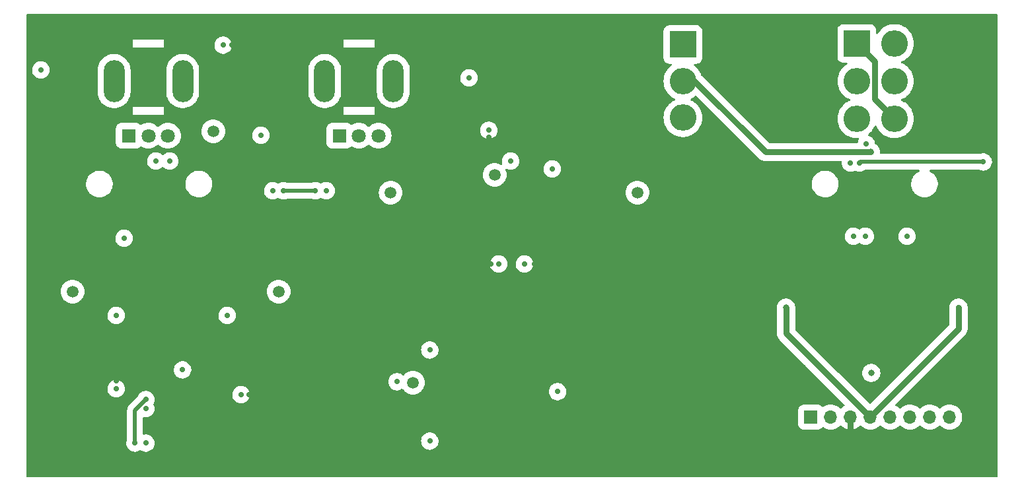
<source format=gbr>
%TF.GenerationSoftware,KiCad,Pcbnew,(6.0.9-0)*%
%TF.CreationDate,2024-08-25T20:50:42+02:00*%
%TF.ProjectId,preamp-test,70726561-6d70-42d7-9465-73742e6b6963,rev?*%
%TF.SameCoordinates,Original*%
%TF.FileFunction,Copper,L1,Top*%
%TF.FilePolarity,Positive*%
%FSLAX46Y46*%
G04 Gerber Fmt 4.6, Leading zero omitted, Abs format (unit mm)*
G04 Created by KiCad (PCBNEW (6.0.9-0)) date 2024-08-25 20:50:42*
%MOMM*%
%LPD*%
G01*
G04 APERTURE LIST*
%TA.AperFunction,ComponentPad*%
%ADD10R,3.416000X3.416000*%
%TD*%
%TA.AperFunction,ComponentPad*%
%ADD11O,3.416000X3.416000*%
%TD*%
%TA.AperFunction,ComponentPad*%
%ADD12O,2.700000X5.400000*%
%TD*%
%TA.AperFunction,ComponentPad*%
%ADD13R,1.800000X1.800000*%
%TD*%
%TA.AperFunction,ComponentPad*%
%ADD14C,1.800000*%
%TD*%
%TA.AperFunction,ComponentPad*%
%ADD15C,1.500000*%
%TD*%
%TA.AperFunction,ComponentPad*%
%ADD16R,1.700000X1.700000*%
%TD*%
%TA.AperFunction,ComponentPad*%
%ADD17O,1.700000X1.700000*%
%TD*%
%TA.AperFunction,ViaPad*%
%ADD18C,0.700000*%
%TD*%
%TA.AperFunction,ViaPad*%
%ADD19C,0.800000*%
%TD*%
%TA.AperFunction,Conductor*%
%ADD20C,0.500000*%
%TD*%
%TA.AperFunction,Conductor*%
%ADD21C,0.800000*%
%TD*%
G04 APERTURE END LIST*
D10*
%TO.P,SW1,1,A*%
%TO.N,/GND*%
X121900000Y-73701000D03*
D11*
%TO.P,SW1,2,B*%
%TO.N,/InGND*%
X121900000Y-78400000D03*
%TO.P,SW1,3,C*%
%TO.N,unconnected-(SW1-Pad3)*%
X121900000Y-83099000D03*
%TD*%
D12*
%TO.P,RV2,0,ShieldPin*%
%TO.N,/GND*%
X57800000Y-78400000D03*
X49000000Y-78400000D03*
D13*
%TO.P,RV2,1,1*%
X50900000Y-85400000D03*
D14*
%TO.P,RV2,2,2*%
%TO.N,Net-(RV2-Pad2)*%
X53400000Y-85400000D03*
%TO.P,RV2,3,3*%
%TO.N,/VolumeIn*%
X55900000Y-85400000D03*
%TD*%
D12*
%TO.P,RV1,0,ShieldPin*%
%TO.N,/GND*%
X84800000Y-78400000D03*
X76000000Y-78400000D03*
D13*
%TO.P,RV1,1,1*%
%TO.N,/Preamp/Rg1*%
X77900000Y-85400000D03*
D14*
%TO.P,RV1,2,2*%
X80400000Y-85400000D03*
%TO.P,RV1,3,3*%
%TO.N,Net-(R10-Pad2)*%
X82900000Y-85400000D03*
%TD*%
D10*
%TO.P,SW2,1,A*%
%TO.N,/In+*%
X144187000Y-73566000D03*
D11*
%TO.P,SW2,2,B*%
%TO.N,/Sig+*%
X144187000Y-78396000D03*
%TO.P,SW2,3,C*%
%TO.N,/In-*%
X144187000Y-83226000D03*
%TO.P,SW2,4,A*%
X149017000Y-73566000D03*
%TO.P,SW2,5,B*%
%TO.N,/Sig-*%
X149017000Y-78396000D03*
%TO.P,SW2,6,C*%
%TO.N,/In+*%
X149017000Y-83226000D03*
%TD*%
D15*
%TO.P,TP3,1,1*%
%TO.N,/Preamp/InPre+*%
X84455000Y-92710000D03*
%TD*%
%TO.P,TP1,1,1*%
%TO.N,/-9V*%
X87307500Y-117094000D03*
%TD*%
%TO.P,TP4,1,1*%
%TO.N,/Preamp/InPre-*%
X116078000Y-92710000D03*
%TD*%
%TO.P,TP7,1,1*%
%TO.N,/Line Driver/LineOut-*%
X70104000Y-105410000D03*
%TD*%
%TO.P,TP2,1,1*%
%TO.N,Net-(C10-Pad1)*%
X97790000Y-90424000D03*
%TD*%
%TO.P,TP6,1,1*%
%TO.N,/Line Driver/LineOut+*%
X43688000Y-105410000D03*
%TD*%
D16*
%TO.P,J1,1,Pin_1*%
%TO.N,/-9V*%
X138303000Y-121500000D03*
D17*
%TO.P,J1,2,Pin_2*%
%TO.N,/GND*%
X140843000Y-121500000D03*
%TO.P,J1,3,Pin_3*%
%TO.N,/+9V*%
X143383000Y-121500000D03*
%TO.P,J1,4,Pin_4*%
%TO.N,/Phantom*%
X145923000Y-121500000D03*
%TO.P,J1,5,Pin_5*%
%TO.N,/GND*%
X148463000Y-121500000D03*
%TO.P,J1,6,Pin_6*%
%TO.N,/PreOut*%
X151003000Y-121500000D03*
%TO.P,J1,7,Pin_7*%
%TO.N,/Snd*%
X153543000Y-121500000D03*
%TO.P,J1,8,Pin_8*%
%TO.N,/GND*%
X156083000Y-121500000D03*
%TD*%
D15*
%TO.P,TP5,1,1*%
%TO.N,Net-(RV2-Pad2)*%
X61722000Y-84836000D03*
%TD*%
D18*
%TO.N,/+9V*%
X97028000Y-85598000D03*
X45974000Y-80010000D03*
X49276000Y-116840000D03*
X64135000Y-73787000D03*
X102870000Y-101854000D03*
X89593500Y-114427000D03*
X66294000Y-118618000D03*
X97282000Y-101854000D03*
%TO.N,/GND*%
X101600000Y-101854000D03*
X98298000Y-101854000D03*
X39624000Y-76962000D03*
X53086000Y-124841000D03*
X65278000Y-118618000D03*
X145415000Y-86487000D03*
X76200000Y-92456000D03*
X145288000Y-98298000D03*
X85275500Y-116967000D03*
X105849500Y-118237000D03*
X56134000Y-88646000D03*
X143764000Y-98298000D03*
X89466500Y-112903000D03*
X105156000Y-89662000D03*
X89466500Y-124587000D03*
X62992000Y-73787000D03*
X49276000Y-117856000D03*
X57785000Y-115443000D03*
X67818000Y-85344000D03*
X97028000Y-84698497D03*
X50292000Y-98552000D03*
X49276000Y-108458000D03*
X150622000Y-98298000D03*
X69342000Y-92456000D03*
X94488000Y-77978000D03*
D19*
X146050000Y-115824000D03*
D18*
X63500000Y-108458000D03*
X53086000Y-120396000D03*
X143383000Y-88900000D03*
X54356000Y-88646000D03*
X99822000Y-88646000D03*
%TO.N,/-9V*%
X74803000Y-92456000D03*
X53086000Y-119253000D03*
X70739000Y-92456000D03*
X51689000Y-124841000D03*
D19*
%TO.N,/InGND*%
X146000000Y-87500000D03*
%TO.N,/Phantom*%
X135128000Y-107442000D03*
D18*
X157226000Y-107442000D03*
%TO.N,/Snd*%
X160401000Y-88773000D03*
X144526000Y-88900000D03*
%TD*%
D20*
%TO.N,/-9V*%
X74803000Y-92456000D02*
X70739000Y-92456000D01*
X53086000Y-119253000D02*
X51689000Y-120650000D01*
X51689000Y-120650000D02*
X51689000Y-124841000D01*
D21*
%TO.N,/InGND*%
X146000000Y-87500000D02*
X132500000Y-87500000D01*
X132500000Y-87500000D02*
X123400000Y-78400000D01*
X123400000Y-78400000D02*
X121900000Y-78400000D01*
%TO.N,/In+*%
X146500000Y-75879000D02*
X144187000Y-73566000D01*
X146500000Y-80709000D02*
X146500000Y-75879000D01*
X149017000Y-83226000D02*
X146500000Y-80709000D01*
%TO.N,/Phantom*%
X135128000Y-107442000D02*
X135128000Y-110744000D01*
X157226000Y-110154000D02*
X157226000Y-109982000D01*
X138430000Y-114046000D02*
X138430000Y-114050000D01*
X157226000Y-109982000D02*
X157226000Y-107442000D01*
X138430000Y-114050000D02*
X145880000Y-121500000D01*
X145880000Y-121500000D02*
X157226000Y-110154000D01*
X135128000Y-110744000D02*
X138430000Y-114046000D01*
D20*
%TO.N,/Snd*%
X160401000Y-88773000D02*
X144653000Y-88773000D01*
X144653000Y-88773000D02*
X144526000Y-88900000D01*
%TD*%
%TA.AperFunction,Conductor*%
%TO.N,/+9V*%
G36*
X162179621Y-69782502D02*
G01*
X162226114Y-69836158D01*
X162237500Y-69888500D01*
X162237500Y-129111500D01*
X162217498Y-129179621D01*
X162163842Y-129226114D01*
X162111500Y-129237500D01*
X37888500Y-129237500D01*
X37820379Y-129217498D01*
X37773886Y-129163842D01*
X37762500Y-129111500D01*
X37762500Y-124811753D01*
X50572117Y-124811753D01*
X50585489Y-125015779D01*
X50635819Y-125213951D01*
X50721419Y-125399633D01*
X50839424Y-125566606D01*
X50883486Y-125609529D01*
X50969616Y-125693433D01*
X50985882Y-125709279D01*
X50990678Y-125712484D01*
X50990681Y-125712486D01*
X51064743Y-125761972D01*
X51155887Y-125822872D01*
X51161190Y-125825150D01*
X51161193Y-125825152D01*
X51246198Y-125861673D01*
X51343746Y-125903583D01*
X51440772Y-125925538D01*
X51537532Y-125947433D01*
X51537535Y-125947433D01*
X51543168Y-125948708D01*
X51548939Y-125948935D01*
X51548941Y-125948935D01*
X51611646Y-125951398D01*
X51747473Y-125956735D01*
X51866344Y-125939500D01*
X51944099Y-125928226D01*
X51944103Y-125928225D01*
X51949821Y-125927396D01*
X51955293Y-125925538D01*
X51955295Y-125925538D01*
X52137965Y-125863529D01*
X52143433Y-125861673D01*
X52321698Y-125761840D01*
X52321826Y-125761768D01*
X52321866Y-125761840D01*
X52387277Y-125740416D01*
X52461173Y-125761591D01*
X52533468Y-125809896D01*
X52552887Y-125822872D01*
X52558190Y-125825150D01*
X52558193Y-125825152D01*
X52643198Y-125861673D01*
X52740746Y-125903583D01*
X52837772Y-125925538D01*
X52934532Y-125947433D01*
X52934535Y-125947433D01*
X52940168Y-125948708D01*
X52945939Y-125948935D01*
X52945941Y-125948935D01*
X53008646Y-125951398D01*
X53144473Y-125956735D01*
X53263344Y-125939500D01*
X53341099Y-125928226D01*
X53341103Y-125928225D01*
X53346821Y-125927396D01*
X53352293Y-125925538D01*
X53352295Y-125925538D01*
X53534965Y-125863529D01*
X53540433Y-125861673D01*
X53718826Y-125761768D01*
X53876026Y-125631026D01*
X54006768Y-125473826D01*
X54106673Y-125295433D01*
X54172396Y-125101821D01*
X54184872Y-125015779D01*
X54201202Y-124903147D01*
X54201735Y-124899473D01*
X54203266Y-124841000D01*
X54184557Y-124637394D01*
X54176467Y-124608707D01*
X54162096Y-124557753D01*
X88349617Y-124557753D01*
X88362989Y-124761779D01*
X88413319Y-124959951D01*
X88415736Y-124965194D01*
X88481245Y-125107295D01*
X88498919Y-125145633D01*
X88616924Y-125312606D01*
X88763382Y-125455279D01*
X88768178Y-125458484D01*
X88768181Y-125458486D01*
X88836403Y-125504070D01*
X88933387Y-125568872D01*
X88938690Y-125571150D01*
X88938693Y-125571152D01*
X89115939Y-125647303D01*
X89121246Y-125649583D01*
X89218272Y-125671538D01*
X89315032Y-125693433D01*
X89315035Y-125693433D01*
X89320668Y-125694708D01*
X89326439Y-125694935D01*
X89326441Y-125694935D01*
X89389146Y-125697398D01*
X89524973Y-125702735D01*
X89643844Y-125685500D01*
X89721599Y-125674226D01*
X89721603Y-125674225D01*
X89727321Y-125673396D01*
X89732793Y-125671538D01*
X89732795Y-125671538D01*
X89915465Y-125609529D01*
X89920933Y-125607673D01*
X90099326Y-125507768D01*
X90256526Y-125377026D01*
X90387268Y-125219826D01*
X90487173Y-125041433D01*
X90535362Y-124899473D01*
X90551038Y-124853295D01*
X90551038Y-124853293D01*
X90552896Y-124847821D01*
X90565372Y-124761779D01*
X90581702Y-124649147D01*
X90582235Y-124645473D01*
X90583766Y-124587000D01*
X90565057Y-124383394D01*
X90556967Y-124354707D01*
X90537308Y-124285001D01*
X90509558Y-124186608D01*
X90419126Y-124003230D01*
X90296790Y-123839403D01*
X90146648Y-123700613D01*
X89973728Y-123591509D01*
X89941302Y-123578572D01*
X89914593Y-123567916D01*
X89783821Y-123515743D01*
X89778153Y-123514616D01*
X89778151Y-123514615D01*
X89588954Y-123476982D01*
X89588950Y-123476982D01*
X89583286Y-123475855D01*
X89577511Y-123475779D01*
X89577507Y-123475779D01*
X89474966Y-123474437D01*
X89378840Y-123473178D01*
X89373143Y-123474157D01*
X89373142Y-123474157D01*
X89356702Y-123476982D01*
X89177330Y-123507804D01*
X88985505Y-123578572D01*
X88980544Y-123581524D01*
X88980543Y-123581524D01*
X88901270Y-123628687D01*
X88809788Y-123683113D01*
X88656064Y-123817925D01*
X88652492Y-123822456D01*
X88548308Y-123954613D01*
X88529482Y-123978493D01*
X88526794Y-123983602D01*
X88436970Y-124154329D01*
X88436968Y-124154334D01*
X88434281Y-124159441D01*
X88424118Y-124192172D01*
X88376714Y-124344837D01*
X88373649Y-124354707D01*
X88349617Y-124557753D01*
X54162096Y-124557753D01*
X54130627Y-124446172D01*
X54129058Y-124440608D01*
X54038626Y-124257230D01*
X53982020Y-124181425D01*
X53919743Y-124098027D01*
X53919743Y-124098026D01*
X53916290Y-124093403D01*
X53791981Y-123978493D01*
X53770388Y-123958532D01*
X53770385Y-123958530D01*
X53766148Y-123954613D01*
X53593228Y-123845509D01*
X53577924Y-123839403D01*
X53514552Y-123814120D01*
X53403321Y-123769743D01*
X53397653Y-123768616D01*
X53397651Y-123768615D01*
X53208454Y-123730982D01*
X53208450Y-123730982D01*
X53202786Y-123729855D01*
X53197011Y-123729779D01*
X53197007Y-123729779D01*
X53094466Y-123728437D01*
X52998340Y-123727178D01*
X52992643Y-123728157D01*
X52992642Y-123728157D01*
X52848838Y-123752867D01*
X52778314Y-123744690D01*
X52723406Y-123699683D01*
X52701500Y-123628687D01*
X52701500Y-121607399D01*
X52721502Y-121539278D01*
X52775158Y-121492785D01*
X52845432Y-121482681D01*
X52855308Y-121484506D01*
X52934532Y-121502433D01*
X52934535Y-121502433D01*
X52940168Y-121503708D01*
X52945939Y-121503935D01*
X52945941Y-121503935D01*
X53008646Y-121506398D01*
X53144473Y-121511735D01*
X53263344Y-121494500D01*
X53341099Y-121483226D01*
X53341103Y-121483225D01*
X53346821Y-121482396D01*
X53352293Y-121480538D01*
X53352295Y-121480538D01*
X53534965Y-121418529D01*
X53540433Y-121416673D01*
X53718826Y-121316768D01*
X53876026Y-121186026D01*
X54006768Y-121028826D01*
X54106673Y-120850433D01*
X54136877Y-120761457D01*
X54170538Y-120662295D01*
X54170538Y-120662293D01*
X54172396Y-120656821D01*
X54174789Y-120640322D01*
X54201202Y-120458147D01*
X54201735Y-120454473D01*
X54203266Y-120396000D01*
X54184557Y-120192394D01*
X54181184Y-120180432D01*
X54152828Y-120079891D01*
X54129058Y-119995608D01*
X54108656Y-119954236D01*
X54072328Y-119880570D01*
X54060138Y-119810628D01*
X54075399Y-119763277D01*
X54096311Y-119725935D01*
X54106673Y-119707433D01*
X54172396Y-119513821D01*
X54175925Y-119489486D01*
X54195785Y-119352508D01*
X54201735Y-119311473D01*
X54203266Y-119253000D01*
X54184557Y-119049394D01*
X54168075Y-118990951D01*
X54139010Y-118887895D01*
X54129058Y-118852608D01*
X54038626Y-118669230D01*
X54003137Y-118621704D01*
X53978531Y-118588753D01*
X64161117Y-118588753D01*
X64174489Y-118792779D01*
X64224819Y-118990951D01*
X64310419Y-119176633D01*
X64428424Y-119343606D01*
X64574882Y-119486279D01*
X64579678Y-119489484D01*
X64579681Y-119489486D01*
X64624294Y-119519295D01*
X64744887Y-119599872D01*
X64750190Y-119602150D01*
X64750193Y-119602152D01*
X64835198Y-119638673D01*
X64932746Y-119680583D01*
X65027240Y-119701965D01*
X65126532Y-119724433D01*
X65126535Y-119724433D01*
X65132168Y-119725708D01*
X65137939Y-119725935D01*
X65137941Y-119725935D01*
X65200646Y-119728398D01*
X65336473Y-119733735D01*
X65483129Y-119712471D01*
X65533099Y-119705226D01*
X65533103Y-119705225D01*
X65538821Y-119704396D01*
X65544293Y-119702538D01*
X65544295Y-119702538D01*
X65726965Y-119640529D01*
X65732433Y-119638673D01*
X65910826Y-119538768D01*
X66068026Y-119408026D01*
X66198768Y-119250826D01*
X66298673Y-119072433D01*
X66335503Y-118963935D01*
X66362538Y-118884295D01*
X66362538Y-118884293D01*
X66364396Y-118878821D01*
X66365701Y-118869826D01*
X66391566Y-118691433D01*
X66393735Y-118676473D01*
X66395266Y-118618000D01*
X66376557Y-118414394D01*
X66368467Y-118385707D01*
X66329495Y-118247524D01*
X66321058Y-118217608D01*
X66230626Y-118034230D01*
X66197254Y-117989539D01*
X66111743Y-117875027D01*
X66111743Y-117875026D01*
X66108290Y-117870403D01*
X65958148Y-117731613D01*
X65785228Y-117622509D01*
X65774408Y-117618192D01*
X65726093Y-117598916D01*
X65595321Y-117546743D01*
X65589653Y-117545616D01*
X65589651Y-117545615D01*
X65400454Y-117507982D01*
X65400450Y-117507982D01*
X65394786Y-117506855D01*
X65389011Y-117506779D01*
X65389007Y-117506779D01*
X65286466Y-117505437D01*
X65190340Y-117504178D01*
X65184643Y-117505157D01*
X65184642Y-117505157D01*
X64994527Y-117537825D01*
X64988830Y-117538804D01*
X64797005Y-117609572D01*
X64621288Y-117714113D01*
X64467564Y-117848925D01*
X64463992Y-117853456D01*
X64349103Y-117999192D01*
X64340982Y-118009493D01*
X64338294Y-118014602D01*
X64248470Y-118185329D01*
X64248468Y-118185334D01*
X64245781Y-118190441D01*
X64235618Y-118223172D01*
X64191078Y-118366613D01*
X64185149Y-118385707D01*
X64161117Y-118588753D01*
X53978531Y-118588753D01*
X53919743Y-118510027D01*
X53919743Y-118510026D01*
X53916290Y-118505403D01*
X53808770Y-118406012D01*
X53770388Y-118370532D01*
X53770385Y-118370530D01*
X53766148Y-118366613D01*
X53593228Y-118257509D01*
X53560802Y-118244572D01*
X53532561Y-118233305D01*
X53403321Y-118181743D01*
X53397653Y-118180616D01*
X53397651Y-118180615D01*
X53208454Y-118142982D01*
X53208450Y-118142982D01*
X53202786Y-118141855D01*
X53197011Y-118141779D01*
X53197007Y-118141779D01*
X53094466Y-118140437D01*
X52998340Y-118139178D01*
X52992643Y-118140157D01*
X52992642Y-118140157D01*
X52818857Y-118170019D01*
X52796830Y-118173804D01*
X52605005Y-118244572D01*
X52600044Y-118247524D01*
X52600043Y-118247524D01*
X52525683Y-118291764D01*
X52429288Y-118349113D01*
X52275564Y-118483925D01*
X52271992Y-118488456D01*
X52172080Y-118615194D01*
X52148982Y-118644493D01*
X52146294Y-118649602D01*
X52138402Y-118664603D01*
X52053781Y-118825441D01*
X52052068Y-118830958D01*
X52050451Y-118836165D01*
X52019214Y-118887895D01*
X51016946Y-119890163D01*
X51006804Y-119899264D01*
X50977163Y-119923096D01*
X50973204Y-119927814D01*
X50973198Y-119927820D01*
X50944760Y-119961711D01*
X50941574Y-119965363D01*
X50939899Y-119967210D01*
X50937725Y-119969384D01*
X50935779Y-119971753D01*
X50935770Y-119971763D01*
X50910371Y-120002684D01*
X50909555Y-120003668D01*
X50849530Y-120075203D01*
X50846953Y-120079891D01*
X50843557Y-120084025D01*
X50840648Y-120089451D01*
X50840645Y-120089455D01*
X50799474Y-120166242D01*
X50798843Y-120167404D01*
X50779044Y-120203419D01*
X50753873Y-120249204D01*
X50752255Y-120254304D01*
X50749727Y-120259019D01*
X50747926Y-120264911D01*
X50722432Y-120348295D01*
X50722040Y-120349553D01*
X50696129Y-120431237D01*
X50693834Y-120438471D01*
X50693238Y-120443786D01*
X50691673Y-120448904D01*
X50691051Y-120455029D01*
X50691050Y-120455033D01*
X50682241Y-120541758D01*
X50682108Y-120543007D01*
X50676500Y-120593003D01*
X50676500Y-120596528D01*
X50676442Y-120597567D01*
X50675994Y-120603256D01*
X50671607Y-120646448D01*
X50672187Y-120652579D01*
X50675941Y-120692296D01*
X50676500Y-120704154D01*
X50676500Y-124344837D01*
X50662009Y-124403503D01*
X50659473Y-124408324D01*
X50656781Y-124413441D01*
X50646618Y-124446172D01*
X50604037Y-124583305D01*
X50596149Y-124608707D01*
X50572117Y-124811753D01*
X37762500Y-124811753D01*
X37762500Y-117826753D01*
X48159117Y-117826753D01*
X48172489Y-118030779D01*
X48173911Y-118036378D01*
X48206081Y-118163044D01*
X48222819Y-118228951D01*
X48308419Y-118414633D01*
X48426424Y-118581606D01*
X48460903Y-118615194D01*
X48533552Y-118685965D01*
X48572882Y-118724279D01*
X48577678Y-118727484D01*
X48577681Y-118727486D01*
X48710394Y-118816161D01*
X48742887Y-118837872D01*
X48748190Y-118840150D01*
X48748193Y-118840152D01*
X48859318Y-118887895D01*
X48930746Y-118918583D01*
X49027772Y-118940538D01*
X49124532Y-118962433D01*
X49124535Y-118962433D01*
X49130168Y-118963708D01*
X49135939Y-118963935D01*
X49135941Y-118963935D01*
X49198646Y-118966398D01*
X49334473Y-118971735D01*
X49453344Y-118954500D01*
X49531099Y-118943226D01*
X49531103Y-118943225D01*
X49536821Y-118942396D01*
X49542293Y-118940538D01*
X49542295Y-118940538D01*
X49697374Y-118887895D01*
X49730433Y-118876673D01*
X49908826Y-118776768D01*
X50066026Y-118646026D01*
X50196768Y-118488826D01*
X50296673Y-118310433D01*
X50329943Y-118212425D01*
X50360538Y-118122295D01*
X50360538Y-118122293D01*
X50362396Y-118116821D01*
X50367459Y-118081906D01*
X50380852Y-117989529D01*
X50391735Y-117914473D01*
X50393266Y-117856000D01*
X50374557Y-117652394D01*
X50366467Y-117623707D01*
X50327485Y-117485487D01*
X50319058Y-117455608D01*
X50228626Y-117272230D01*
X50205686Y-117241509D01*
X50109743Y-117113027D01*
X50109743Y-117113026D01*
X50106290Y-117108403D01*
X49977176Y-116989051D01*
X49960388Y-116973532D01*
X49960385Y-116973530D01*
X49956148Y-116969613D01*
X49905653Y-116937753D01*
X84158617Y-116937753D01*
X84171989Y-117141779D01*
X84222319Y-117339951D01*
X84224736Y-117345194D01*
X84298028Y-117504178D01*
X84307919Y-117525633D01*
X84425924Y-117692606D01*
X84430058Y-117696633D01*
X84545859Y-117809441D01*
X84572382Y-117835279D01*
X84577178Y-117838484D01*
X84577181Y-117838486D01*
X84709894Y-117927161D01*
X84742387Y-117948872D01*
X84747690Y-117951150D01*
X84747693Y-117951152D01*
X84872932Y-118004959D01*
X84930246Y-118029583D01*
X85027272Y-118051538D01*
X85124032Y-118073433D01*
X85124035Y-118073433D01*
X85129668Y-118074708D01*
X85135439Y-118074935D01*
X85135441Y-118074935D01*
X85198146Y-118077398D01*
X85333973Y-118082735D01*
X85452844Y-118065500D01*
X85530599Y-118054226D01*
X85530603Y-118054225D01*
X85536321Y-118053396D01*
X85541793Y-118051538D01*
X85541795Y-118051538D01*
X85665654Y-118009493D01*
X85729933Y-117987673D01*
X85885783Y-117900393D01*
X85954991Y-117884560D01*
X86021773Y-117908657D01*
X86054781Y-117944493D01*
X86080078Y-117985774D01*
X86083289Y-117989534D01*
X86083293Y-117989539D01*
X86187116Y-118111099D01*
X86234694Y-118166806D01*
X86250862Y-118180615D01*
X86411961Y-118318207D01*
X86411966Y-118318211D01*
X86415726Y-118321422D01*
X86618716Y-118445815D01*
X86623286Y-118447708D01*
X86623290Y-118447710D01*
X86834094Y-118535027D01*
X86838667Y-118536921D01*
X86919676Y-118556370D01*
X87065348Y-118591343D01*
X87065354Y-118591344D01*
X87070161Y-118592498D01*
X87307500Y-118611177D01*
X87544839Y-118592498D01*
X87549646Y-118591344D01*
X87549652Y-118591343D01*
X87695324Y-118556370D01*
X87776333Y-118536921D01*
X87780906Y-118535027D01*
X87991710Y-118447710D01*
X87991714Y-118447708D01*
X87996284Y-118445815D01*
X88199274Y-118321422D01*
X88203034Y-118318211D01*
X88203039Y-118318207D01*
X88332364Y-118207753D01*
X104732617Y-118207753D01*
X104745989Y-118411779D01*
X104796319Y-118609951D01*
X104881919Y-118795633D01*
X104999924Y-118962606D01*
X105004058Y-118966633D01*
X105107052Y-119066965D01*
X105146382Y-119105279D01*
X105151178Y-119108484D01*
X105151181Y-119108486D01*
X105283894Y-119197161D01*
X105316387Y-119218872D01*
X105321690Y-119221150D01*
X105321693Y-119221152D01*
X105406698Y-119257673D01*
X105504246Y-119299583D01*
X105601272Y-119321538D01*
X105698032Y-119343433D01*
X105698035Y-119343433D01*
X105703668Y-119344708D01*
X105709439Y-119344935D01*
X105709441Y-119344935D01*
X105772146Y-119347398D01*
X105907973Y-119352735D01*
X106026844Y-119335500D01*
X106104599Y-119324226D01*
X106104603Y-119324225D01*
X106110321Y-119323396D01*
X106115793Y-119321538D01*
X106115795Y-119321538D01*
X106298465Y-119259529D01*
X106303933Y-119257673D01*
X106482326Y-119157768D01*
X106639526Y-119027026D01*
X106770268Y-118869826D01*
X106870173Y-118691433D01*
X106903071Y-118594519D01*
X106934038Y-118503295D01*
X106934038Y-118503293D01*
X106935896Y-118497821D01*
X106937201Y-118488826D01*
X106956905Y-118352923D01*
X106965235Y-118295473D01*
X106966766Y-118237000D01*
X106948057Y-118033394D01*
X106939967Y-118004707D01*
X106910547Y-117900393D01*
X106892558Y-117836608D01*
X106802126Y-117653230D01*
X106779186Y-117622509D01*
X106683243Y-117494027D01*
X106683243Y-117494026D01*
X106679790Y-117489403D01*
X106529648Y-117350613D01*
X106356728Y-117241509D01*
X106324302Y-117228572D01*
X106297593Y-117217916D01*
X106166821Y-117165743D01*
X106161153Y-117164616D01*
X106161151Y-117164615D01*
X105971954Y-117126982D01*
X105971950Y-117126982D01*
X105966286Y-117125855D01*
X105960511Y-117125779D01*
X105960507Y-117125779D01*
X105857966Y-117124437D01*
X105761840Y-117123178D01*
X105756143Y-117124157D01*
X105756142Y-117124157D01*
X105739702Y-117126982D01*
X105560330Y-117157804D01*
X105368505Y-117228572D01*
X105192788Y-117333113D01*
X105039064Y-117467925D01*
X105035492Y-117472456D01*
X104918886Y-117620370D01*
X104912482Y-117628493D01*
X104909794Y-117633602D01*
X104819970Y-117804329D01*
X104819968Y-117804334D01*
X104817281Y-117809441D01*
X104805021Y-117848925D01*
X104761359Y-117989539D01*
X104756649Y-118004707D01*
X104732617Y-118207753D01*
X88332364Y-118207753D01*
X88364138Y-118180615D01*
X88380306Y-118166806D01*
X88427884Y-118111099D01*
X88531707Y-117989539D01*
X88531711Y-117989534D01*
X88534922Y-117985774D01*
X88640147Y-117814063D01*
X88656729Y-117787004D01*
X88659315Y-117782784D01*
X88678888Y-117735532D01*
X88748527Y-117567406D01*
X88748528Y-117567404D01*
X88750421Y-117562833D01*
X88772119Y-117472456D01*
X88804843Y-117336152D01*
X88804844Y-117336146D01*
X88805998Y-117331339D01*
X88824677Y-117094000D01*
X88805998Y-116856661D01*
X88804844Y-116851854D01*
X88804843Y-116851848D01*
X88751576Y-116629979D01*
X88750421Y-116625167D01*
X88748527Y-116620594D01*
X88661210Y-116409790D01*
X88661208Y-116409786D01*
X88659315Y-116405216D01*
X88534922Y-116202226D01*
X88531711Y-116198466D01*
X88531707Y-116198461D01*
X88383519Y-116024956D01*
X88380306Y-116021194D01*
X88325740Y-115974590D01*
X88203039Y-115869793D01*
X88203034Y-115869789D01*
X88199274Y-115866578D01*
X87996284Y-115742185D01*
X87991714Y-115740292D01*
X87991710Y-115740290D01*
X87780906Y-115652973D01*
X87780904Y-115652972D01*
X87776333Y-115651079D01*
X87695324Y-115631630D01*
X87549652Y-115596657D01*
X87549646Y-115596656D01*
X87544839Y-115595502D01*
X87307500Y-115576823D01*
X87070161Y-115595502D01*
X87065354Y-115596656D01*
X87065348Y-115596657D01*
X86919676Y-115631630D01*
X86838667Y-115651079D01*
X86834096Y-115652972D01*
X86834094Y-115652973D01*
X86623290Y-115740290D01*
X86623286Y-115740292D01*
X86618716Y-115742185D01*
X86415726Y-115866578D01*
X86411966Y-115869789D01*
X86411961Y-115869793D01*
X86289260Y-115974590D01*
X86234694Y-116021194D01*
X86183946Y-116080613D01*
X86168333Y-116098893D01*
X86108883Y-116137703D01*
X86037888Y-116138210D01*
X85986993Y-116109588D01*
X85959888Y-116084532D01*
X85959885Y-116084530D01*
X85955648Y-116080613D01*
X85782728Y-115971509D01*
X85750302Y-115958572D01*
X85723593Y-115947916D01*
X85592821Y-115895743D01*
X85587153Y-115894616D01*
X85587151Y-115894615D01*
X85397954Y-115856982D01*
X85397950Y-115856982D01*
X85392286Y-115855855D01*
X85386511Y-115855779D01*
X85386507Y-115855779D01*
X85283966Y-115854437D01*
X85187840Y-115853178D01*
X85182143Y-115854157D01*
X85182142Y-115854157D01*
X85165702Y-115856982D01*
X84986330Y-115887804D01*
X84794505Y-115958572D01*
X84618788Y-116063113D01*
X84465064Y-116197925D01*
X84461492Y-116202456D01*
X84375703Y-116311279D01*
X84338482Y-116358493D01*
X84335794Y-116363602D01*
X84245970Y-116534329D01*
X84245968Y-116534334D01*
X84243281Y-116539441D01*
X84218082Y-116620594D01*
X84184959Y-116727269D01*
X84182649Y-116734707D01*
X84158617Y-116937753D01*
X49905653Y-116937753D01*
X49783228Y-116860509D01*
X49761520Y-116851848D01*
X49724093Y-116836916D01*
X49593321Y-116784743D01*
X49587653Y-116783616D01*
X49587651Y-116783615D01*
X49398454Y-116745982D01*
X49398450Y-116745982D01*
X49392786Y-116744855D01*
X49387011Y-116744779D01*
X49387007Y-116744779D01*
X49284466Y-116743437D01*
X49188340Y-116742178D01*
X49182643Y-116743157D01*
X49182642Y-116743157D01*
X49166202Y-116745982D01*
X48986830Y-116776804D01*
X48795005Y-116847572D01*
X48790044Y-116850524D01*
X48790043Y-116850524D01*
X48652996Y-116932059D01*
X48619288Y-116952113D01*
X48465564Y-117086925D01*
X48461992Y-117091456D01*
X48345386Y-117239370D01*
X48338982Y-117247493D01*
X48336294Y-117252602D01*
X48246470Y-117423329D01*
X48246468Y-117423334D01*
X48243781Y-117428441D01*
X48231521Y-117467925D01*
X48212138Y-117530349D01*
X48183149Y-117623707D01*
X48159117Y-117826753D01*
X37762500Y-117826753D01*
X37762500Y-115413753D01*
X56668117Y-115413753D01*
X56681489Y-115617779D01*
X56731819Y-115815951D01*
X56734236Y-115821194D01*
X56763697Y-115885101D01*
X56817419Y-116001633D01*
X56935424Y-116168606D01*
X57081882Y-116311279D01*
X57086678Y-116314484D01*
X57086681Y-116314486D01*
X57152543Y-116358493D01*
X57251887Y-116424872D01*
X57257190Y-116427150D01*
X57257193Y-116427152D01*
X57402791Y-116489706D01*
X57439746Y-116505583D01*
X57536772Y-116527538D01*
X57633532Y-116549433D01*
X57633535Y-116549433D01*
X57639168Y-116550708D01*
X57644939Y-116550935D01*
X57644941Y-116550935D01*
X57707646Y-116553398D01*
X57843473Y-116558735D01*
X57976542Y-116539441D01*
X58040099Y-116530226D01*
X58040103Y-116530225D01*
X58045821Y-116529396D01*
X58051293Y-116527538D01*
X58051295Y-116527538D01*
X58233965Y-116465529D01*
X58239433Y-116463673D01*
X58417826Y-116363768D01*
X58575026Y-116233026D01*
X58705768Y-116075826D01*
X58805673Y-115897433D01*
X58871396Y-115703821D01*
X58883872Y-115617779D01*
X58889165Y-115581267D01*
X58900735Y-115501473D01*
X58902266Y-115443000D01*
X58883557Y-115239394D01*
X58877855Y-115219174D01*
X58829627Y-115048172D01*
X58828058Y-115042608D01*
X58737626Y-114859230D01*
X58690803Y-114796526D01*
X58618743Y-114700027D01*
X58618743Y-114700026D01*
X58615290Y-114695403D01*
X58465148Y-114556613D01*
X58292228Y-114447509D01*
X58259802Y-114434572D01*
X58233093Y-114423916D01*
X58102321Y-114371743D01*
X58096653Y-114370616D01*
X58096651Y-114370615D01*
X57907454Y-114332982D01*
X57907450Y-114332982D01*
X57901786Y-114331855D01*
X57896011Y-114331779D01*
X57896007Y-114331779D01*
X57793466Y-114330437D01*
X57697340Y-114329178D01*
X57691643Y-114330157D01*
X57691642Y-114330157D01*
X57675202Y-114332982D01*
X57495830Y-114363804D01*
X57304005Y-114434572D01*
X57128288Y-114539113D01*
X56974564Y-114673925D01*
X56970992Y-114678456D01*
X56854226Y-114826573D01*
X56847982Y-114834493D01*
X56845294Y-114839602D01*
X56755470Y-115010329D01*
X56755468Y-115010334D01*
X56752781Y-115015441D01*
X56744285Y-115042803D01*
X56697567Y-115193259D01*
X56692149Y-115210707D01*
X56668117Y-115413753D01*
X37762500Y-115413753D01*
X37762500Y-112873753D01*
X88349617Y-112873753D01*
X88362989Y-113077779D01*
X88413319Y-113275951D01*
X88498919Y-113461633D01*
X88616924Y-113628606D01*
X88763382Y-113771279D01*
X88768178Y-113774484D01*
X88768181Y-113774486D01*
X88836403Y-113820070D01*
X88933387Y-113884872D01*
X88938690Y-113887150D01*
X88938693Y-113887152D01*
X89023698Y-113923673D01*
X89121246Y-113965583D01*
X89218272Y-113987538D01*
X89315032Y-114009433D01*
X89315035Y-114009433D01*
X89320668Y-114010708D01*
X89326439Y-114010935D01*
X89326441Y-114010935D01*
X89389146Y-114013398D01*
X89524973Y-114018735D01*
X89643844Y-114001500D01*
X89721599Y-113990226D01*
X89721603Y-113990225D01*
X89727321Y-113989396D01*
X89732793Y-113987538D01*
X89732795Y-113987538D01*
X89915465Y-113925529D01*
X89920933Y-113923673D01*
X90099326Y-113823768D01*
X90256526Y-113693026D01*
X90387268Y-113535826D01*
X90487173Y-113357433D01*
X90552896Y-113163821D01*
X90565372Y-113077779D01*
X90581702Y-112965147D01*
X90582235Y-112961473D01*
X90583766Y-112903000D01*
X90565057Y-112699394D01*
X90556967Y-112670707D01*
X90511127Y-112508172D01*
X90509558Y-112502608D01*
X90419126Y-112319230D01*
X90296790Y-112155403D01*
X90146648Y-112016613D01*
X89973728Y-111907509D01*
X89941302Y-111894572D01*
X89914593Y-111883916D01*
X89783821Y-111831743D01*
X89778153Y-111830616D01*
X89778151Y-111830615D01*
X89588954Y-111792982D01*
X89588950Y-111792982D01*
X89583286Y-111791855D01*
X89577511Y-111791779D01*
X89577507Y-111791779D01*
X89474966Y-111790437D01*
X89378840Y-111789178D01*
X89373143Y-111790157D01*
X89373142Y-111790157D01*
X89356702Y-111792982D01*
X89177330Y-111823804D01*
X88985505Y-111894572D01*
X88809788Y-111999113D01*
X88656064Y-112133925D01*
X88529482Y-112294493D01*
X88526794Y-112299602D01*
X88436970Y-112470329D01*
X88436968Y-112470334D01*
X88434281Y-112475441D01*
X88373649Y-112670707D01*
X88349617Y-112873753D01*
X37762500Y-112873753D01*
X37762500Y-110774561D01*
X133960920Y-110774561D01*
X133965738Y-110815268D01*
X133971499Y-110863942D01*
X133971842Y-110867216D01*
X133980070Y-110956756D01*
X133981639Y-110962318D01*
X133982059Y-110964586D01*
X133984894Y-110978837D01*
X133985353Y-110980998D01*
X133986032Y-110986733D01*
X133987745Y-110992249D01*
X133987746Y-110992255D01*
X134012724Y-111072698D01*
X134013661Y-111075861D01*
X134038064Y-111162387D01*
X134040619Y-111167569D01*
X134041418Y-111169650D01*
X134046857Y-111183283D01*
X134047676Y-111185261D01*
X134049389Y-111190776D01*
X134052079Y-111195888D01*
X134091284Y-111270404D01*
X134092777Y-111273335D01*
X134132560Y-111354007D01*
X134136014Y-111358632D01*
X134137149Y-111360485D01*
X134144968Y-111372878D01*
X134146180Y-111374744D01*
X134148869Y-111379855D01*
X134152446Y-111384392D01*
X134204554Y-111450491D01*
X134206550Y-111453092D01*
X134260393Y-111525197D01*
X134264627Y-111529111D01*
X134264629Y-111529113D01*
X134321823Y-111581982D01*
X134325389Y-111585412D01*
X137530074Y-114790097D01*
X137541937Y-114803803D01*
X137562393Y-114831197D01*
X137566627Y-114835111D01*
X137566629Y-114835113D01*
X137623823Y-114887982D01*
X137627389Y-114891412D01*
X142626617Y-119890640D01*
X142660643Y-119952952D01*
X142655578Y-120023767D01*
X142613031Y-120080603D01*
X142603357Y-120087168D01*
X142436777Y-120189248D01*
X142428795Y-120195047D01*
X142243386Y-120353401D01*
X142236404Y-120360383D01*
X142209139Y-120392306D01*
X142149688Y-120431115D01*
X142078693Y-120431621D01*
X142017517Y-120392306D01*
X141989943Y-120360021D01*
X141986735Y-120356265D01*
X141793734Y-120191426D01*
X141577323Y-120058809D01*
X141572753Y-120056916D01*
X141572749Y-120056914D01*
X141347404Y-119963573D01*
X141347402Y-119963572D01*
X141342831Y-119961679D01*
X141257854Y-119941278D01*
X141100844Y-119903583D01*
X141100838Y-119903582D01*
X141096031Y-119902428D01*
X140843000Y-119882514D01*
X140589969Y-119902428D01*
X140585162Y-119903582D01*
X140585156Y-119903583D01*
X140428146Y-119941278D01*
X140343169Y-119961679D01*
X140338598Y-119963572D01*
X140338596Y-119963573D01*
X140113251Y-120056914D01*
X140113247Y-120056916D01*
X140108677Y-120058809D01*
X139902946Y-120184881D01*
X139834414Y-120203419D01*
X139766737Y-120181963D01*
X139748094Y-120166621D01*
X139633978Y-120052704D01*
X139628799Y-120047534D01*
X139477440Y-119954236D01*
X139383558Y-119923096D01*
X139315209Y-119900425D01*
X139315207Y-119900424D01*
X139308678Y-119898259D01*
X139203666Y-119887500D01*
X137402334Y-119887500D01*
X137399088Y-119887837D01*
X137399084Y-119887837D01*
X137302868Y-119897820D01*
X137302864Y-119897821D01*
X137296010Y-119898532D01*
X137289474Y-119900713D01*
X137289472Y-119900713D01*
X137166267Y-119941818D01*
X137127346Y-119954803D01*
X136976150Y-120048366D01*
X136850534Y-120174201D01*
X136757236Y-120325560D01*
X136754931Y-120332508D01*
X136754931Y-120332509D01*
X136714477Y-120454473D01*
X136701259Y-120494322D01*
X136690500Y-120599334D01*
X136690500Y-122400666D01*
X136690837Y-122403912D01*
X136690837Y-122403916D01*
X136695258Y-122446520D01*
X136701532Y-122506990D01*
X136757803Y-122675654D01*
X136851366Y-122826850D01*
X136977201Y-122952466D01*
X137128560Y-123045764D01*
X137135508Y-123048069D01*
X137135509Y-123048069D01*
X137290791Y-123099575D01*
X137290793Y-123099576D01*
X137297322Y-123101741D01*
X137402334Y-123112500D01*
X139203666Y-123112500D01*
X139206912Y-123112163D01*
X139206916Y-123112163D01*
X139303132Y-123102180D01*
X139303136Y-123102179D01*
X139309990Y-123101468D01*
X139316526Y-123099287D01*
X139316528Y-123099287D01*
X139469593Y-123048220D01*
X139478654Y-123045197D01*
X139629850Y-122951634D01*
X139747819Y-122833460D01*
X139810100Y-122799381D01*
X139880920Y-122804384D01*
X139902825Y-122815044D01*
X140108677Y-122941191D01*
X140113247Y-122943084D01*
X140113251Y-122943086D01*
X140338596Y-123036427D01*
X140343169Y-123038321D01*
X140383773Y-123048069D01*
X140585156Y-123096417D01*
X140585162Y-123096418D01*
X140589969Y-123097572D01*
X140843000Y-123117486D01*
X141096031Y-123097572D01*
X141100838Y-123096418D01*
X141100844Y-123096417D01*
X141302227Y-123048069D01*
X141342831Y-123038321D01*
X141347404Y-123036427D01*
X141572749Y-122943086D01*
X141572753Y-122943084D01*
X141577323Y-122941191D01*
X141793734Y-122808574D01*
X141986735Y-122643735D01*
X142017517Y-122607694D01*
X142076968Y-122568885D01*
X142147962Y-122568379D01*
X142209139Y-122607694D01*
X142236404Y-122639617D01*
X142243386Y-122646599D01*
X142428795Y-122804953D01*
X142436777Y-122810752D01*
X142644684Y-122938158D01*
X142653478Y-122942639D01*
X142878751Y-123035950D01*
X142888136Y-123038999D01*
X142984383Y-123062106D01*
X142998470Y-123061401D01*
X143002000Y-123052522D01*
X143002000Y-121245000D01*
X143022002Y-121176879D01*
X143075658Y-121130386D01*
X143128000Y-121119000D01*
X143638000Y-121119000D01*
X143706121Y-121139002D01*
X143752614Y-121192658D01*
X143764000Y-121245000D01*
X143764000Y-123048220D01*
X143767973Y-123061751D01*
X143777431Y-123063111D01*
X143877864Y-123038999D01*
X143887249Y-123035950D01*
X144112522Y-122942639D01*
X144121316Y-122938158D01*
X144329223Y-122810752D01*
X144337205Y-122804953D01*
X144522614Y-122646599D01*
X144529596Y-122639617D01*
X144556861Y-122607694D01*
X144616312Y-122568885D01*
X144687307Y-122568379D01*
X144748483Y-122607694D01*
X144779265Y-122643735D01*
X144972266Y-122808574D01*
X145188677Y-122941191D01*
X145193247Y-122943084D01*
X145193251Y-122943086D01*
X145418596Y-123036427D01*
X145423169Y-123038321D01*
X145463773Y-123048069D01*
X145665156Y-123096417D01*
X145665162Y-123096418D01*
X145669969Y-123097572D01*
X145923000Y-123117486D01*
X146176031Y-123097572D01*
X146180838Y-123096418D01*
X146180844Y-123096417D01*
X146382227Y-123048069D01*
X146422831Y-123038321D01*
X146427404Y-123036427D01*
X146652749Y-122943086D01*
X146652753Y-122943084D01*
X146657323Y-122941191D01*
X146873734Y-122808574D01*
X147066735Y-122643735D01*
X147097189Y-122608078D01*
X147156640Y-122569269D01*
X147227634Y-122568763D01*
X147288811Y-122608078D01*
X147319265Y-122643735D01*
X147512266Y-122808574D01*
X147728677Y-122941191D01*
X147733247Y-122943084D01*
X147733251Y-122943086D01*
X147958596Y-123036427D01*
X147963169Y-123038321D01*
X148003773Y-123048069D01*
X148205156Y-123096417D01*
X148205162Y-123096418D01*
X148209969Y-123097572D01*
X148463000Y-123117486D01*
X148716031Y-123097572D01*
X148720838Y-123096418D01*
X148720844Y-123096417D01*
X148922227Y-123048069D01*
X148962831Y-123038321D01*
X148967404Y-123036427D01*
X149192749Y-122943086D01*
X149192753Y-122943084D01*
X149197323Y-122941191D01*
X149413734Y-122808574D01*
X149606735Y-122643735D01*
X149637189Y-122608078D01*
X149696640Y-122569269D01*
X149767634Y-122568763D01*
X149828811Y-122608078D01*
X149859265Y-122643735D01*
X150052266Y-122808574D01*
X150268677Y-122941191D01*
X150273247Y-122943084D01*
X150273251Y-122943086D01*
X150498596Y-123036427D01*
X150503169Y-123038321D01*
X150543773Y-123048069D01*
X150745156Y-123096417D01*
X150745162Y-123096418D01*
X150749969Y-123097572D01*
X151003000Y-123117486D01*
X151256031Y-123097572D01*
X151260838Y-123096418D01*
X151260844Y-123096417D01*
X151462227Y-123048069D01*
X151502831Y-123038321D01*
X151507404Y-123036427D01*
X151732749Y-122943086D01*
X151732753Y-122943084D01*
X151737323Y-122941191D01*
X151953734Y-122808574D01*
X152146735Y-122643735D01*
X152177189Y-122608078D01*
X152236640Y-122569269D01*
X152307634Y-122568763D01*
X152368811Y-122608078D01*
X152399265Y-122643735D01*
X152592266Y-122808574D01*
X152808677Y-122941191D01*
X152813247Y-122943084D01*
X152813251Y-122943086D01*
X153038596Y-123036427D01*
X153043169Y-123038321D01*
X153083773Y-123048069D01*
X153285156Y-123096417D01*
X153285162Y-123096418D01*
X153289969Y-123097572D01*
X153543000Y-123117486D01*
X153796031Y-123097572D01*
X153800838Y-123096418D01*
X153800844Y-123096417D01*
X154002227Y-123048069D01*
X154042831Y-123038321D01*
X154047404Y-123036427D01*
X154272749Y-122943086D01*
X154272753Y-122943084D01*
X154277323Y-122941191D01*
X154493734Y-122808574D01*
X154686735Y-122643735D01*
X154717189Y-122608078D01*
X154776640Y-122569269D01*
X154847634Y-122568763D01*
X154908811Y-122608078D01*
X154939265Y-122643735D01*
X155132266Y-122808574D01*
X155348677Y-122941191D01*
X155353247Y-122943084D01*
X155353251Y-122943086D01*
X155578596Y-123036427D01*
X155583169Y-123038321D01*
X155623773Y-123048069D01*
X155825156Y-123096417D01*
X155825162Y-123096418D01*
X155829969Y-123097572D01*
X156083000Y-123117486D01*
X156336031Y-123097572D01*
X156340838Y-123096418D01*
X156340844Y-123096417D01*
X156542227Y-123048069D01*
X156582831Y-123038321D01*
X156587404Y-123036427D01*
X156812749Y-122943086D01*
X156812753Y-122943084D01*
X156817323Y-122941191D01*
X157033734Y-122808574D01*
X157226735Y-122643735D01*
X157391574Y-122450734D01*
X157524191Y-122234323D01*
X157621321Y-121999831D01*
X157680572Y-121753031D01*
X157700486Y-121500000D01*
X157680572Y-121246969D01*
X157667534Y-121192658D01*
X157622476Y-121004981D01*
X157621321Y-121000169D01*
X157619427Y-120995596D01*
X157526086Y-120770251D01*
X157526084Y-120770247D01*
X157524191Y-120765677D01*
X157391574Y-120549266D01*
X157226735Y-120356265D01*
X157033734Y-120191426D01*
X156817323Y-120058809D01*
X156812753Y-120056916D01*
X156812749Y-120056914D01*
X156587404Y-119963573D01*
X156587402Y-119963572D01*
X156582831Y-119961679D01*
X156497854Y-119941278D01*
X156340844Y-119903583D01*
X156340838Y-119903582D01*
X156336031Y-119902428D01*
X156083000Y-119882514D01*
X155829969Y-119902428D01*
X155825162Y-119903582D01*
X155825156Y-119903583D01*
X155668146Y-119941278D01*
X155583169Y-119961679D01*
X155578598Y-119963572D01*
X155578596Y-119963573D01*
X155353251Y-120056914D01*
X155353247Y-120056916D01*
X155348677Y-120058809D01*
X155132266Y-120191426D01*
X154939265Y-120356265D01*
X154936057Y-120360021D01*
X154908811Y-120391922D01*
X154849360Y-120430731D01*
X154778366Y-120431237D01*
X154717189Y-120391922D01*
X154689943Y-120360021D01*
X154686735Y-120356265D01*
X154493734Y-120191426D01*
X154277323Y-120058809D01*
X154272753Y-120056916D01*
X154272749Y-120056914D01*
X154047404Y-119963573D01*
X154047402Y-119963572D01*
X154042831Y-119961679D01*
X153957854Y-119941278D01*
X153800844Y-119903583D01*
X153800838Y-119903582D01*
X153796031Y-119902428D01*
X153543000Y-119882514D01*
X153289969Y-119902428D01*
X153285162Y-119903582D01*
X153285156Y-119903583D01*
X153128146Y-119941278D01*
X153043169Y-119961679D01*
X153038598Y-119963572D01*
X153038596Y-119963573D01*
X152813251Y-120056914D01*
X152813247Y-120056916D01*
X152808677Y-120058809D01*
X152592266Y-120191426D01*
X152399265Y-120356265D01*
X152396057Y-120360021D01*
X152368811Y-120391922D01*
X152309360Y-120430731D01*
X152238366Y-120431237D01*
X152177189Y-120391922D01*
X152149943Y-120360021D01*
X152146735Y-120356265D01*
X151953734Y-120191426D01*
X151737323Y-120058809D01*
X151732753Y-120056916D01*
X151732749Y-120056914D01*
X151507404Y-119963573D01*
X151507402Y-119963572D01*
X151502831Y-119961679D01*
X151417854Y-119941278D01*
X151260844Y-119903583D01*
X151260838Y-119903582D01*
X151256031Y-119902428D01*
X151003000Y-119882514D01*
X150749969Y-119902428D01*
X150745162Y-119903582D01*
X150745156Y-119903583D01*
X150588146Y-119941278D01*
X150503169Y-119961679D01*
X150498598Y-119963572D01*
X150498596Y-119963573D01*
X150273251Y-120056914D01*
X150273247Y-120056916D01*
X150268677Y-120058809D01*
X150052266Y-120191426D01*
X149859265Y-120356265D01*
X149856057Y-120360021D01*
X149828811Y-120391922D01*
X149769360Y-120430731D01*
X149698366Y-120431237D01*
X149637189Y-120391922D01*
X149609943Y-120360021D01*
X149606735Y-120356265D01*
X149413734Y-120191426D01*
X149231726Y-120079891D01*
X149201537Y-120061391D01*
X149201534Y-120061389D01*
X149197323Y-120058809D01*
X149196886Y-120058628D01*
X149146176Y-120010733D01*
X149129112Y-119941818D01*
X149152014Y-119874617D01*
X149165901Y-119858122D01*
X158017282Y-111006741D01*
X158023299Y-111001104D01*
X158068519Y-110961447D01*
X158072860Y-110957640D01*
X158128565Y-110886979D01*
X158130625Y-110884436D01*
X158184453Y-110819715D01*
X158184460Y-110819705D01*
X158188150Y-110815268D01*
X158190976Y-110810223D01*
X158192226Y-110808403D01*
X158200429Y-110796126D01*
X158201559Y-110794387D01*
X158205131Y-110789855D01*
X158207815Y-110784754D01*
X158207818Y-110784749D01*
X158247044Y-110710191D01*
X158248597Y-110707331D01*
X158292545Y-110628857D01*
X158294404Y-110623380D01*
X158295299Y-110621371D01*
X158301133Y-110607791D01*
X158301922Y-110605886D01*
X158304611Y-110600775D01*
X158331302Y-110514816D01*
X158332322Y-110511678D01*
X158359366Y-110432010D01*
X158359366Y-110432008D01*
X158361222Y-110426542D01*
X158362051Y-110420826D01*
X158362566Y-110418680D01*
X158365808Y-110404352D01*
X158366255Y-110402251D01*
X158367968Y-110396733D01*
X158378545Y-110307367D01*
X158378975Y-110304101D01*
X158391052Y-110220814D01*
X158391052Y-110220810D01*
X158391880Y-110215101D01*
X158388597Y-110131544D01*
X158388500Y-110126597D01*
X158388500Y-107387804D01*
X158373930Y-107229244D01*
X158315936Y-107023613D01*
X158304662Y-107000750D01*
X158223995Y-106837174D01*
X158221440Y-106831993D01*
X158202139Y-106806145D01*
X158097060Y-106665427D01*
X158097059Y-106665426D01*
X158093607Y-106660803D01*
X158089371Y-106656887D01*
X157940957Y-106519695D01*
X157940954Y-106519693D01*
X157936717Y-106515776D01*
X157756025Y-106401768D01*
X157557582Y-106322597D01*
X157551925Y-106321472D01*
X157551919Y-106321470D01*
X157353703Y-106282043D01*
X157353699Y-106282043D01*
X157348035Y-106280916D01*
X157342260Y-106280840D01*
X157342256Y-106280840D01*
X157234997Y-106279436D01*
X157134401Y-106278119D01*
X157128704Y-106279098D01*
X157128703Y-106279098D01*
X156929531Y-106313322D01*
X156923834Y-106314301D01*
X156723387Y-106388250D01*
X156718426Y-106391202D01*
X156718425Y-106391202D01*
X156544740Y-106494533D01*
X156544737Y-106494535D01*
X156539772Y-106497489D01*
X156535432Y-106501295D01*
X156535428Y-106501298D01*
X156383876Y-106634207D01*
X156379140Y-106638360D01*
X156246869Y-106806145D01*
X156244180Y-106811256D01*
X156244178Y-106811259D01*
X156230544Y-106837174D01*
X156147389Y-106995225D01*
X156145675Y-107000746D01*
X156145673Y-107000750D01*
X156140183Y-107018433D01*
X156084032Y-107199267D01*
X156083354Y-107204996D01*
X156066431Y-107347982D01*
X156063500Y-107372742D01*
X156063500Y-109620287D01*
X156043498Y-109688408D01*
X156026595Y-109709382D01*
X145969095Y-119766882D01*
X145906783Y-119800908D01*
X145835968Y-119795843D01*
X145790905Y-119766882D01*
X141817462Y-115793439D01*
X144882920Y-115793439D01*
X144896894Y-116006634D01*
X144949485Y-116213713D01*
X145038933Y-116407740D01*
X145042266Y-116412456D01*
X145145485Y-116558508D01*
X145162241Y-116582218D01*
X145315281Y-116731302D01*
X145320084Y-116734512D01*
X145320085Y-116734512D01*
X145383380Y-116776804D01*
X145492927Y-116850001D01*
X145498230Y-116852279D01*
X145498233Y-116852281D01*
X145683827Y-116932018D01*
X145689229Y-116934339D01*
X145767778Y-116952113D01*
X145891977Y-116980217D01*
X145891980Y-116980217D01*
X145897613Y-116981492D01*
X145903384Y-116981719D01*
X145903386Y-116981719D01*
X145968363Y-116984272D01*
X146111101Y-116989880D01*
X146223850Y-116973532D01*
X146316829Y-116960051D01*
X146316834Y-116960050D01*
X146322543Y-116959222D01*
X146328007Y-116957367D01*
X146328012Y-116957366D01*
X146519389Y-116892402D01*
X146524857Y-116890546D01*
X146711268Y-116786151D01*
X146875533Y-116649533D01*
X147012151Y-116485268D01*
X147116546Y-116298857D01*
X147137640Y-116236717D01*
X147183366Y-116102012D01*
X147183367Y-116102007D01*
X147185222Y-116096543D01*
X147187582Y-116080272D01*
X147214337Y-115895743D01*
X147215880Y-115885101D01*
X147217480Y-115824000D01*
X147205267Y-115691094D01*
X147198459Y-115616998D01*
X147198458Y-115616995D01*
X147197930Y-115611244D01*
X147193491Y-115595502D01*
X147141504Y-115411172D01*
X147141503Y-115411170D01*
X147139936Y-115405613D01*
X147128662Y-115382750D01*
X147047995Y-115219174D01*
X147045440Y-115213993D01*
X147026139Y-115188145D01*
X146921060Y-115047427D01*
X146921059Y-115047426D01*
X146917607Y-115042803D01*
X146911789Y-115037425D01*
X146764957Y-114901695D01*
X146764954Y-114901693D01*
X146760717Y-114897776D01*
X146580025Y-114783768D01*
X146381582Y-114704597D01*
X146375925Y-114703472D01*
X146375919Y-114703470D01*
X146177703Y-114664043D01*
X146177699Y-114664043D01*
X146172035Y-114662916D01*
X146166260Y-114662840D01*
X146166256Y-114662840D01*
X146058997Y-114661436D01*
X145958401Y-114660119D01*
X145952704Y-114661098D01*
X145952703Y-114661098D01*
X145753531Y-114695322D01*
X145747834Y-114696301D01*
X145547387Y-114770250D01*
X145542426Y-114773202D01*
X145542425Y-114773202D01*
X145368740Y-114876533D01*
X145368737Y-114876535D01*
X145363772Y-114879489D01*
X145359432Y-114883295D01*
X145359428Y-114883298D01*
X145214578Y-115010329D01*
X145203140Y-115020360D01*
X145070869Y-115188145D01*
X145068180Y-115193256D01*
X145068178Y-115193259D01*
X145013830Y-115296557D01*
X144971389Y-115377225D01*
X144969675Y-115382746D01*
X144969673Y-115382750D01*
X144932809Y-115501473D01*
X144908032Y-115581267D01*
X144882920Y-115793439D01*
X141817462Y-115793439D01*
X139329926Y-113305903D01*
X139318063Y-113292197D01*
X139301060Y-113269427D01*
X139301059Y-113269426D01*
X139297607Y-113264803D01*
X139236176Y-113208017D01*
X139232611Y-113204588D01*
X136327405Y-110299382D01*
X136293379Y-110237070D01*
X136290500Y-110210287D01*
X136290500Y-107535499D01*
X136291804Y-107517419D01*
X136293347Y-107506775D01*
X136293880Y-107503101D01*
X136294999Y-107460370D01*
X136295383Y-107445713D01*
X136295383Y-107445709D01*
X136295480Y-107442000D01*
X136290403Y-107386743D01*
X136275930Y-107229244D01*
X136217936Y-107023613D01*
X136206662Y-107000750D01*
X136125995Y-106837174D01*
X136123440Y-106831993D01*
X136104139Y-106806145D01*
X135999060Y-106665427D01*
X135999059Y-106665426D01*
X135995607Y-106660803D01*
X135991371Y-106656887D01*
X135842957Y-106519695D01*
X135842954Y-106519693D01*
X135838717Y-106515776D01*
X135658025Y-106401768D01*
X135459582Y-106322597D01*
X135453925Y-106321472D01*
X135453919Y-106321470D01*
X135255703Y-106282043D01*
X135255699Y-106282043D01*
X135250035Y-106280916D01*
X135244260Y-106280840D01*
X135244256Y-106280840D01*
X135136997Y-106279436D01*
X135036401Y-106278119D01*
X135030704Y-106279098D01*
X135030703Y-106279098D01*
X134831531Y-106313322D01*
X134825834Y-106314301D01*
X134625387Y-106388250D01*
X134620426Y-106391202D01*
X134620425Y-106391202D01*
X134446740Y-106494533D01*
X134446737Y-106494535D01*
X134441772Y-106497489D01*
X134437432Y-106501295D01*
X134437428Y-106501298D01*
X134285876Y-106634207D01*
X134281140Y-106638360D01*
X134148869Y-106806145D01*
X134146180Y-106811256D01*
X134146178Y-106811259D01*
X134132544Y-106837174D01*
X134049389Y-106995225D01*
X134047675Y-107000746D01*
X134047673Y-107000750D01*
X134042183Y-107018433D01*
X133986032Y-107199267D01*
X133960920Y-107411439D01*
X133963419Y-107449572D01*
X133965230Y-107477195D01*
X133965500Y-107485436D01*
X133965500Y-110700561D01*
X133965230Y-110708799D01*
X133960920Y-110774561D01*
X37762500Y-110774561D01*
X37762500Y-108428753D01*
X48159117Y-108428753D01*
X48172489Y-108632779D01*
X48222819Y-108830951D01*
X48308419Y-109016633D01*
X48426424Y-109183606D01*
X48572882Y-109326279D01*
X48577678Y-109329484D01*
X48577681Y-109329486D01*
X48645903Y-109375070D01*
X48742887Y-109439872D01*
X48748190Y-109442150D01*
X48748193Y-109442152D01*
X48833198Y-109478673D01*
X48930746Y-109520583D01*
X49027772Y-109542538D01*
X49124532Y-109564433D01*
X49124535Y-109564433D01*
X49130168Y-109565708D01*
X49135939Y-109565935D01*
X49135941Y-109565935D01*
X49198646Y-109568398D01*
X49334473Y-109573735D01*
X49453344Y-109556500D01*
X49531099Y-109545226D01*
X49531103Y-109545225D01*
X49536821Y-109544396D01*
X49542293Y-109542538D01*
X49542295Y-109542538D01*
X49724965Y-109480529D01*
X49730433Y-109478673D01*
X49908826Y-109378768D01*
X50066026Y-109248026D01*
X50196768Y-109090826D01*
X50296673Y-108912433D01*
X50362396Y-108718821D01*
X50374872Y-108632779D01*
X50391202Y-108520147D01*
X50391735Y-108516473D01*
X50393266Y-108458000D01*
X50390579Y-108428753D01*
X62383117Y-108428753D01*
X62396489Y-108632779D01*
X62446819Y-108830951D01*
X62532419Y-109016633D01*
X62650424Y-109183606D01*
X62796882Y-109326279D01*
X62801678Y-109329484D01*
X62801681Y-109329486D01*
X62869903Y-109375070D01*
X62966887Y-109439872D01*
X62972190Y-109442150D01*
X62972193Y-109442152D01*
X63057198Y-109478673D01*
X63154746Y-109520583D01*
X63251772Y-109542538D01*
X63348532Y-109564433D01*
X63348535Y-109564433D01*
X63354168Y-109565708D01*
X63359939Y-109565935D01*
X63359941Y-109565935D01*
X63422646Y-109568398D01*
X63558473Y-109573735D01*
X63677344Y-109556500D01*
X63755099Y-109545226D01*
X63755103Y-109545225D01*
X63760821Y-109544396D01*
X63766293Y-109542538D01*
X63766295Y-109542538D01*
X63948965Y-109480529D01*
X63954433Y-109478673D01*
X64132826Y-109378768D01*
X64290026Y-109248026D01*
X64420768Y-109090826D01*
X64520673Y-108912433D01*
X64586396Y-108718821D01*
X64598872Y-108632779D01*
X64615202Y-108520147D01*
X64615735Y-108516473D01*
X64617266Y-108458000D01*
X64598557Y-108254394D01*
X64590467Y-108225707D01*
X64544627Y-108063172D01*
X64543058Y-108057608D01*
X64452626Y-107874230D01*
X64330290Y-107710403D01*
X64180148Y-107571613D01*
X64007228Y-107462509D01*
X63974802Y-107449572D01*
X63946558Y-107438304D01*
X63817321Y-107386743D01*
X63811653Y-107385616D01*
X63811651Y-107385615D01*
X63622454Y-107347982D01*
X63622450Y-107347982D01*
X63616786Y-107346855D01*
X63611011Y-107346779D01*
X63611007Y-107346779D01*
X63508466Y-107345437D01*
X63412340Y-107344178D01*
X63406643Y-107345157D01*
X63406642Y-107345157D01*
X63216527Y-107377825D01*
X63210830Y-107378804D01*
X63019005Y-107449572D01*
X62843288Y-107554113D01*
X62689564Y-107688925D01*
X62562982Y-107849493D01*
X62560294Y-107854602D01*
X62470470Y-108025329D01*
X62470468Y-108025334D01*
X62467781Y-108030441D01*
X62407149Y-108225707D01*
X62383117Y-108428753D01*
X50390579Y-108428753D01*
X50374557Y-108254394D01*
X50366467Y-108225707D01*
X50320627Y-108063172D01*
X50319058Y-108057608D01*
X50228626Y-107874230D01*
X50106290Y-107710403D01*
X49956148Y-107571613D01*
X49783228Y-107462509D01*
X49750802Y-107449572D01*
X49722558Y-107438304D01*
X49593321Y-107386743D01*
X49587653Y-107385616D01*
X49587651Y-107385615D01*
X49398454Y-107347982D01*
X49398450Y-107347982D01*
X49392786Y-107346855D01*
X49387011Y-107346779D01*
X49387007Y-107346779D01*
X49284466Y-107345437D01*
X49188340Y-107344178D01*
X49182643Y-107345157D01*
X49182642Y-107345157D01*
X48992527Y-107377825D01*
X48986830Y-107378804D01*
X48795005Y-107449572D01*
X48619288Y-107554113D01*
X48465564Y-107688925D01*
X48338982Y-107849493D01*
X48336294Y-107854602D01*
X48246470Y-108025329D01*
X48246468Y-108025334D01*
X48243781Y-108030441D01*
X48183149Y-108225707D01*
X48159117Y-108428753D01*
X37762500Y-108428753D01*
X37762500Y-105410000D01*
X42170823Y-105410000D01*
X42189502Y-105647339D01*
X42190656Y-105652146D01*
X42190657Y-105652152D01*
X42225630Y-105797824D01*
X42245079Y-105878833D01*
X42336185Y-106098784D01*
X42460578Y-106301774D01*
X42463789Y-106305534D01*
X42463793Y-106305539D01*
X42544153Y-106399628D01*
X42615194Y-106482806D01*
X42618956Y-106486019D01*
X42792461Y-106634207D01*
X42792466Y-106634211D01*
X42796226Y-106637422D01*
X42999216Y-106761815D01*
X43003786Y-106763708D01*
X43003790Y-106763710D01*
X43181150Y-106837174D01*
X43219167Y-106852921D01*
X43300176Y-106872370D01*
X43445848Y-106907343D01*
X43445854Y-106907344D01*
X43450661Y-106908498D01*
X43688000Y-106927177D01*
X43925339Y-106908498D01*
X43930146Y-106907344D01*
X43930152Y-106907343D01*
X44075824Y-106872370D01*
X44156833Y-106852921D01*
X44194850Y-106837174D01*
X44372210Y-106763710D01*
X44372214Y-106763708D01*
X44376784Y-106761815D01*
X44579774Y-106637422D01*
X44583534Y-106634211D01*
X44583539Y-106634207D01*
X44757044Y-106486019D01*
X44760806Y-106482806D01*
X44831847Y-106399628D01*
X44912207Y-106305539D01*
X44912211Y-106305534D01*
X44915422Y-106301774D01*
X45039815Y-106098784D01*
X45130921Y-105878833D01*
X45150370Y-105797824D01*
X45185343Y-105652152D01*
X45185344Y-105652146D01*
X45186498Y-105647339D01*
X45205177Y-105410000D01*
X68586823Y-105410000D01*
X68605502Y-105647339D01*
X68606656Y-105652146D01*
X68606657Y-105652152D01*
X68641630Y-105797824D01*
X68661079Y-105878833D01*
X68752185Y-106098784D01*
X68876578Y-106301774D01*
X68879789Y-106305534D01*
X68879793Y-106305539D01*
X68960153Y-106399628D01*
X69031194Y-106482806D01*
X69034956Y-106486019D01*
X69208461Y-106634207D01*
X69208466Y-106634211D01*
X69212226Y-106637422D01*
X69415216Y-106761815D01*
X69419786Y-106763708D01*
X69419790Y-106763710D01*
X69597150Y-106837174D01*
X69635167Y-106852921D01*
X69716176Y-106872370D01*
X69861848Y-106907343D01*
X69861854Y-106907344D01*
X69866661Y-106908498D01*
X70104000Y-106927177D01*
X70341339Y-106908498D01*
X70346146Y-106907344D01*
X70346152Y-106907343D01*
X70491824Y-106872370D01*
X70572833Y-106852921D01*
X70610850Y-106837174D01*
X70788210Y-106763710D01*
X70788214Y-106763708D01*
X70792784Y-106761815D01*
X70995774Y-106637422D01*
X70999534Y-106634211D01*
X70999539Y-106634207D01*
X71173044Y-106486019D01*
X71176806Y-106482806D01*
X71247847Y-106399628D01*
X71328207Y-106305539D01*
X71328211Y-106305534D01*
X71331422Y-106301774D01*
X71455815Y-106098784D01*
X71546921Y-105878833D01*
X71566370Y-105797824D01*
X71601343Y-105652152D01*
X71601344Y-105652146D01*
X71602498Y-105647339D01*
X71621177Y-105410000D01*
X71602498Y-105172661D01*
X71601344Y-105167854D01*
X71601343Y-105167848D01*
X71548076Y-104945979D01*
X71546921Y-104941167D01*
X71455815Y-104721216D01*
X71331422Y-104518226D01*
X71328211Y-104514466D01*
X71328207Y-104514461D01*
X71180019Y-104340956D01*
X71176806Y-104337194D01*
X71159305Y-104322247D01*
X70999539Y-104185793D01*
X70999534Y-104185789D01*
X70995774Y-104182578D01*
X70792784Y-104058185D01*
X70788214Y-104056292D01*
X70788210Y-104056290D01*
X70577406Y-103968973D01*
X70577404Y-103968972D01*
X70572833Y-103967079D01*
X70491824Y-103947630D01*
X70346152Y-103912657D01*
X70346146Y-103912656D01*
X70341339Y-103911502D01*
X70104000Y-103892823D01*
X69866661Y-103911502D01*
X69861854Y-103912656D01*
X69861848Y-103912657D01*
X69716176Y-103947630D01*
X69635167Y-103967079D01*
X69630596Y-103968972D01*
X69630594Y-103968973D01*
X69419790Y-104056290D01*
X69419786Y-104056292D01*
X69415216Y-104058185D01*
X69212226Y-104182578D01*
X69208466Y-104185789D01*
X69208461Y-104185793D01*
X69048695Y-104322247D01*
X69031194Y-104337194D01*
X69027981Y-104340956D01*
X68879793Y-104514461D01*
X68879789Y-104514466D01*
X68876578Y-104518226D01*
X68752185Y-104721216D01*
X68661079Y-104941167D01*
X68659924Y-104945979D01*
X68606657Y-105167848D01*
X68606656Y-105167854D01*
X68605502Y-105172661D01*
X68586823Y-105410000D01*
X45205177Y-105410000D01*
X45186498Y-105172661D01*
X45185344Y-105167854D01*
X45185343Y-105167848D01*
X45132076Y-104945979D01*
X45130921Y-104941167D01*
X45039815Y-104721216D01*
X44915422Y-104518226D01*
X44912211Y-104514466D01*
X44912207Y-104514461D01*
X44764019Y-104340956D01*
X44760806Y-104337194D01*
X44743305Y-104322247D01*
X44583539Y-104185793D01*
X44583534Y-104185789D01*
X44579774Y-104182578D01*
X44376784Y-104058185D01*
X44372214Y-104056292D01*
X44372210Y-104056290D01*
X44161406Y-103968973D01*
X44161404Y-103968972D01*
X44156833Y-103967079D01*
X44075824Y-103947630D01*
X43930152Y-103912657D01*
X43930146Y-103912656D01*
X43925339Y-103911502D01*
X43688000Y-103892823D01*
X43450661Y-103911502D01*
X43445854Y-103912656D01*
X43445848Y-103912657D01*
X43300176Y-103947630D01*
X43219167Y-103967079D01*
X43214596Y-103968972D01*
X43214594Y-103968973D01*
X43003790Y-104056290D01*
X43003786Y-104056292D01*
X42999216Y-104058185D01*
X42796226Y-104182578D01*
X42792466Y-104185789D01*
X42792461Y-104185793D01*
X42632695Y-104322247D01*
X42615194Y-104337194D01*
X42611981Y-104340956D01*
X42463793Y-104514461D01*
X42463789Y-104514466D01*
X42460578Y-104518226D01*
X42336185Y-104721216D01*
X42245079Y-104941167D01*
X42243924Y-104945979D01*
X42190657Y-105167848D01*
X42190656Y-105167854D01*
X42189502Y-105172661D01*
X42170823Y-105410000D01*
X37762500Y-105410000D01*
X37762500Y-101824753D01*
X97181117Y-101824753D01*
X97194489Y-102028779D01*
X97244819Y-102226951D01*
X97330419Y-102412633D01*
X97448424Y-102579606D01*
X97594882Y-102722279D01*
X97599678Y-102725484D01*
X97599681Y-102725486D01*
X97667903Y-102771070D01*
X97764887Y-102835872D01*
X97770190Y-102838150D01*
X97770193Y-102838152D01*
X97855198Y-102874673D01*
X97952746Y-102916583D01*
X98049772Y-102938538D01*
X98146532Y-102960433D01*
X98146535Y-102960433D01*
X98152168Y-102961708D01*
X98157939Y-102961935D01*
X98157941Y-102961935D01*
X98220646Y-102964398D01*
X98356473Y-102969735D01*
X98475344Y-102952500D01*
X98553099Y-102941226D01*
X98553103Y-102941225D01*
X98558821Y-102940396D01*
X98564293Y-102938538D01*
X98564295Y-102938538D01*
X98746965Y-102876529D01*
X98752433Y-102874673D01*
X98930826Y-102774768D01*
X99088026Y-102644026D01*
X99218768Y-102486826D01*
X99318673Y-102308433D01*
X99384396Y-102114821D01*
X99396872Y-102028779D01*
X99413202Y-101916147D01*
X99413735Y-101912473D01*
X99415266Y-101854000D01*
X99412579Y-101824753D01*
X100483117Y-101824753D01*
X100496489Y-102028779D01*
X100546819Y-102226951D01*
X100632419Y-102412633D01*
X100750424Y-102579606D01*
X100896882Y-102722279D01*
X100901678Y-102725484D01*
X100901681Y-102725486D01*
X100969903Y-102771070D01*
X101066887Y-102835872D01*
X101072190Y-102838150D01*
X101072193Y-102838152D01*
X101157198Y-102874673D01*
X101254746Y-102916583D01*
X101351772Y-102938538D01*
X101448532Y-102960433D01*
X101448535Y-102960433D01*
X101454168Y-102961708D01*
X101459939Y-102961935D01*
X101459941Y-102961935D01*
X101522646Y-102964398D01*
X101658473Y-102969735D01*
X101777344Y-102952500D01*
X101855099Y-102941226D01*
X101855103Y-102941225D01*
X101860821Y-102940396D01*
X101866293Y-102938538D01*
X101866295Y-102938538D01*
X102048965Y-102876529D01*
X102054433Y-102874673D01*
X102232826Y-102774768D01*
X102390026Y-102644026D01*
X102520768Y-102486826D01*
X102620673Y-102308433D01*
X102686396Y-102114821D01*
X102698872Y-102028779D01*
X102715202Y-101916147D01*
X102715735Y-101912473D01*
X102717266Y-101854000D01*
X102698557Y-101650394D01*
X102690467Y-101621707D01*
X102644627Y-101459172D01*
X102643058Y-101453608D01*
X102552626Y-101270230D01*
X102430290Y-101106403D01*
X102280148Y-100967613D01*
X102107228Y-100858509D01*
X102074802Y-100845572D01*
X102048093Y-100834916D01*
X101917321Y-100782743D01*
X101911653Y-100781616D01*
X101911651Y-100781615D01*
X101722454Y-100743982D01*
X101722450Y-100743982D01*
X101716786Y-100742855D01*
X101711011Y-100742779D01*
X101711007Y-100742779D01*
X101608466Y-100741437D01*
X101512340Y-100740178D01*
X101506643Y-100741157D01*
X101506642Y-100741157D01*
X101490202Y-100743982D01*
X101310830Y-100774804D01*
X101119005Y-100845572D01*
X100943288Y-100950113D01*
X100789564Y-101084925D01*
X100662982Y-101245493D01*
X100660294Y-101250602D01*
X100570470Y-101421329D01*
X100570468Y-101421334D01*
X100567781Y-101426441D01*
X100507149Y-101621707D01*
X100483117Y-101824753D01*
X99412579Y-101824753D01*
X99396557Y-101650394D01*
X99388467Y-101621707D01*
X99342627Y-101459172D01*
X99341058Y-101453608D01*
X99250626Y-101270230D01*
X99128290Y-101106403D01*
X98978148Y-100967613D01*
X98805228Y-100858509D01*
X98772802Y-100845572D01*
X98746093Y-100834916D01*
X98615321Y-100782743D01*
X98609653Y-100781616D01*
X98609651Y-100781615D01*
X98420454Y-100743982D01*
X98420450Y-100743982D01*
X98414786Y-100742855D01*
X98409011Y-100742779D01*
X98409007Y-100742779D01*
X98306466Y-100741437D01*
X98210340Y-100740178D01*
X98204643Y-100741157D01*
X98204642Y-100741157D01*
X98188202Y-100743982D01*
X98008830Y-100774804D01*
X97817005Y-100845572D01*
X97641288Y-100950113D01*
X97487564Y-101084925D01*
X97360982Y-101245493D01*
X97358294Y-101250602D01*
X97268470Y-101421329D01*
X97268468Y-101421334D01*
X97265781Y-101426441D01*
X97205149Y-101621707D01*
X97181117Y-101824753D01*
X37762500Y-101824753D01*
X37762500Y-98522753D01*
X49175117Y-98522753D01*
X49188489Y-98726779D01*
X49238819Y-98924951D01*
X49324419Y-99110633D01*
X49442424Y-99277606D01*
X49486486Y-99320529D01*
X49572616Y-99404433D01*
X49588882Y-99420279D01*
X49593678Y-99423484D01*
X49593681Y-99423486D01*
X49661903Y-99469070D01*
X49758887Y-99533872D01*
X49764190Y-99536150D01*
X49764193Y-99536152D01*
X49849198Y-99572673D01*
X49946746Y-99614583D01*
X50043772Y-99636538D01*
X50140532Y-99658433D01*
X50140535Y-99658433D01*
X50146168Y-99659708D01*
X50151939Y-99659935D01*
X50151941Y-99659935D01*
X50214646Y-99662398D01*
X50350473Y-99667735D01*
X50469344Y-99650500D01*
X50547099Y-99639226D01*
X50547103Y-99639225D01*
X50552821Y-99638396D01*
X50558293Y-99636538D01*
X50558295Y-99636538D01*
X50740965Y-99574529D01*
X50746433Y-99572673D01*
X50924826Y-99472768D01*
X51082026Y-99342026D01*
X51212768Y-99184826D01*
X51312673Y-99006433D01*
X51378396Y-98812821D01*
X51390872Y-98726779D01*
X51407202Y-98614147D01*
X51407735Y-98610473D01*
X51409266Y-98552000D01*
X51390557Y-98348394D01*
X51382467Y-98319707D01*
X51368096Y-98268753D01*
X142647117Y-98268753D01*
X142660489Y-98472779D01*
X142710819Y-98670951D01*
X142713236Y-98676194D01*
X142778745Y-98818295D01*
X142796419Y-98856633D01*
X142914424Y-99023606D01*
X143060882Y-99166279D01*
X143065678Y-99169484D01*
X143065681Y-99169486D01*
X143133903Y-99215070D01*
X143230887Y-99279872D01*
X143236190Y-99282150D01*
X143236193Y-99282152D01*
X143413439Y-99358303D01*
X143418746Y-99360583D01*
X143515772Y-99382538D01*
X143612532Y-99404433D01*
X143612535Y-99404433D01*
X143618168Y-99405708D01*
X143623939Y-99405935D01*
X143623941Y-99405935D01*
X143686646Y-99408398D01*
X143822473Y-99413735D01*
X143941344Y-99396500D01*
X144019099Y-99385226D01*
X144019103Y-99385225D01*
X144024821Y-99384396D01*
X144030293Y-99382538D01*
X144030295Y-99382538D01*
X144212965Y-99320529D01*
X144218433Y-99318673D01*
X144396826Y-99218768D01*
X144443261Y-99180148D01*
X144508423Y-99151968D01*
X144578479Y-99163491D01*
X144593826Y-99172255D01*
X144754887Y-99279872D01*
X144760190Y-99282150D01*
X144760193Y-99282152D01*
X144937439Y-99358303D01*
X144942746Y-99360583D01*
X145039772Y-99382538D01*
X145136532Y-99404433D01*
X145136535Y-99404433D01*
X145142168Y-99405708D01*
X145147939Y-99405935D01*
X145147941Y-99405935D01*
X145210646Y-99408398D01*
X145346473Y-99413735D01*
X145465344Y-99396500D01*
X145543099Y-99385226D01*
X145543103Y-99385225D01*
X145548821Y-99384396D01*
X145554293Y-99382538D01*
X145554295Y-99382538D01*
X145736965Y-99320529D01*
X145742433Y-99318673D01*
X145920826Y-99218768D01*
X146078026Y-99088026D01*
X146208768Y-98930826D01*
X146308673Y-98752433D01*
X146356862Y-98610473D01*
X146372538Y-98564295D01*
X146372538Y-98564293D01*
X146374396Y-98558821D01*
X146386872Y-98472779D01*
X146403202Y-98360147D01*
X146403735Y-98356473D01*
X146405266Y-98298000D01*
X146402579Y-98268753D01*
X149505117Y-98268753D01*
X149518489Y-98472779D01*
X149568819Y-98670951D01*
X149571236Y-98676194D01*
X149636745Y-98818295D01*
X149654419Y-98856633D01*
X149772424Y-99023606D01*
X149918882Y-99166279D01*
X149923678Y-99169484D01*
X149923681Y-99169486D01*
X149991903Y-99215070D01*
X150088887Y-99279872D01*
X150094190Y-99282150D01*
X150094193Y-99282152D01*
X150271439Y-99358303D01*
X150276746Y-99360583D01*
X150373772Y-99382538D01*
X150470532Y-99404433D01*
X150470535Y-99404433D01*
X150476168Y-99405708D01*
X150481939Y-99405935D01*
X150481941Y-99405935D01*
X150544646Y-99408398D01*
X150680473Y-99413735D01*
X150799344Y-99396500D01*
X150877099Y-99385226D01*
X150877103Y-99385225D01*
X150882821Y-99384396D01*
X150888293Y-99382538D01*
X150888295Y-99382538D01*
X151070965Y-99320529D01*
X151076433Y-99318673D01*
X151254826Y-99218768D01*
X151412026Y-99088026D01*
X151542768Y-98930826D01*
X151642673Y-98752433D01*
X151690862Y-98610473D01*
X151706538Y-98564295D01*
X151706538Y-98564293D01*
X151708396Y-98558821D01*
X151720872Y-98472779D01*
X151737202Y-98360147D01*
X151737735Y-98356473D01*
X151739266Y-98298000D01*
X151720557Y-98094394D01*
X151712467Y-98065707D01*
X151692807Y-97996001D01*
X151665058Y-97897608D01*
X151574626Y-97714230D01*
X151452290Y-97550403D01*
X151362168Y-97467095D01*
X151306388Y-97415532D01*
X151306385Y-97415530D01*
X151302148Y-97411613D01*
X151129228Y-97302509D01*
X151096802Y-97289572D01*
X151070093Y-97278916D01*
X150939321Y-97226743D01*
X150933653Y-97225616D01*
X150933651Y-97225615D01*
X150744454Y-97187982D01*
X150744450Y-97187982D01*
X150738786Y-97186855D01*
X150733011Y-97186779D01*
X150733007Y-97186779D01*
X150630466Y-97185437D01*
X150534340Y-97184178D01*
X150528643Y-97185157D01*
X150528642Y-97185157D01*
X150512202Y-97187982D01*
X150332830Y-97218804D01*
X150141005Y-97289572D01*
X149965288Y-97394113D01*
X149811564Y-97528925D01*
X149807992Y-97533456D01*
X149703808Y-97665613D01*
X149684982Y-97689493D01*
X149682294Y-97694602D01*
X149592470Y-97865329D01*
X149592468Y-97865334D01*
X149589781Y-97870441D01*
X149567098Y-97943493D01*
X149559417Y-97968230D01*
X149529149Y-98065707D01*
X149505117Y-98268753D01*
X146402579Y-98268753D01*
X146386557Y-98094394D01*
X146378467Y-98065707D01*
X146358807Y-97996001D01*
X146331058Y-97897608D01*
X146240626Y-97714230D01*
X146118290Y-97550403D01*
X146028168Y-97467095D01*
X145972388Y-97415532D01*
X145972385Y-97415530D01*
X145968148Y-97411613D01*
X145795228Y-97302509D01*
X145762802Y-97289572D01*
X145736093Y-97278916D01*
X145605321Y-97226743D01*
X145599653Y-97225616D01*
X145599651Y-97225615D01*
X145410454Y-97187982D01*
X145410450Y-97187982D01*
X145404786Y-97186855D01*
X145399011Y-97186779D01*
X145399007Y-97186779D01*
X145296466Y-97185437D01*
X145200340Y-97184178D01*
X145194643Y-97185157D01*
X145194642Y-97185157D01*
X145178202Y-97187982D01*
X144998830Y-97218804D01*
X144807005Y-97289572D01*
X144631288Y-97394113D01*
X144610653Y-97412209D01*
X144546252Y-97442085D01*
X144475919Y-97432401D01*
X144450873Y-97417440D01*
X144448393Y-97415537D01*
X144444148Y-97411613D01*
X144411731Y-97391159D01*
X144276111Y-97305590D01*
X144276112Y-97305590D01*
X144271228Y-97302509D01*
X144238802Y-97289572D01*
X144212093Y-97278916D01*
X144081321Y-97226743D01*
X144075653Y-97225616D01*
X144075651Y-97225615D01*
X143886454Y-97187982D01*
X143886450Y-97187982D01*
X143880786Y-97186855D01*
X143875011Y-97186779D01*
X143875007Y-97186779D01*
X143772466Y-97185437D01*
X143676340Y-97184178D01*
X143670643Y-97185157D01*
X143670642Y-97185157D01*
X143654202Y-97187982D01*
X143474830Y-97218804D01*
X143283005Y-97289572D01*
X143107288Y-97394113D01*
X142953564Y-97528925D01*
X142949992Y-97533456D01*
X142845808Y-97665613D01*
X142826982Y-97689493D01*
X142824294Y-97694602D01*
X142734470Y-97865329D01*
X142734468Y-97865334D01*
X142731781Y-97870441D01*
X142709098Y-97943493D01*
X142701417Y-97968230D01*
X142671149Y-98065707D01*
X142647117Y-98268753D01*
X51368096Y-98268753D01*
X51336627Y-98157172D01*
X51335058Y-98151608D01*
X51244626Y-97968230D01*
X51188020Y-97892425D01*
X51125743Y-97809027D01*
X51125743Y-97809026D01*
X51122290Y-97804403D01*
X50997981Y-97689493D01*
X50976388Y-97669532D01*
X50976385Y-97669530D01*
X50972148Y-97665613D01*
X50799228Y-97556509D01*
X50783924Y-97550403D01*
X50720552Y-97525120D01*
X50609321Y-97480743D01*
X50603653Y-97479616D01*
X50603651Y-97479615D01*
X50414454Y-97441982D01*
X50414450Y-97441982D01*
X50408786Y-97440855D01*
X50403011Y-97440779D01*
X50403007Y-97440779D01*
X50300466Y-97439437D01*
X50204340Y-97438178D01*
X50198643Y-97439157D01*
X50198642Y-97439157D01*
X50008527Y-97471825D01*
X50002830Y-97472804D01*
X49811005Y-97543572D01*
X49635288Y-97648113D01*
X49481564Y-97782925D01*
X49477992Y-97787456D01*
X49386769Y-97903172D01*
X49354982Y-97943493D01*
X49352294Y-97948602D01*
X49262470Y-98119329D01*
X49262468Y-98119334D01*
X49259781Y-98124441D01*
X49249618Y-98157172D01*
X49207037Y-98294305D01*
X49199149Y-98319707D01*
X49175117Y-98522753D01*
X37762500Y-98522753D01*
X37762500Y-91510111D01*
X45414814Y-91510111D01*
X45416642Y-91587697D01*
X45419596Y-91713027D01*
X45420952Y-91770586D01*
X45466420Y-92027135D01*
X45550170Y-92273855D01*
X45552371Y-92278091D01*
X45552373Y-92278097D01*
X45610222Y-92389461D01*
X45670275Y-92505068D01*
X45823972Y-92715453D01*
X45827346Y-92718845D01*
X45827348Y-92718847D01*
X46004348Y-92896776D01*
X46004353Y-92896780D01*
X46007724Y-92900169D01*
X46011570Y-92903010D01*
X46011575Y-92903014D01*
X46213450Y-93052121D01*
X46217302Y-93054966D01*
X46221532Y-93057192D01*
X46221536Y-93057194D01*
X46386857Y-93144173D01*
X46447883Y-93176280D01*
X46694161Y-93261321D01*
X46950468Y-93308131D01*
X47033832Y-93312500D01*
X47196257Y-93312500D01*
X47198636Y-93312319D01*
X47198637Y-93312319D01*
X47385030Y-93298141D01*
X47385035Y-93298140D01*
X47389797Y-93297778D01*
X47394450Y-93296699D01*
X47394453Y-93296699D01*
X47613070Y-93246026D01*
X47643615Y-93238946D01*
X47885613Y-93142398D01*
X48110223Y-93010357D01*
X48312277Y-92845859D01*
X48487123Y-92652692D01*
X48501600Y-92630779D01*
X48628101Y-92439293D01*
X48630739Y-92435300D01*
X48634680Y-92426753D01*
X48737813Y-92203038D01*
X48737814Y-92203035D01*
X48739819Y-92198686D01*
X48741143Y-92194084D01*
X48810533Y-91952888D01*
X48810534Y-91952884D01*
X48811854Y-91948295D01*
X48812773Y-91941177D01*
X48844575Y-91694626D01*
X48845186Y-91689889D01*
X48840950Y-91510111D01*
X58154814Y-91510111D01*
X58156642Y-91587697D01*
X58159596Y-91713027D01*
X58160952Y-91770586D01*
X58206420Y-92027135D01*
X58290170Y-92273855D01*
X58292371Y-92278091D01*
X58292373Y-92278097D01*
X58350222Y-92389461D01*
X58410275Y-92505068D01*
X58563972Y-92715453D01*
X58567346Y-92718845D01*
X58567348Y-92718847D01*
X58744348Y-92896776D01*
X58744353Y-92896780D01*
X58747724Y-92900169D01*
X58751570Y-92903010D01*
X58751575Y-92903014D01*
X58953450Y-93052121D01*
X58957302Y-93054966D01*
X58961532Y-93057192D01*
X58961536Y-93057194D01*
X59126857Y-93144173D01*
X59187883Y-93176280D01*
X59434161Y-93261321D01*
X59690468Y-93308131D01*
X59773832Y-93312500D01*
X59936257Y-93312500D01*
X59938636Y-93312319D01*
X59938637Y-93312319D01*
X60125030Y-93298141D01*
X60125035Y-93298140D01*
X60129797Y-93297778D01*
X60134450Y-93296699D01*
X60134453Y-93296699D01*
X60353070Y-93246026D01*
X60383615Y-93238946D01*
X60625613Y-93142398D01*
X60850223Y-93010357D01*
X61052277Y-92845859D01*
X61227123Y-92652692D01*
X61241600Y-92630779D01*
X61368101Y-92439293D01*
X61370739Y-92435300D01*
X61374680Y-92426753D01*
X68225117Y-92426753D01*
X68238489Y-92630779D01*
X68288819Y-92828951D01*
X68374419Y-93014633D01*
X68492424Y-93181606D01*
X68496558Y-93185633D01*
X68626791Y-93312500D01*
X68638882Y-93324279D01*
X68643678Y-93327484D01*
X68643681Y-93327486D01*
X68717743Y-93376972D01*
X68808887Y-93437872D01*
X68814190Y-93440150D01*
X68814193Y-93440152D01*
X68991439Y-93516303D01*
X68996746Y-93518583D01*
X69093772Y-93540538D01*
X69190532Y-93562433D01*
X69190535Y-93562433D01*
X69196168Y-93563708D01*
X69201939Y-93563935D01*
X69201941Y-93563935D01*
X69264646Y-93566398D01*
X69400473Y-93571735D01*
X69519344Y-93554500D01*
X69597099Y-93543226D01*
X69597103Y-93543225D01*
X69602821Y-93542396D01*
X69608293Y-93540538D01*
X69608295Y-93540538D01*
X69790965Y-93478529D01*
X69796433Y-93476673D01*
X69974698Y-93376840D01*
X69974826Y-93376768D01*
X69974866Y-93376840D01*
X70040277Y-93355416D01*
X70114173Y-93376591D01*
X70153703Y-93403004D01*
X70205887Y-93437872D01*
X70211190Y-93440150D01*
X70211193Y-93440152D01*
X70388439Y-93516303D01*
X70393746Y-93518583D01*
X70490772Y-93540538D01*
X70587532Y-93562433D01*
X70587535Y-93562433D01*
X70593168Y-93563708D01*
X70598939Y-93563935D01*
X70598941Y-93563935D01*
X70661646Y-93566398D01*
X70797473Y-93571735D01*
X70916344Y-93554500D01*
X70994099Y-93543226D01*
X70994103Y-93543225D01*
X70999821Y-93542396D01*
X71005293Y-93540538D01*
X71005295Y-93540538D01*
X71193433Y-93476673D01*
X71193795Y-93477740D01*
X71237273Y-93468500D01*
X74315253Y-93468500D01*
X74364990Y-93478732D01*
X74457746Y-93518583D01*
X74554772Y-93540538D01*
X74651532Y-93562433D01*
X74651535Y-93562433D01*
X74657168Y-93563708D01*
X74662939Y-93563935D01*
X74662941Y-93563935D01*
X74725646Y-93566398D01*
X74861473Y-93571735D01*
X74980344Y-93554500D01*
X75058099Y-93543226D01*
X75058103Y-93543225D01*
X75063821Y-93542396D01*
X75069293Y-93540538D01*
X75069295Y-93540538D01*
X75251965Y-93478529D01*
X75257433Y-93476673D01*
X75435698Y-93376840D01*
X75435826Y-93376768D01*
X75435866Y-93376840D01*
X75501277Y-93355416D01*
X75575173Y-93376591D01*
X75614703Y-93403004D01*
X75666887Y-93437872D01*
X75672190Y-93440150D01*
X75672193Y-93440152D01*
X75849439Y-93516303D01*
X75854746Y-93518583D01*
X75951772Y-93540538D01*
X76048532Y-93562433D01*
X76048535Y-93562433D01*
X76054168Y-93563708D01*
X76059939Y-93563935D01*
X76059941Y-93563935D01*
X76122646Y-93566398D01*
X76258473Y-93571735D01*
X76377344Y-93554500D01*
X76455099Y-93543226D01*
X76455103Y-93543225D01*
X76460821Y-93542396D01*
X76466293Y-93540538D01*
X76466295Y-93540538D01*
X76648965Y-93478529D01*
X76654433Y-93476673D01*
X76832826Y-93376768D01*
X76990026Y-93246026D01*
X77120768Y-93088826D01*
X77220673Y-92910433D01*
X77286396Y-92716821D01*
X77287385Y-92710000D01*
X82937823Y-92710000D01*
X82956502Y-92947339D01*
X82957656Y-92952146D01*
X82957657Y-92952152D01*
X82971631Y-93010357D01*
X83012079Y-93178833D01*
X83013972Y-93183404D01*
X83013973Y-93183406D01*
X83094375Y-93377514D01*
X83103185Y-93398784D01*
X83227578Y-93601774D01*
X83230789Y-93605534D01*
X83230793Y-93605539D01*
X83367247Y-93765305D01*
X83382194Y-93782806D01*
X83385956Y-93786019D01*
X83559461Y-93934207D01*
X83559466Y-93934211D01*
X83563226Y-93937422D01*
X83766216Y-94061815D01*
X83770786Y-94063708D01*
X83770790Y-94063710D01*
X83981594Y-94151027D01*
X83986167Y-94152921D01*
X84067176Y-94172370D01*
X84212848Y-94207343D01*
X84212854Y-94207344D01*
X84217661Y-94208498D01*
X84455000Y-94227177D01*
X84692339Y-94208498D01*
X84697146Y-94207344D01*
X84697152Y-94207343D01*
X84842824Y-94172370D01*
X84923833Y-94152921D01*
X84928406Y-94151027D01*
X85139210Y-94063710D01*
X85139214Y-94063708D01*
X85143784Y-94061815D01*
X85346774Y-93937422D01*
X85350534Y-93934211D01*
X85350539Y-93934207D01*
X85524044Y-93786019D01*
X85527806Y-93782806D01*
X85542753Y-93765305D01*
X85679207Y-93605539D01*
X85679211Y-93605534D01*
X85682422Y-93601774D01*
X85806815Y-93398784D01*
X85815626Y-93377514D01*
X85896027Y-93183406D01*
X85896028Y-93183404D01*
X85897921Y-93178833D01*
X85938369Y-93010357D01*
X85952343Y-92952152D01*
X85952344Y-92952146D01*
X85953498Y-92947339D01*
X85972177Y-92710000D01*
X114560823Y-92710000D01*
X114579502Y-92947339D01*
X114580656Y-92952146D01*
X114580657Y-92952152D01*
X114594631Y-93010357D01*
X114635079Y-93178833D01*
X114636972Y-93183404D01*
X114636973Y-93183406D01*
X114717375Y-93377514D01*
X114726185Y-93398784D01*
X114850578Y-93601774D01*
X114853789Y-93605534D01*
X114853793Y-93605539D01*
X114990247Y-93765305D01*
X115005194Y-93782806D01*
X115008956Y-93786019D01*
X115182461Y-93934207D01*
X115182466Y-93934211D01*
X115186226Y-93937422D01*
X115389216Y-94061815D01*
X115393786Y-94063708D01*
X115393790Y-94063710D01*
X115604594Y-94151027D01*
X115609167Y-94152921D01*
X115690176Y-94172370D01*
X115835848Y-94207343D01*
X115835854Y-94207344D01*
X115840661Y-94208498D01*
X116078000Y-94227177D01*
X116315339Y-94208498D01*
X116320146Y-94207344D01*
X116320152Y-94207343D01*
X116465824Y-94172370D01*
X116546833Y-94152921D01*
X116551406Y-94151027D01*
X116762210Y-94063710D01*
X116762214Y-94063708D01*
X116766784Y-94061815D01*
X116969774Y-93937422D01*
X116973534Y-93934211D01*
X116973539Y-93934207D01*
X117147044Y-93786019D01*
X117150806Y-93782806D01*
X117165753Y-93765305D01*
X117302207Y-93605539D01*
X117302211Y-93605534D01*
X117305422Y-93601774D01*
X117429815Y-93398784D01*
X117438626Y-93377514D01*
X117519027Y-93183406D01*
X117519028Y-93183404D01*
X117520921Y-93178833D01*
X117561369Y-93010357D01*
X117575343Y-92952152D01*
X117575344Y-92952146D01*
X117576498Y-92947339D01*
X117595177Y-92710000D01*
X117576498Y-92472661D01*
X117575344Y-92467854D01*
X117575343Y-92467848D01*
X117528769Y-92273855D01*
X117520921Y-92241167D01*
X117501419Y-92194084D01*
X117431710Y-92025790D01*
X117431708Y-92025786D01*
X117429815Y-92021216D01*
X117305422Y-91818226D01*
X117302211Y-91814466D01*
X117302207Y-91814461D01*
X117154019Y-91640956D01*
X117150806Y-91637194D01*
X117133305Y-91622247D01*
X117002012Y-91510111D01*
X138414814Y-91510111D01*
X138416642Y-91587697D01*
X138419596Y-91713027D01*
X138420952Y-91770586D01*
X138466420Y-92027135D01*
X138550170Y-92273855D01*
X138552371Y-92278091D01*
X138552373Y-92278097D01*
X138610223Y-92389462D01*
X138670275Y-92505068D01*
X138823972Y-92715453D01*
X138827346Y-92718845D01*
X138827348Y-92718847D01*
X139004348Y-92896776D01*
X139004353Y-92896780D01*
X139007724Y-92900169D01*
X139011570Y-92903010D01*
X139011575Y-92903014D01*
X139213450Y-93052121D01*
X139217302Y-93054966D01*
X139221532Y-93057192D01*
X139221536Y-93057194D01*
X139386857Y-93144173D01*
X139447883Y-93176280D01*
X139694161Y-93261321D01*
X139950468Y-93308131D01*
X140033832Y-93312500D01*
X140196257Y-93312500D01*
X140198636Y-93312319D01*
X140198637Y-93312319D01*
X140385030Y-93298141D01*
X140385035Y-93298140D01*
X140389797Y-93297778D01*
X140394450Y-93296699D01*
X140394453Y-93296699D01*
X140613070Y-93246026D01*
X140643615Y-93238946D01*
X140885613Y-93142398D01*
X141110223Y-93010357D01*
X141312277Y-92845859D01*
X141487123Y-92652692D01*
X141501600Y-92630779D01*
X141628101Y-92439293D01*
X141630739Y-92435300D01*
X141634680Y-92426753D01*
X141737813Y-92203038D01*
X141737814Y-92203035D01*
X141739819Y-92198686D01*
X141741143Y-92194084D01*
X141810533Y-91952888D01*
X141810534Y-91952884D01*
X141811854Y-91948295D01*
X141812773Y-91941177D01*
X141844575Y-91694626D01*
X141845186Y-91689889D01*
X141840636Y-91496806D01*
X141839161Y-91434193D01*
X141839160Y-91434188D01*
X141839048Y-91429414D01*
X141810613Y-91268973D01*
X141794414Y-91177569D01*
X141794413Y-91177565D01*
X141793580Y-91172865D01*
X141709830Y-90926145D01*
X141707629Y-90921909D01*
X141707627Y-90921903D01*
X141649778Y-90810539D01*
X141589725Y-90694932D01*
X141436028Y-90484547D01*
X141432652Y-90481153D01*
X141255652Y-90303224D01*
X141255647Y-90303220D01*
X141252276Y-90299831D01*
X141248430Y-90296990D01*
X141248425Y-90296986D01*
X141046550Y-90147879D01*
X141046549Y-90147878D01*
X141042698Y-90145034D01*
X141038468Y-90142808D01*
X141038464Y-90142806D01*
X140816354Y-90025949D01*
X140816352Y-90025948D01*
X140812117Y-90023720D01*
X140807296Y-90022055D01*
X140726083Y-89994012D01*
X140565839Y-89938679D01*
X140309532Y-89891869D01*
X140226168Y-89887500D01*
X140063743Y-89887500D01*
X140061364Y-89887681D01*
X140061363Y-89887681D01*
X139874970Y-89901859D01*
X139874965Y-89901860D01*
X139870203Y-89902222D01*
X139865550Y-89903301D01*
X139865547Y-89903301D01*
X139676184Y-89947193D01*
X139616385Y-89961054D01*
X139374387Y-90057602D01*
X139149777Y-90189643D01*
X138947723Y-90354141D01*
X138772877Y-90547308D01*
X138629261Y-90764700D01*
X138627260Y-90769040D01*
X138627258Y-90769044D01*
X138522187Y-90996962D01*
X138520181Y-91001314D01*
X138518857Y-91005915D01*
X138518857Y-91005916D01*
X138459380Y-91212657D01*
X138448146Y-91251705D01*
X138447535Y-91256440D01*
X138447534Y-91256446D01*
X138417951Y-91485793D01*
X138414814Y-91510111D01*
X117002012Y-91510111D01*
X116973539Y-91485793D01*
X116973534Y-91485789D01*
X116969774Y-91482578D01*
X116766784Y-91358185D01*
X116762214Y-91356292D01*
X116762210Y-91356290D01*
X116551406Y-91268973D01*
X116551404Y-91268972D01*
X116546833Y-91267079D01*
X116463665Y-91247112D01*
X116320152Y-91212657D01*
X116320146Y-91212656D01*
X116315339Y-91211502D01*
X116078000Y-91192823D01*
X115840661Y-91211502D01*
X115835854Y-91212656D01*
X115835848Y-91212657D01*
X115692335Y-91247112D01*
X115609167Y-91267079D01*
X115604596Y-91268972D01*
X115604594Y-91268973D01*
X115393790Y-91356290D01*
X115393786Y-91356292D01*
X115389216Y-91358185D01*
X115186226Y-91482578D01*
X115182466Y-91485789D01*
X115182461Y-91485793D01*
X115022695Y-91622247D01*
X115005194Y-91637194D01*
X115001981Y-91640956D01*
X114853793Y-91814461D01*
X114853789Y-91814466D01*
X114850578Y-91818226D01*
X114726185Y-92021216D01*
X114724292Y-92025786D01*
X114724290Y-92025790D01*
X114654581Y-92194084D01*
X114635079Y-92241167D01*
X114627231Y-92273855D01*
X114580657Y-92467848D01*
X114580656Y-92467854D01*
X114579502Y-92472661D01*
X114560823Y-92710000D01*
X85972177Y-92710000D01*
X85953498Y-92472661D01*
X85952344Y-92467854D01*
X85952343Y-92467848D01*
X85905769Y-92273855D01*
X85897921Y-92241167D01*
X85878419Y-92194084D01*
X85808710Y-92025790D01*
X85808708Y-92025786D01*
X85806815Y-92021216D01*
X85682422Y-91818226D01*
X85679211Y-91814466D01*
X85679207Y-91814461D01*
X85531019Y-91640956D01*
X85527806Y-91637194D01*
X85510305Y-91622247D01*
X85350539Y-91485793D01*
X85350534Y-91485789D01*
X85346774Y-91482578D01*
X85143784Y-91358185D01*
X85139214Y-91356292D01*
X85139210Y-91356290D01*
X84928406Y-91268973D01*
X84928404Y-91268972D01*
X84923833Y-91267079D01*
X84840665Y-91247112D01*
X84697152Y-91212657D01*
X84697146Y-91212656D01*
X84692339Y-91211502D01*
X84455000Y-91192823D01*
X84217661Y-91211502D01*
X84212854Y-91212656D01*
X84212848Y-91212657D01*
X84069335Y-91247112D01*
X83986167Y-91267079D01*
X83981596Y-91268972D01*
X83981594Y-91268973D01*
X83770790Y-91356290D01*
X83770786Y-91356292D01*
X83766216Y-91358185D01*
X83563226Y-91482578D01*
X83559466Y-91485789D01*
X83559461Y-91485793D01*
X83399695Y-91622247D01*
X83382194Y-91637194D01*
X83378981Y-91640956D01*
X83230793Y-91814461D01*
X83230789Y-91814466D01*
X83227578Y-91818226D01*
X83103185Y-92021216D01*
X83101292Y-92025786D01*
X83101290Y-92025790D01*
X83031581Y-92194084D01*
X83012079Y-92241167D01*
X83004231Y-92273855D01*
X82957657Y-92467848D01*
X82957656Y-92467854D01*
X82956502Y-92472661D01*
X82937823Y-92710000D01*
X77287385Y-92710000D01*
X77298872Y-92630779D01*
X77315202Y-92518147D01*
X77315735Y-92514473D01*
X77317266Y-92456000D01*
X77298557Y-92252394D01*
X77290467Y-92223707D01*
X77244627Y-92061172D01*
X77243058Y-92055608D01*
X77152626Y-91872230D01*
X77076725Y-91770586D01*
X77033743Y-91713027D01*
X77033743Y-91713026D01*
X77030290Y-91708403D01*
X76880148Y-91569613D01*
X76707228Y-91460509D01*
X76674802Y-91447572D01*
X76641267Y-91434193D01*
X76517321Y-91384743D01*
X76511653Y-91383616D01*
X76511651Y-91383615D01*
X76322454Y-91345982D01*
X76322450Y-91345982D01*
X76316786Y-91344855D01*
X76311011Y-91344779D01*
X76311007Y-91344779D01*
X76208466Y-91343437D01*
X76112340Y-91342178D01*
X76106643Y-91343157D01*
X76106642Y-91343157D01*
X75916527Y-91375825D01*
X75910830Y-91376804D01*
X75719005Y-91447572D01*
X75564416Y-91539543D01*
X75495647Y-91557183D01*
X75432759Y-91537820D01*
X75315111Y-91463590D01*
X75315112Y-91463590D01*
X75310228Y-91460509D01*
X75277802Y-91447572D01*
X75244267Y-91434193D01*
X75120321Y-91384743D01*
X75114653Y-91383616D01*
X75114651Y-91383615D01*
X74925454Y-91345982D01*
X74925450Y-91345982D01*
X74919786Y-91344855D01*
X74914011Y-91344779D01*
X74914007Y-91344779D01*
X74811466Y-91343437D01*
X74715340Y-91342178D01*
X74709643Y-91343157D01*
X74709642Y-91343157D01*
X74519527Y-91375825D01*
X74513830Y-91376804D01*
X74386568Y-91423753D01*
X74354153Y-91435712D01*
X74310542Y-91443500D01*
X71227803Y-91443500D01*
X71181112Y-91434530D01*
X71156072Y-91424540D01*
X71056321Y-91384743D01*
X71050653Y-91383616D01*
X71050651Y-91383615D01*
X70861454Y-91345982D01*
X70861450Y-91345982D01*
X70855786Y-91344855D01*
X70850011Y-91344779D01*
X70850007Y-91344779D01*
X70747466Y-91343437D01*
X70651340Y-91342178D01*
X70645643Y-91343157D01*
X70645642Y-91343157D01*
X70455527Y-91375825D01*
X70449830Y-91376804D01*
X70258005Y-91447572D01*
X70103416Y-91539543D01*
X70034647Y-91557183D01*
X69971759Y-91537820D01*
X69854111Y-91463590D01*
X69854112Y-91463590D01*
X69849228Y-91460509D01*
X69816802Y-91447572D01*
X69783267Y-91434193D01*
X69659321Y-91384743D01*
X69653653Y-91383616D01*
X69653651Y-91383615D01*
X69464454Y-91345982D01*
X69464450Y-91345982D01*
X69458786Y-91344855D01*
X69453011Y-91344779D01*
X69453007Y-91344779D01*
X69350466Y-91343437D01*
X69254340Y-91342178D01*
X69248643Y-91343157D01*
X69248642Y-91343157D01*
X69058527Y-91375825D01*
X69052830Y-91376804D01*
X68861005Y-91447572D01*
X68856044Y-91450524D01*
X68856043Y-91450524D01*
X68796762Y-91485793D01*
X68685288Y-91552113D01*
X68531564Y-91686925D01*
X68527992Y-91691456D01*
X68459995Y-91777710D01*
X68404982Y-91847493D01*
X68402294Y-91852602D01*
X68312470Y-92023329D01*
X68312468Y-92023334D01*
X68309781Y-92028441D01*
X68249149Y-92223707D01*
X68225117Y-92426753D01*
X61374680Y-92426753D01*
X61477813Y-92203038D01*
X61477814Y-92203035D01*
X61479819Y-92198686D01*
X61481143Y-92194084D01*
X61550533Y-91952888D01*
X61550534Y-91952884D01*
X61551854Y-91948295D01*
X61552773Y-91941177D01*
X61584575Y-91694626D01*
X61585186Y-91689889D01*
X61580636Y-91496806D01*
X61579161Y-91434193D01*
X61579160Y-91434188D01*
X61579048Y-91429414D01*
X61550613Y-91268973D01*
X61534414Y-91177569D01*
X61534413Y-91177565D01*
X61533580Y-91172865D01*
X61449830Y-90926145D01*
X61447629Y-90921909D01*
X61447627Y-90921903D01*
X61389778Y-90810539D01*
X61329725Y-90694932D01*
X61176028Y-90484547D01*
X61172652Y-90481153D01*
X61115797Y-90424000D01*
X96272823Y-90424000D01*
X96291502Y-90661339D01*
X96292656Y-90666146D01*
X96292657Y-90666152D01*
X96312602Y-90749226D01*
X96347079Y-90892833D01*
X96438185Y-91112784D01*
X96562578Y-91315774D01*
X96565789Y-91319534D01*
X96565793Y-91319539D01*
X96686193Y-91460509D01*
X96717194Y-91496806D01*
X96720956Y-91500019D01*
X96894461Y-91648207D01*
X96894466Y-91648211D01*
X96898226Y-91651422D01*
X96960998Y-91689889D01*
X97084885Y-91765807D01*
X97101216Y-91775815D01*
X97105786Y-91777708D01*
X97105790Y-91777710D01*
X97316594Y-91865027D01*
X97321167Y-91866921D01*
X97364861Y-91877411D01*
X97547848Y-91921343D01*
X97547854Y-91921344D01*
X97552661Y-91922498D01*
X97790000Y-91941177D01*
X98027339Y-91922498D01*
X98032146Y-91921344D01*
X98032152Y-91921343D01*
X98215139Y-91877411D01*
X98258833Y-91866921D01*
X98263406Y-91865027D01*
X98474210Y-91777710D01*
X98474214Y-91777708D01*
X98478784Y-91775815D01*
X98495116Y-91765807D01*
X98619002Y-91689889D01*
X98681774Y-91651422D01*
X98685534Y-91648211D01*
X98685539Y-91648207D01*
X98859044Y-91500019D01*
X98862806Y-91496806D01*
X98893807Y-91460509D01*
X99014207Y-91319539D01*
X99014211Y-91319534D01*
X99017422Y-91315774D01*
X99141815Y-91112784D01*
X99232921Y-90892833D01*
X99267398Y-90749226D01*
X99287343Y-90666152D01*
X99287344Y-90666146D01*
X99288498Y-90661339D01*
X99307177Y-90424000D01*
X99288498Y-90186661D01*
X99287344Y-90181854D01*
X99287343Y-90181848D01*
X99247263Y-90014906D01*
X99232921Y-89955167D01*
X99226092Y-89938679D01*
X99205061Y-89887906D01*
X99174485Y-89814089D01*
X99166896Y-89743500D01*
X99198675Y-89680013D01*
X99259733Y-89643786D01*
X99330685Y-89646320D01*
X99340632Y-89650104D01*
X99433656Y-89690070D01*
X99476746Y-89708583D01*
X99573772Y-89730538D01*
X99670532Y-89752433D01*
X99670535Y-89752433D01*
X99676168Y-89753708D01*
X99681939Y-89753935D01*
X99681941Y-89753935D01*
X99744646Y-89756398D01*
X99880473Y-89761735D01*
X100006238Y-89743500D01*
X100077099Y-89733226D01*
X100077103Y-89733225D01*
X100082821Y-89732396D01*
X100088293Y-89730538D01*
X100088295Y-89730538D01*
X100270965Y-89668529D01*
X100276433Y-89666673D01*
X100337001Y-89632753D01*
X104039117Y-89632753D01*
X104052489Y-89836779D01*
X104102819Y-90034951D01*
X104105236Y-90040194D01*
X104175032Y-90191595D01*
X104188419Y-90220633D01*
X104306424Y-90387606D01*
X104452882Y-90530279D01*
X104457678Y-90533484D01*
X104457681Y-90533486D01*
X104525903Y-90579070D01*
X104622887Y-90643872D01*
X104628190Y-90646150D01*
X104628193Y-90646152D01*
X104751605Y-90699174D01*
X104810746Y-90724583D01*
X104907772Y-90746538D01*
X105004532Y-90768433D01*
X105004535Y-90768433D01*
X105010168Y-90769708D01*
X105015939Y-90769935D01*
X105015941Y-90769935D01*
X105078646Y-90772398D01*
X105214473Y-90777735D01*
X105333344Y-90760500D01*
X105411099Y-90749226D01*
X105411103Y-90749225D01*
X105416821Y-90748396D01*
X105422293Y-90746538D01*
X105422295Y-90746538D01*
X105574319Y-90694932D01*
X105610433Y-90682673D01*
X105788826Y-90582768D01*
X105946026Y-90452026D01*
X106076768Y-90294826D01*
X106176673Y-90116433D01*
X106213503Y-90007935D01*
X106240538Y-89928295D01*
X106240538Y-89928293D01*
X106242396Y-89922821D01*
X106243673Y-89914018D01*
X106260852Y-89795529D01*
X106271735Y-89720473D01*
X106273266Y-89662000D01*
X106254557Y-89458394D01*
X106246467Y-89429707D01*
X106203736Y-89278194D01*
X106199058Y-89261608D01*
X106108626Y-89078230D01*
X105986290Y-88914403D01*
X105878770Y-88815012D01*
X105840388Y-88779532D01*
X105840385Y-88779530D01*
X105836148Y-88775613D01*
X105663228Y-88666509D01*
X105653180Y-88662500D01*
X105552967Y-88622519D01*
X105473321Y-88590743D01*
X105467653Y-88589616D01*
X105467651Y-88589615D01*
X105278454Y-88551982D01*
X105278450Y-88551982D01*
X105272786Y-88550855D01*
X105267011Y-88550779D01*
X105267007Y-88550779D01*
X105164466Y-88549437D01*
X105068340Y-88548178D01*
X105062643Y-88549157D01*
X105062642Y-88549157D01*
X104872527Y-88581825D01*
X104866830Y-88582804D01*
X104675005Y-88653572D01*
X104670044Y-88656524D01*
X104670043Y-88656524D01*
X104595683Y-88700764D01*
X104499288Y-88758113D01*
X104345564Y-88892925D01*
X104341992Y-88897456D01*
X104242080Y-89024194D01*
X104218982Y-89053493D01*
X104216294Y-89058602D01*
X104126470Y-89229329D01*
X104126468Y-89229334D01*
X104123781Y-89234441D01*
X104098449Y-89316024D01*
X104065830Y-89421073D01*
X104063149Y-89429707D01*
X104039117Y-89632753D01*
X100337001Y-89632753D01*
X100454826Y-89566768D01*
X100612026Y-89436026D01*
X100742768Y-89278826D01*
X100823129Y-89135331D01*
X100839850Y-89105474D01*
X100839850Y-89105473D01*
X100842673Y-89100433D01*
X100908396Y-88906821D01*
X100914458Y-88865016D01*
X100929405Y-88761923D01*
X100937735Y-88704473D01*
X100939266Y-88646000D01*
X100920557Y-88442394D01*
X100912467Y-88413707D01*
X100892390Y-88342519D01*
X100865058Y-88245608D01*
X100774626Y-88062230D01*
X100652290Y-87898403D01*
X100502148Y-87759613D01*
X100329228Y-87650509D01*
X100296802Y-87637572D01*
X100256081Y-87621326D01*
X100139321Y-87574743D01*
X100133653Y-87573616D01*
X100133651Y-87573615D01*
X99944454Y-87535982D01*
X99944450Y-87535982D01*
X99938786Y-87534855D01*
X99933011Y-87534779D01*
X99933007Y-87534779D01*
X99830466Y-87533437D01*
X99734340Y-87532178D01*
X99728643Y-87533157D01*
X99728642Y-87533157D01*
X99538527Y-87565825D01*
X99532830Y-87566804D01*
X99341005Y-87637572D01*
X99336044Y-87640524D01*
X99336043Y-87640524D01*
X99233144Y-87701743D01*
X99165288Y-87742113D01*
X99011564Y-87876925D01*
X99007992Y-87881456D01*
X98890868Y-88030027D01*
X98884982Y-88037493D01*
X98882294Y-88042602D01*
X98792470Y-88213329D01*
X98792468Y-88213334D01*
X98789781Y-88218441D01*
X98779618Y-88251172D01*
X98732297Y-88403570D01*
X98729149Y-88413707D01*
X98705117Y-88616753D01*
X98718489Y-88820779D01*
X98758908Y-88979924D01*
X98762003Y-88992112D01*
X98759385Y-89063060D01*
X98718825Y-89121330D01*
X98653200Y-89148422D01*
X98583347Y-89135733D01*
X98574045Y-89130561D01*
X98483004Y-89074771D01*
X98478784Y-89072185D01*
X98474214Y-89070292D01*
X98474210Y-89070290D01*
X98263406Y-88982973D01*
X98263404Y-88982972D01*
X98258833Y-88981079D01*
X98177824Y-88961630D01*
X98032152Y-88926657D01*
X98032146Y-88926656D01*
X98027339Y-88925502D01*
X97790000Y-88906823D01*
X97552661Y-88925502D01*
X97547854Y-88926656D01*
X97547848Y-88926657D01*
X97402176Y-88961630D01*
X97321167Y-88981079D01*
X97316596Y-88982972D01*
X97316594Y-88982973D01*
X97105790Y-89070290D01*
X97105786Y-89070292D01*
X97101216Y-89072185D01*
X97096996Y-89074771D01*
X97087846Y-89080378D01*
X96898226Y-89196578D01*
X96894466Y-89199789D01*
X96894461Y-89199793D01*
X96807835Y-89273779D01*
X96717194Y-89351194D01*
X96713981Y-89354956D01*
X96565793Y-89528461D01*
X96565789Y-89528466D01*
X96562578Y-89532226D01*
X96438185Y-89735216D01*
X96436292Y-89739786D01*
X96436290Y-89739790D01*
X96348973Y-89950594D01*
X96347079Y-89955167D01*
X96332737Y-90014906D01*
X96292657Y-90181848D01*
X96292656Y-90181854D01*
X96291502Y-90186661D01*
X96272823Y-90424000D01*
X61115797Y-90424000D01*
X60995652Y-90303224D01*
X60995647Y-90303220D01*
X60992276Y-90299831D01*
X60988430Y-90296990D01*
X60988425Y-90296986D01*
X60786550Y-90147879D01*
X60786549Y-90147878D01*
X60782698Y-90145034D01*
X60778468Y-90142808D01*
X60778464Y-90142806D01*
X60556354Y-90025949D01*
X60556352Y-90025948D01*
X60552117Y-90023720D01*
X60547296Y-90022055D01*
X60466083Y-89994012D01*
X60305839Y-89938679D01*
X60049532Y-89891869D01*
X59966168Y-89887500D01*
X59803743Y-89887500D01*
X59801364Y-89887681D01*
X59801363Y-89887681D01*
X59614970Y-89901859D01*
X59614965Y-89901860D01*
X59610203Y-89902222D01*
X59605550Y-89903301D01*
X59605547Y-89903301D01*
X59416184Y-89947193D01*
X59356385Y-89961054D01*
X59114387Y-90057602D01*
X58889777Y-90189643D01*
X58687723Y-90354141D01*
X58512877Y-90547308D01*
X58369261Y-90764700D01*
X58367260Y-90769040D01*
X58367258Y-90769044D01*
X58262187Y-90996962D01*
X58260181Y-91001314D01*
X58258857Y-91005915D01*
X58258857Y-91005916D01*
X58199380Y-91212657D01*
X58188146Y-91251705D01*
X58187535Y-91256440D01*
X58187534Y-91256446D01*
X58157951Y-91485793D01*
X58154814Y-91510111D01*
X48840950Y-91510111D01*
X48840636Y-91496806D01*
X48839161Y-91434193D01*
X48839160Y-91434188D01*
X48839048Y-91429414D01*
X48810613Y-91268973D01*
X48794414Y-91177569D01*
X48794413Y-91177565D01*
X48793580Y-91172865D01*
X48709830Y-90926145D01*
X48707629Y-90921909D01*
X48707627Y-90921903D01*
X48649778Y-90810539D01*
X48589725Y-90694932D01*
X48436028Y-90484547D01*
X48432652Y-90481153D01*
X48255652Y-90303224D01*
X48255647Y-90303220D01*
X48252276Y-90299831D01*
X48248430Y-90296990D01*
X48248425Y-90296986D01*
X48046550Y-90147879D01*
X48046549Y-90147878D01*
X48042698Y-90145034D01*
X48038468Y-90142808D01*
X48038464Y-90142806D01*
X47816354Y-90025949D01*
X47816352Y-90025948D01*
X47812117Y-90023720D01*
X47807296Y-90022055D01*
X47726083Y-89994012D01*
X47565839Y-89938679D01*
X47309532Y-89891869D01*
X47226168Y-89887500D01*
X47063743Y-89887500D01*
X47061364Y-89887681D01*
X47061363Y-89887681D01*
X46874970Y-89901859D01*
X46874965Y-89901860D01*
X46870203Y-89902222D01*
X46865550Y-89903301D01*
X46865547Y-89903301D01*
X46676184Y-89947193D01*
X46616385Y-89961054D01*
X46374387Y-90057602D01*
X46149777Y-90189643D01*
X45947723Y-90354141D01*
X45772877Y-90547308D01*
X45629261Y-90764700D01*
X45627260Y-90769040D01*
X45627258Y-90769044D01*
X45522187Y-90996962D01*
X45520181Y-91001314D01*
X45518857Y-91005915D01*
X45518857Y-91005916D01*
X45459380Y-91212657D01*
X45448146Y-91251705D01*
X45447535Y-91256440D01*
X45447534Y-91256446D01*
X45417951Y-91485793D01*
X45414814Y-91510111D01*
X37762500Y-91510111D01*
X37762500Y-88616753D01*
X53239117Y-88616753D01*
X53252489Y-88820779D01*
X53302819Y-89018951D01*
X53388419Y-89204633D01*
X53506424Y-89371606D01*
X53652882Y-89514279D01*
X53657678Y-89517484D01*
X53657681Y-89517486D01*
X53731438Y-89566768D01*
X53822887Y-89627872D01*
X53828190Y-89630150D01*
X53828193Y-89630152D01*
X53967656Y-89690070D01*
X54010746Y-89708583D01*
X54107772Y-89730538D01*
X54204532Y-89752433D01*
X54204535Y-89752433D01*
X54210168Y-89753708D01*
X54215939Y-89753935D01*
X54215941Y-89753935D01*
X54278646Y-89756398D01*
X54414473Y-89761735D01*
X54540238Y-89743500D01*
X54611099Y-89733226D01*
X54611103Y-89733225D01*
X54616821Y-89732396D01*
X54622293Y-89730538D01*
X54622295Y-89730538D01*
X54804965Y-89668529D01*
X54810433Y-89666673D01*
X54988826Y-89566768D01*
X55146026Y-89436026D01*
X55150406Y-89430760D01*
X55150830Y-89430475D01*
X55153805Y-89427500D01*
X55154389Y-89428084D01*
X55209340Y-89391175D01*
X55280322Y-89389736D01*
X55335202Y-89421073D01*
X55426742Y-89510247D01*
X55426748Y-89510252D01*
X55430882Y-89514279D01*
X55435678Y-89517484D01*
X55435681Y-89517486D01*
X55509438Y-89566768D01*
X55600887Y-89627872D01*
X55606190Y-89630150D01*
X55606193Y-89630152D01*
X55745656Y-89690070D01*
X55788746Y-89708583D01*
X55885772Y-89730538D01*
X55982532Y-89752433D01*
X55982535Y-89752433D01*
X55988168Y-89753708D01*
X55993939Y-89753935D01*
X55993941Y-89753935D01*
X56056646Y-89756398D01*
X56192473Y-89761735D01*
X56318238Y-89743500D01*
X56389099Y-89733226D01*
X56389103Y-89733225D01*
X56394821Y-89732396D01*
X56400293Y-89730538D01*
X56400295Y-89730538D01*
X56582965Y-89668529D01*
X56588433Y-89666673D01*
X56766826Y-89566768D01*
X56924026Y-89436026D01*
X57054768Y-89278826D01*
X57135129Y-89135331D01*
X57151850Y-89105474D01*
X57151850Y-89105473D01*
X57154673Y-89100433D01*
X57220396Y-88906821D01*
X57226458Y-88865016D01*
X57241405Y-88761923D01*
X57249735Y-88704473D01*
X57251266Y-88646000D01*
X57232557Y-88442394D01*
X57224467Y-88413707D01*
X57204390Y-88342519D01*
X57177058Y-88245608D01*
X57086626Y-88062230D01*
X56964290Y-87898403D01*
X56814148Y-87759613D01*
X56641228Y-87650509D01*
X56608802Y-87637572D01*
X56568081Y-87621326D01*
X56451321Y-87574743D01*
X56445653Y-87573616D01*
X56445651Y-87573615D01*
X56256454Y-87535982D01*
X56256450Y-87535982D01*
X56250786Y-87534855D01*
X56245011Y-87534779D01*
X56245007Y-87534779D01*
X56142466Y-87533437D01*
X56046340Y-87532178D01*
X56040643Y-87533157D01*
X56040642Y-87533157D01*
X55850527Y-87565825D01*
X55844830Y-87566804D01*
X55653005Y-87637572D01*
X55648044Y-87640524D01*
X55648043Y-87640524D01*
X55545144Y-87701743D01*
X55477288Y-87742113D01*
X55433413Y-87780590D01*
X55326494Y-87874355D01*
X55262090Y-87904232D01*
X55191757Y-87894546D01*
X55157888Y-87872148D01*
X55040388Y-87763532D01*
X55040385Y-87763530D01*
X55036148Y-87759613D01*
X54863228Y-87650509D01*
X54830802Y-87637572D01*
X54790081Y-87621326D01*
X54673321Y-87574743D01*
X54667653Y-87573616D01*
X54667651Y-87573615D01*
X54478454Y-87535982D01*
X54478450Y-87535982D01*
X54472786Y-87534855D01*
X54467011Y-87534779D01*
X54467007Y-87534779D01*
X54364466Y-87533437D01*
X54268340Y-87532178D01*
X54262643Y-87533157D01*
X54262642Y-87533157D01*
X54072527Y-87565825D01*
X54066830Y-87566804D01*
X53875005Y-87637572D01*
X53870044Y-87640524D01*
X53870043Y-87640524D01*
X53767144Y-87701743D01*
X53699288Y-87742113D01*
X53545564Y-87876925D01*
X53541992Y-87881456D01*
X53424868Y-88030027D01*
X53418982Y-88037493D01*
X53416294Y-88042602D01*
X53326470Y-88213329D01*
X53326468Y-88213334D01*
X53323781Y-88218441D01*
X53313618Y-88251172D01*
X53266297Y-88403570D01*
X53263149Y-88413707D01*
X53239117Y-88616753D01*
X37762500Y-88616753D01*
X37762500Y-86350666D01*
X49237500Y-86350666D01*
X49237837Y-86353912D01*
X49237837Y-86353916D01*
X49247574Y-86447754D01*
X49248532Y-86456990D01*
X49250713Y-86463526D01*
X49250713Y-86463528D01*
X49282762Y-86559590D01*
X49304803Y-86625654D01*
X49398366Y-86776850D01*
X49524201Y-86902466D01*
X49675560Y-86995764D01*
X49682508Y-86998069D01*
X49682509Y-86998069D01*
X49837791Y-87049575D01*
X49837793Y-87049576D01*
X49844322Y-87051741D01*
X49949334Y-87062500D01*
X51850666Y-87062500D01*
X51853912Y-87062163D01*
X51853916Y-87062163D01*
X51950132Y-87052180D01*
X51950136Y-87052179D01*
X51956990Y-87051468D01*
X51963526Y-87049287D01*
X51963528Y-87049287D01*
X52102865Y-87002800D01*
X52125654Y-86995197D01*
X52276850Y-86901634D01*
X52355306Y-86823041D01*
X52417588Y-86788962D01*
X52488408Y-86793965D01*
X52510313Y-86804626D01*
X52642907Y-86885879D01*
X52647477Y-86887772D01*
X52647481Y-86887774D01*
X52880098Y-86984127D01*
X52884671Y-86986021D01*
X52954560Y-87002800D01*
X53134310Y-87045955D01*
X53134316Y-87045956D01*
X53139123Y-87047110D01*
X53400000Y-87067641D01*
X53660877Y-87047110D01*
X53665684Y-87045956D01*
X53665690Y-87045955D01*
X53845440Y-87002800D01*
X53915329Y-86986021D01*
X53919902Y-86984127D01*
X54152519Y-86887774D01*
X54152523Y-86887772D01*
X54157093Y-86885879D01*
X54380215Y-86749150D01*
X54383970Y-86745943D01*
X54383974Y-86745940D01*
X54517514Y-86631885D01*
X54568170Y-86588621D01*
X54632959Y-86559590D01*
X54703159Y-86570195D01*
X54731829Y-86588620D01*
X54782486Y-86631885D01*
X54916026Y-86745940D01*
X54916030Y-86745943D01*
X54919785Y-86749150D01*
X55142907Y-86885879D01*
X55147477Y-86887772D01*
X55147481Y-86887774D01*
X55380098Y-86984127D01*
X55384671Y-86986021D01*
X55454560Y-87002800D01*
X55634310Y-87045955D01*
X55634316Y-87045956D01*
X55639123Y-87047110D01*
X55900000Y-87067641D01*
X56160877Y-87047110D01*
X56165684Y-87045956D01*
X56165690Y-87045955D01*
X56345440Y-87002800D01*
X56415329Y-86986021D01*
X56419902Y-86984127D01*
X56652519Y-86887774D01*
X56652523Y-86887772D01*
X56657093Y-86885879D01*
X56880215Y-86749150D01*
X57055199Y-86599699D01*
X57075444Y-86582408D01*
X57079200Y-86579200D01*
X57249150Y-86380215D01*
X57385879Y-86157093D01*
X57412771Y-86092172D01*
X57484127Y-85919902D01*
X57484128Y-85919900D01*
X57486021Y-85915329D01*
X57512875Y-85803474D01*
X57545955Y-85665690D01*
X57545956Y-85665684D01*
X57547110Y-85660877D01*
X57567641Y-85400000D01*
X57547110Y-85139123D01*
X57545956Y-85134316D01*
X57545955Y-85134310D01*
X57507475Y-84974034D01*
X57486021Y-84884671D01*
X57465861Y-84836000D01*
X60204823Y-84836000D01*
X60223502Y-85073339D01*
X60224656Y-85078146D01*
X60224657Y-85078152D01*
X60241297Y-85147462D01*
X60279079Y-85304833D01*
X60280972Y-85309404D01*
X60280973Y-85309406D01*
X60367698Y-85518779D01*
X60370185Y-85524784D01*
X60494578Y-85727774D01*
X60497789Y-85731534D01*
X60497793Y-85731539D01*
X60559232Y-85803474D01*
X60649194Y-85908806D01*
X60652956Y-85912019D01*
X60826461Y-86060207D01*
X60826466Y-86060211D01*
X60830226Y-86063422D01*
X61033216Y-86187815D01*
X61037786Y-86189708D01*
X61037790Y-86189710D01*
X61248594Y-86277027D01*
X61253167Y-86278921D01*
X61334176Y-86298370D01*
X61479848Y-86333343D01*
X61479854Y-86333344D01*
X61484661Y-86334498D01*
X61722000Y-86353177D01*
X61959339Y-86334498D01*
X61964146Y-86333344D01*
X61964152Y-86333343D01*
X62109824Y-86298370D01*
X62190833Y-86278921D01*
X62195406Y-86277027D01*
X62406210Y-86189710D01*
X62406214Y-86189708D01*
X62410784Y-86187815D01*
X62613774Y-86063422D01*
X62617534Y-86060211D01*
X62617539Y-86060207D01*
X62791044Y-85912019D01*
X62794806Y-85908806D01*
X62884768Y-85803474D01*
X62946207Y-85731539D01*
X62946211Y-85731534D01*
X62949422Y-85727774D01*
X63073815Y-85524784D01*
X63076303Y-85518779D01*
X63160812Y-85314753D01*
X66701117Y-85314753D01*
X66714489Y-85518779D01*
X66764819Y-85716951D01*
X66767236Y-85722194D01*
X66785163Y-85761080D01*
X66850419Y-85902633D01*
X66968424Y-86069606D01*
X67114882Y-86212279D01*
X67119678Y-86215484D01*
X67119681Y-86215486D01*
X67169637Y-86248865D01*
X67284887Y-86325872D01*
X67290190Y-86328150D01*
X67290193Y-86328152D01*
X67467439Y-86404303D01*
X67472746Y-86406583D01*
X67569772Y-86428538D01*
X67666532Y-86450433D01*
X67666535Y-86450433D01*
X67672168Y-86451708D01*
X67677939Y-86451935D01*
X67677941Y-86451935D01*
X67740646Y-86454398D01*
X67876473Y-86459735D01*
X67995344Y-86442500D01*
X68073099Y-86431226D01*
X68073103Y-86431225D01*
X68078821Y-86430396D01*
X68084293Y-86428538D01*
X68084295Y-86428538D01*
X68185460Y-86394197D01*
X68272433Y-86364673D01*
X68297444Y-86350666D01*
X76237500Y-86350666D01*
X76237837Y-86353912D01*
X76237837Y-86353916D01*
X76247574Y-86447754D01*
X76248532Y-86456990D01*
X76250713Y-86463526D01*
X76250713Y-86463528D01*
X76282762Y-86559590D01*
X76304803Y-86625654D01*
X76398366Y-86776850D01*
X76524201Y-86902466D01*
X76675560Y-86995764D01*
X76682508Y-86998069D01*
X76682509Y-86998069D01*
X76837791Y-87049575D01*
X76837793Y-87049576D01*
X76844322Y-87051741D01*
X76949334Y-87062500D01*
X78850666Y-87062500D01*
X78853912Y-87062163D01*
X78853916Y-87062163D01*
X78950132Y-87052180D01*
X78950136Y-87052179D01*
X78956990Y-87051468D01*
X78963526Y-87049287D01*
X78963528Y-87049287D01*
X79102865Y-87002800D01*
X79125654Y-86995197D01*
X79276850Y-86901634D01*
X79355306Y-86823041D01*
X79417588Y-86788962D01*
X79488408Y-86793965D01*
X79510313Y-86804626D01*
X79642907Y-86885879D01*
X79647477Y-86887772D01*
X79647481Y-86887774D01*
X79880098Y-86984127D01*
X79884671Y-86986021D01*
X79954560Y-87002800D01*
X80134310Y-87045955D01*
X80134316Y-87045956D01*
X80139123Y-87047110D01*
X80400000Y-87067641D01*
X80660877Y-87047110D01*
X80665684Y-87045956D01*
X80665690Y-87045955D01*
X80845440Y-87002800D01*
X80915329Y-86986021D01*
X80919902Y-86984127D01*
X81152519Y-86887774D01*
X81152523Y-86887772D01*
X81157093Y-86885879D01*
X81380215Y-86749150D01*
X81383970Y-86745943D01*
X81383974Y-86745940D01*
X81517514Y-86631885D01*
X81568170Y-86588621D01*
X81632959Y-86559590D01*
X81703159Y-86570195D01*
X81731829Y-86588620D01*
X81782486Y-86631885D01*
X81916026Y-86745940D01*
X81916030Y-86745943D01*
X81919785Y-86749150D01*
X82142907Y-86885879D01*
X82147477Y-86887772D01*
X82147481Y-86887774D01*
X82380098Y-86984127D01*
X82384671Y-86986021D01*
X82454560Y-87002800D01*
X82634310Y-87045955D01*
X82634316Y-87045956D01*
X82639123Y-87047110D01*
X82900000Y-87067641D01*
X83160877Y-87047110D01*
X83165684Y-87045956D01*
X83165690Y-87045955D01*
X83345440Y-87002800D01*
X83415329Y-86986021D01*
X83419902Y-86984127D01*
X83652519Y-86887774D01*
X83652523Y-86887772D01*
X83657093Y-86885879D01*
X83880215Y-86749150D01*
X84055199Y-86599699D01*
X84075444Y-86582408D01*
X84079200Y-86579200D01*
X84249150Y-86380215D01*
X84385879Y-86157093D01*
X84412771Y-86092172D01*
X84484127Y-85919902D01*
X84484128Y-85919900D01*
X84486021Y-85915329D01*
X84512875Y-85803474D01*
X84545955Y-85665690D01*
X84545956Y-85665684D01*
X84547110Y-85660877D01*
X84567641Y-85400000D01*
X84547110Y-85139123D01*
X84545956Y-85134316D01*
X84545955Y-85134310D01*
X84507475Y-84974034D01*
X84486021Y-84884671D01*
X84436622Y-84765411D01*
X84396791Y-84669250D01*
X95911117Y-84669250D01*
X95924489Y-84873276D01*
X95974819Y-85071448D01*
X95977236Y-85076691D01*
X95996020Y-85117436D01*
X96060419Y-85257130D01*
X96178424Y-85424103D01*
X96182558Y-85428130D01*
X96286672Y-85529553D01*
X96324882Y-85566776D01*
X96329678Y-85569981D01*
X96329681Y-85569983D01*
X96390013Y-85610295D01*
X96494887Y-85680369D01*
X96500190Y-85682647D01*
X96500193Y-85682649D01*
X96677439Y-85758800D01*
X96682746Y-85761080D01*
X96779772Y-85783035D01*
X96876532Y-85804930D01*
X96876535Y-85804930D01*
X96882168Y-85806205D01*
X96887939Y-85806432D01*
X96887941Y-85806432D01*
X96950646Y-85808895D01*
X97086473Y-85814232D01*
X97205344Y-85796997D01*
X97283099Y-85785723D01*
X97283103Y-85785722D01*
X97288821Y-85784893D01*
X97294293Y-85783035D01*
X97294295Y-85783035D01*
X97445995Y-85731539D01*
X97482433Y-85719170D01*
X97660826Y-85619265D01*
X97818026Y-85488523D01*
X97948768Y-85331323D01*
X98048673Y-85152930D01*
X98114396Y-84959318D01*
X98117426Y-84938425D01*
X98143202Y-84760644D01*
X98143735Y-84756970D01*
X98145266Y-84698497D01*
X98126557Y-84494891D01*
X98118467Y-84466204D01*
X98082457Y-84338524D01*
X98071058Y-84298105D01*
X97980626Y-84114727D01*
X97958671Y-84085325D01*
X97861743Y-83955524D01*
X97861743Y-83955523D01*
X97858290Y-83950900D01*
X97744138Y-83845379D01*
X97712388Y-83816029D01*
X97712385Y-83816027D01*
X97708148Y-83812110D01*
X97535228Y-83703006D01*
X97502802Y-83690069D01*
X97476093Y-83679413D01*
X97345321Y-83627240D01*
X97339653Y-83626113D01*
X97339651Y-83626112D01*
X97150454Y-83588479D01*
X97150450Y-83588479D01*
X97144786Y-83587352D01*
X97139011Y-83587276D01*
X97139007Y-83587276D01*
X97036466Y-83585934D01*
X96940340Y-83584675D01*
X96934643Y-83585654D01*
X96934642Y-83585654D01*
X96744527Y-83618322D01*
X96738830Y-83619301D01*
X96547005Y-83690069D01*
X96542044Y-83693021D01*
X96542043Y-83693021D01*
X96445474Y-83750474D01*
X96371288Y-83794610D01*
X96217564Y-83929422D01*
X96213992Y-83933953D01*
X96094660Y-84085325D01*
X96090982Y-84089990D01*
X96088294Y-84095099D01*
X95998470Y-84265826D01*
X95998468Y-84265831D01*
X95995781Y-84270938D01*
X95974795Y-84338524D01*
X95937817Y-84457613D01*
X95935149Y-84466204D01*
X95911117Y-84669250D01*
X84396791Y-84669250D01*
X84387774Y-84647481D01*
X84387772Y-84647477D01*
X84385879Y-84642907D01*
X84249150Y-84419785D01*
X84079200Y-84220800D01*
X84068170Y-84211379D01*
X83998400Y-84151790D01*
X83880215Y-84050850D01*
X83657093Y-83914121D01*
X83652523Y-83912228D01*
X83652519Y-83912226D01*
X83419902Y-83815873D01*
X83419900Y-83815872D01*
X83415329Y-83813979D01*
X83322348Y-83791656D01*
X83165690Y-83754045D01*
X83165684Y-83754044D01*
X83160877Y-83752890D01*
X82900000Y-83732359D01*
X82639123Y-83752890D01*
X82634316Y-83754044D01*
X82634310Y-83754045D01*
X82477652Y-83791656D01*
X82384671Y-83813979D01*
X82380100Y-83815872D01*
X82380098Y-83815873D01*
X82147481Y-83912226D01*
X82147477Y-83912228D01*
X82142907Y-83914121D01*
X81919785Y-84050850D01*
X81916030Y-84054057D01*
X81916026Y-84054060D01*
X81731831Y-84211379D01*
X81667041Y-84240410D01*
X81596841Y-84229805D01*
X81568169Y-84211379D01*
X81383974Y-84054060D01*
X81383970Y-84054057D01*
X81380215Y-84050850D01*
X81157093Y-83914121D01*
X81152523Y-83912228D01*
X81152519Y-83912226D01*
X80919902Y-83815873D01*
X80919900Y-83815872D01*
X80915329Y-83813979D01*
X80822348Y-83791656D01*
X80665690Y-83754045D01*
X80665684Y-83754044D01*
X80660877Y-83752890D01*
X80400000Y-83732359D01*
X80139123Y-83752890D01*
X80134316Y-83754044D01*
X80134310Y-83754045D01*
X79977652Y-83791656D01*
X79884671Y-83813979D01*
X79880100Y-83815872D01*
X79880098Y-83815873D01*
X79647481Y-83912226D01*
X79647477Y-83912228D01*
X79642907Y-83914121D01*
X79638688Y-83916707D01*
X79638681Y-83916710D01*
X79510348Y-83995352D01*
X79441815Y-84013890D01*
X79374138Y-83992433D01*
X79355496Y-83977092D01*
X79280978Y-83902704D01*
X79275799Y-83897534D01*
X79124440Y-83804236D01*
X79095419Y-83794610D01*
X78962209Y-83750425D01*
X78962207Y-83750424D01*
X78955678Y-83748259D01*
X78850666Y-83737500D01*
X76949334Y-83737500D01*
X76946088Y-83737837D01*
X76946084Y-83737837D01*
X76849868Y-83747820D01*
X76849864Y-83747821D01*
X76843010Y-83748532D01*
X76836474Y-83750713D01*
X76836472Y-83750713D01*
X76713752Y-83791656D01*
X76674346Y-83804803D01*
X76523150Y-83898366D01*
X76397534Y-84024201D01*
X76393694Y-84030431D01*
X76393693Y-84030432D01*
X76380760Y-84051414D01*
X76304236Y-84175560D01*
X76301931Y-84182508D01*
X76301931Y-84182509D01*
X76270769Y-84276459D01*
X76248259Y-84344322D01*
X76237500Y-84449334D01*
X76237500Y-86350666D01*
X68297444Y-86350666D01*
X68450826Y-86264768D01*
X68608026Y-86134026D01*
X68738768Y-85976826D01*
X68834193Y-85806432D01*
X68835850Y-85803474D01*
X68835850Y-85803473D01*
X68838673Y-85798433D01*
X68886332Y-85658036D01*
X68902538Y-85610295D01*
X68902538Y-85610293D01*
X68904396Y-85604821D01*
X68907819Y-85581218D01*
X68933202Y-85406147D01*
X68933735Y-85402473D01*
X68935266Y-85344000D01*
X68916557Y-85140394D01*
X68908467Y-85111707D01*
X68867032Y-84964792D01*
X68861058Y-84943608D01*
X68770626Y-84760230D01*
X68727294Y-84702201D01*
X68651743Y-84601027D01*
X68651743Y-84601026D01*
X68648290Y-84596403D01*
X68532456Y-84489327D01*
X68502388Y-84461532D01*
X68502385Y-84461530D01*
X68498148Y-84457613D01*
X68325228Y-84348509D01*
X68314734Y-84344322D01*
X68212904Y-84303696D01*
X68135321Y-84272743D01*
X68129653Y-84271616D01*
X68129651Y-84271615D01*
X67940454Y-84233982D01*
X67940450Y-84233982D01*
X67934786Y-84232855D01*
X67929011Y-84232779D01*
X67929007Y-84232779D01*
X67826466Y-84231437D01*
X67730340Y-84230178D01*
X67724643Y-84231157D01*
X67724642Y-84231157D01*
X67534527Y-84263825D01*
X67528830Y-84264804D01*
X67337005Y-84335572D01*
X67332044Y-84338524D01*
X67332043Y-84338524D01*
X67191947Y-84421873D01*
X67161288Y-84440113D01*
X67007564Y-84574925D01*
X67003992Y-84579456D01*
X66926587Y-84677644D01*
X66880982Y-84735493D01*
X66878294Y-84740602D01*
X66788470Y-84911329D01*
X66788468Y-84911334D01*
X66785781Y-84916441D01*
X66775618Y-84949172D01*
X66736022Y-85076691D01*
X66725149Y-85111707D01*
X66701117Y-85314753D01*
X63160812Y-85314753D01*
X63163027Y-85309406D01*
X63163028Y-85309404D01*
X63164921Y-85304833D01*
X63202703Y-85147462D01*
X63219343Y-85078152D01*
X63219344Y-85078146D01*
X63220498Y-85073339D01*
X63239177Y-84836000D01*
X63220498Y-84598661D01*
X63219344Y-84593854D01*
X63219343Y-84593848D01*
X63178055Y-84421873D01*
X63164921Y-84367167D01*
X63156307Y-84346370D01*
X63075710Y-84151790D01*
X63075708Y-84151786D01*
X63073815Y-84147216D01*
X62949422Y-83944226D01*
X62946211Y-83940466D01*
X62946207Y-83940461D01*
X62798019Y-83766956D01*
X62794806Y-83763194D01*
X62758703Y-83732359D01*
X62617539Y-83611793D01*
X62617534Y-83611789D01*
X62613774Y-83608578D01*
X62410784Y-83484185D01*
X62406214Y-83482292D01*
X62406210Y-83482290D01*
X62195406Y-83394973D01*
X62195404Y-83394972D01*
X62190833Y-83393079D01*
X62109824Y-83373630D01*
X61964152Y-83338657D01*
X61964146Y-83338656D01*
X61959339Y-83337502D01*
X61722000Y-83318823D01*
X61484661Y-83337502D01*
X61479854Y-83338656D01*
X61479848Y-83338657D01*
X61334176Y-83373630D01*
X61253167Y-83393079D01*
X61248596Y-83394972D01*
X61248594Y-83394973D01*
X61037790Y-83482290D01*
X61037786Y-83482292D01*
X61033216Y-83484185D01*
X60830226Y-83608578D01*
X60826466Y-83611789D01*
X60826461Y-83611793D01*
X60685297Y-83732359D01*
X60649194Y-83763194D01*
X60645981Y-83766956D01*
X60497793Y-83940461D01*
X60497789Y-83940466D01*
X60494578Y-83944226D01*
X60370185Y-84147216D01*
X60368292Y-84151786D01*
X60368290Y-84151790D01*
X60287693Y-84346370D01*
X60279079Y-84367167D01*
X60265945Y-84421873D01*
X60224657Y-84593848D01*
X60224656Y-84593854D01*
X60223502Y-84598661D01*
X60204823Y-84836000D01*
X57465861Y-84836000D01*
X57436622Y-84765411D01*
X57387774Y-84647481D01*
X57387772Y-84647477D01*
X57385879Y-84642907D01*
X57249150Y-84419785D01*
X57079200Y-84220800D01*
X57068170Y-84211379D01*
X56998400Y-84151790D01*
X56880215Y-84050850D01*
X56657093Y-83914121D01*
X56652523Y-83912228D01*
X56652519Y-83912226D01*
X56419902Y-83815873D01*
X56419900Y-83815872D01*
X56415329Y-83813979D01*
X56322348Y-83791656D01*
X56165690Y-83754045D01*
X56165684Y-83754044D01*
X56160877Y-83752890D01*
X55900000Y-83732359D01*
X55639123Y-83752890D01*
X55634316Y-83754044D01*
X55634310Y-83754045D01*
X55477652Y-83791656D01*
X55384671Y-83813979D01*
X55380100Y-83815872D01*
X55380098Y-83815873D01*
X55147481Y-83912226D01*
X55147477Y-83912228D01*
X55142907Y-83914121D01*
X54919785Y-84050850D01*
X54916030Y-84054057D01*
X54916026Y-84054060D01*
X54731831Y-84211379D01*
X54667041Y-84240410D01*
X54596841Y-84229805D01*
X54568169Y-84211379D01*
X54383974Y-84054060D01*
X54383970Y-84054057D01*
X54380215Y-84050850D01*
X54157093Y-83914121D01*
X54152523Y-83912228D01*
X54152519Y-83912226D01*
X53919902Y-83815873D01*
X53919900Y-83815872D01*
X53915329Y-83813979D01*
X53822348Y-83791656D01*
X53665690Y-83754045D01*
X53665684Y-83754044D01*
X53660877Y-83752890D01*
X53400000Y-83732359D01*
X53139123Y-83752890D01*
X53134316Y-83754044D01*
X53134310Y-83754045D01*
X52977652Y-83791656D01*
X52884671Y-83813979D01*
X52880100Y-83815872D01*
X52880098Y-83815873D01*
X52647481Y-83912226D01*
X52647477Y-83912228D01*
X52642907Y-83914121D01*
X52638688Y-83916707D01*
X52638681Y-83916710D01*
X52510348Y-83995352D01*
X52441815Y-84013890D01*
X52374138Y-83992433D01*
X52355496Y-83977092D01*
X52280978Y-83902704D01*
X52275799Y-83897534D01*
X52124440Y-83804236D01*
X52095419Y-83794610D01*
X51962209Y-83750425D01*
X51962207Y-83750424D01*
X51955678Y-83748259D01*
X51850666Y-83737500D01*
X49949334Y-83737500D01*
X49946088Y-83737837D01*
X49946084Y-83737837D01*
X49849868Y-83747820D01*
X49849864Y-83747821D01*
X49843010Y-83748532D01*
X49836474Y-83750713D01*
X49836472Y-83750713D01*
X49713752Y-83791656D01*
X49674346Y-83804803D01*
X49523150Y-83898366D01*
X49397534Y-84024201D01*
X49393694Y-84030431D01*
X49393693Y-84030432D01*
X49380760Y-84051414D01*
X49304236Y-84175560D01*
X49301931Y-84182508D01*
X49301931Y-84182509D01*
X49270769Y-84276459D01*
X49248259Y-84344322D01*
X49237500Y-84449334D01*
X49237500Y-86350666D01*
X37762500Y-86350666D01*
X37762500Y-83099000D01*
X119424615Y-83099000D01*
X119444134Y-83409248D01*
X119502384Y-83714603D01*
X119533064Y-83809028D01*
X119580664Y-83955524D01*
X119598445Y-84010250D01*
X119600132Y-84013836D01*
X119600134Y-84013840D01*
X119729116Y-84287940D01*
X119729120Y-84287947D01*
X119730804Y-84291526D01*
X119897371Y-84553995D01*
X120095522Y-84793518D01*
X120322130Y-85006317D01*
X120573622Y-85189037D01*
X120577091Y-85190944D01*
X120577094Y-85190946D01*
X120842570Y-85336892D01*
X120846032Y-85338795D01*
X120938051Y-85375228D01*
X121131381Y-85451773D01*
X121131384Y-85451774D01*
X121135064Y-85453231D01*
X121138898Y-85454215D01*
X121138906Y-85454218D01*
X121324994Y-85501997D01*
X121436159Y-85530539D01*
X121440087Y-85531035D01*
X121440091Y-85531036D01*
X121562377Y-85546484D01*
X121744569Y-85569500D01*
X122055431Y-85569500D01*
X122237623Y-85546484D01*
X122359909Y-85531036D01*
X122359913Y-85531035D01*
X122363841Y-85530539D01*
X122475006Y-85501997D01*
X122661094Y-85454218D01*
X122661102Y-85454215D01*
X122664936Y-85453231D01*
X122668616Y-85451774D01*
X122668619Y-85451773D01*
X122861949Y-85375228D01*
X122953968Y-85338795D01*
X122957430Y-85336892D01*
X123222906Y-85190946D01*
X123222909Y-85190944D01*
X123226378Y-85189037D01*
X123477870Y-85006317D01*
X123704478Y-84793518D01*
X123902629Y-84553995D01*
X124069196Y-84291526D01*
X124070880Y-84287947D01*
X124070884Y-84287940D01*
X124199866Y-84013840D01*
X124199868Y-84013836D01*
X124201555Y-84010250D01*
X124219337Y-83955524D01*
X124266936Y-83809028D01*
X124297616Y-83714603D01*
X124355866Y-83409248D01*
X124375385Y-83099000D01*
X124355866Y-82788752D01*
X124297616Y-82483397D01*
X124201555Y-82187750D01*
X124199866Y-82184160D01*
X124070884Y-81910060D01*
X124070880Y-81910053D01*
X124069196Y-81906474D01*
X123902629Y-81644005D01*
X123771956Y-81486049D01*
X123707003Y-81407534D01*
X123707002Y-81407533D01*
X123704478Y-81404482D01*
X123602415Y-81308638D01*
X123480757Y-81194394D01*
X123480756Y-81194393D01*
X123477870Y-81191683D01*
X123404387Y-81138294D01*
X123229586Y-81011294D01*
X123226378Y-81008963D01*
X123184982Y-80986205D01*
X123067748Y-80921756D01*
X122955258Y-80859914D01*
X122905201Y-80809570D01*
X122890307Y-80740153D01*
X122915308Y-80673704D01*
X122955259Y-80639085D01*
X122964706Y-80633892D01*
X123226378Y-80490037D01*
X123437629Y-80336554D01*
X123474666Y-80309645D01*
X123474668Y-80309644D01*
X123477870Y-80307317D01*
X123484485Y-80301105D01*
X123547835Y-80269052D01*
X123618457Y-80276338D01*
X123659835Y-80303858D01*
X127654081Y-84298105D01*
X131647266Y-88291290D01*
X131652903Y-88297307D01*
X131696360Y-88346860D01*
X131700895Y-88350435D01*
X131700897Y-88350437D01*
X131767010Y-88402557D01*
X131769571Y-88404631D01*
X131821900Y-88448151D01*
X131838732Y-88462150D01*
X131843780Y-88464977D01*
X131845606Y-88466232D01*
X131857874Y-88474429D01*
X131859613Y-88475559D01*
X131864145Y-88479131D01*
X131869246Y-88481815D01*
X131869251Y-88481818D01*
X131943809Y-88521044D01*
X131946669Y-88522597D01*
X132025143Y-88566545D01*
X132030610Y-88568401D01*
X132032591Y-88569283D01*
X132046118Y-88575095D01*
X132048111Y-88575920D01*
X132053225Y-88578611D01*
X132139142Y-88605289D01*
X132142273Y-88606306D01*
X132227457Y-88635222D01*
X132233177Y-88636051D01*
X132235329Y-88636568D01*
X132249644Y-88639807D01*
X132251749Y-88640255D01*
X132257267Y-88641968D01*
X132263000Y-88642646D01*
X132263002Y-88642647D01*
X132301741Y-88647232D01*
X132346655Y-88652548D01*
X132349867Y-88652971D01*
X132409168Y-88661569D01*
X132433187Y-88665052D01*
X132433189Y-88665052D01*
X132438899Y-88665880D01*
X132522456Y-88662597D01*
X132527403Y-88662500D01*
X142148972Y-88662500D01*
X142217093Y-88682502D01*
X142263586Y-88736158D01*
X142274099Y-88803309D01*
X142271369Y-88826378D01*
X142266117Y-88870753D01*
X142279489Y-89074779D01*
X142329819Y-89272951D01*
X142415419Y-89458633D01*
X142533424Y-89625606D01*
X142577486Y-89668529D01*
X142663616Y-89752433D01*
X142679882Y-89768279D01*
X142684678Y-89771484D01*
X142684681Y-89771486D01*
X142810596Y-89855619D01*
X142849887Y-89881872D01*
X142855190Y-89884150D01*
X142855193Y-89884152D01*
X143009841Y-89950594D01*
X143037746Y-89962583D01*
X143122345Y-89981726D01*
X143231532Y-90006433D01*
X143231535Y-90006433D01*
X143237168Y-90007708D01*
X143242939Y-90007935D01*
X143242941Y-90007935D01*
X143305646Y-90010398D01*
X143441473Y-90015735D01*
X143560344Y-89998500D01*
X143638099Y-89987226D01*
X143638103Y-89987225D01*
X143643821Y-89986396D01*
X143649293Y-89984538D01*
X143649295Y-89984538D01*
X143831969Y-89922528D01*
X143831971Y-89922527D01*
X143837433Y-89920673D01*
X143849317Y-89914018D01*
X143887572Y-89892594D01*
X143889911Y-89891284D01*
X143959120Y-89875450D01*
X144001216Y-89885451D01*
X144175430Y-89960300D01*
X144175439Y-89960303D01*
X144180746Y-89962583D01*
X144265345Y-89981726D01*
X144374532Y-90006433D01*
X144374535Y-90006433D01*
X144380168Y-90007708D01*
X144385939Y-90007935D01*
X144385941Y-90007935D01*
X144448646Y-90010398D01*
X144584473Y-90015735D01*
X144703344Y-89998500D01*
X144781099Y-89987226D01*
X144781103Y-89987225D01*
X144786821Y-89986396D01*
X144792293Y-89984538D01*
X144792295Y-89984538D01*
X144922782Y-89940243D01*
X144980433Y-89920673D01*
X145158826Y-89820768D01*
X145166211Y-89814626D01*
X145167877Y-89813906D01*
X145168029Y-89813801D01*
X145168050Y-89813831D01*
X145231375Y-89786445D01*
X145246780Y-89785500D01*
X152140566Y-89785500D01*
X152208687Y-89805502D01*
X152255180Y-89859158D01*
X152265284Y-89929432D01*
X152235790Y-89994012D01*
X152187258Y-90028529D01*
X152114387Y-90057602D01*
X151889777Y-90189643D01*
X151687723Y-90354141D01*
X151512877Y-90547308D01*
X151369261Y-90764700D01*
X151367260Y-90769040D01*
X151367258Y-90769044D01*
X151262187Y-90996962D01*
X151260181Y-91001314D01*
X151258857Y-91005915D01*
X151258857Y-91005916D01*
X151199380Y-91212657D01*
X151188146Y-91251705D01*
X151187535Y-91256440D01*
X151187534Y-91256446D01*
X151157951Y-91485793D01*
X151154814Y-91510111D01*
X151156642Y-91587697D01*
X151159596Y-91713027D01*
X151160952Y-91770586D01*
X151206420Y-92027135D01*
X151290170Y-92273855D01*
X151292371Y-92278091D01*
X151292373Y-92278097D01*
X151350223Y-92389462D01*
X151410275Y-92505068D01*
X151563972Y-92715453D01*
X151567346Y-92718845D01*
X151567348Y-92718847D01*
X151744348Y-92896776D01*
X151744353Y-92896780D01*
X151747724Y-92900169D01*
X151751570Y-92903010D01*
X151751575Y-92903014D01*
X151953450Y-93052121D01*
X151957302Y-93054966D01*
X151961532Y-93057192D01*
X151961536Y-93057194D01*
X152126857Y-93144173D01*
X152187883Y-93176280D01*
X152434161Y-93261321D01*
X152690468Y-93308131D01*
X152773832Y-93312500D01*
X152936257Y-93312500D01*
X152938636Y-93312319D01*
X152938637Y-93312319D01*
X153125030Y-93298141D01*
X153125035Y-93298140D01*
X153129797Y-93297778D01*
X153134450Y-93296699D01*
X153134453Y-93296699D01*
X153353070Y-93246026D01*
X153383615Y-93238946D01*
X153625613Y-93142398D01*
X153850223Y-93010357D01*
X154052277Y-92845859D01*
X154227123Y-92652692D01*
X154241600Y-92630779D01*
X154368101Y-92439293D01*
X154370739Y-92435300D01*
X154374680Y-92426753D01*
X154477813Y-92203038D01*
X154477814Y-92203035D01*
X154479819Y-92198686D01*
X154481143Y-92194084D01*
X154550533Y-91952888D01*
X154550534Y-91952884D01*
X154551854Y-91948295D01*
X154552773Y-91941177D01*
X154584575Y-91694626D01*
X154585186Y-91689889D01*
X154580636Y-91496806D01*
X154579161Y-91434193D01*
X154579160Y-91434188D01*
X154579048Y-91429414D01*
X154550613Y-91268973D01*
X154534414Y-91177569D01*
X154534413Y-91177565D01*
X154533580Y-91172865D01*
X154449830Y-90926145D01*
X154447629Y-90921909D01*
X154447627Y-90921903D01*
X154389778Y-90810539D01*
X154329725Y-90694932D01*
X154176028Y-90484547D01*
X154172652Y-90481153D01*
X153995652Y-90303224D01*
X153995647Y-90303220D01*
X153992276Y-90299831D01*
X153988430Y-90296990D01*
X153988425Y-90296986D01*
X153786550Y-90147879D01*
X153786549Y-90147878D01*
X153782698Y-90145034D01*
X153778468Y-90142808D01*
X153778464Y-90142806D01*
X153552117Y-90023720D01*
X153552993Y-90022055D01*
X153504526Y-89981726D01*
X153483166Y-89914018D01*
X153501803Y-89845511D01*
X153554519Y-89797955D01*
X153609141Y-89785500D01*
X159913253Y-89785500D01*
X159962990Y-89795732D01*
X160055746Y-89835583D01*
X160144292Y-89855619D01*
X160249532Y-89879433D01*
X160249535Y-89879433D01*
X160255168Y-89880708D01*
X160260939Y-89880935D01*
X160260941Y-89880935D01*
X160323646Y-89883398D01*
X160459473Y-89888735D01*
X160578344Y-89871500D01*
X160656099Y-89860226D01*
X160656103Y-89860225D01*
X160661821Y-89859396D01*
X160667293Y-89857538D01*
X160667295Y-89857538D01*
X160820586Y-89805502D01*
X160855433Y-89793673D01*
X161033826Y-89693768D01*
X161191026Y-89563026D01*
X161321768Y-89405826D01*
X161421673Y-89227433D01*
X161487396Y-89033821D01*
X161490364Y-89013356D01*
X161505016Y-88912295D01*
X161516735Y-88831473D01*
X161518266Y-88773000D01*
X161499557Y-88569394D01*
X161494647Y-88551982D01*
X161465363Y-88448151D01*
X161444058Y-88372608D01*
X161353626Y-88189230D01*
X161231290Y-88025403D01*
X161098905Y-87903027D01*
X161085388Y-87890532D01*
X161085385Y-87890530D01*
X161081148Y-87886613D01*
X160908228Y-87777509D01*
X160718321Y-87701743D01*
X160712653Y-87700616D01*
X160712651Y-87700615D01*
X160523454Y-87662982D01*
X160523450Y-87662982D01*
X160517786Y-87661855D01*
X160512011Y-87661779D01*
X160512007Y-87661779D01*
X160409466Y-87660437D01*
X160313340Y-87659178D01*
X160307643Y-87660157D01*
X160307642Y-87660157D01*
X160291202Y-87662982D01*
X160111830Y-87693804D01*
X159988890Y-87739159D01*
X159952153Y-87752712D01*
X159908542Y-87760500D01*
X147285936Y-87760500D01*
X147217815Y-87740498D01*
X147171322Y-87686842D01*
X147160897Y-87622977D01*
X147161084Y-87622035D01*
X147161377Y-87599670D01*
X147162670Y-87583242D01*
X147165347Y-87564778D01*
X147165347Y-87564776D01*
X147165880Y-87561101D01*
X147167480Y-87500000D01*
X147163884Y-87460862D01*
X147163366Y-87447691D01*
X147163805Y-87414182D01*
X147163881Y-87408401D01*
X147162903Y-87402707D01*
X147162902Y-87402700D01*
X147154363Y-87353006D01*
X147153072Y-87343199D01*
X147148458Y-87292995D01*
X147147930Y-87287244D01*
X147137264Y-87249425D01*
X147134353Y-87236560D01*
X147128679Y-87203535D01*
X147128678Y-87203530D01*
X147127699Y-87197834D01*
X147108247Y-87145106D01*
X147105190Y-87135698D01*
X147091504Y-87087172D01*
X147091503Y-87087170D01*
X147089936Y-87081613D01*
X147072555Y-87046366D01*
X147067352Y-87034257D01*
X147055747Y-87002800D01*
X147053750Y-86997387D01*
X147025011Y-86949081D01*
X147020295Y-86940394D01*
X146997997Y-86895177D01*
X146997994Y-86895172D01*
X146995440Y-86889993D01*
X146991984Y-86885365D01*
X146991981Y-86885360D01*
X146971930Y-86858508D01*
X146964603Y-86847543D01*
X146947469Y-86818743D01*
X146947466Y-86818738D01*
X146944511Y-86813772D01*
X146907451Y-86771514D01*
X146901237Y-86763840D01*
X146871059Y-86723426D01*
X146867607Y-86718803D01*
X146838744Y-86692121D01*
X146829547Y-86682680D01*
X146807455Y-86657489D01*
X146807449Y-86657484D01*
X146803640Y-86653140D01*
X146759493Y-86618337D01*
X146752008Y-86611944D01*
X146710717Y-86573776D01*
X146705829Y-86570692D01*
X146705824Y-86570688D01*
X146677485Y-86552808D01*
X146666712Y-86545195D01*
X146640390Y-86524444D01*
X146640389Y-86524444D01*
X146635855Y-86520869D01*
X146590818Y-86497174D01*
X146539845Y-86447754D01*
X146524014Y-86397194D01*
X146515817Y-86307990D01*
X146513557Y-86283394D01*
X146458058Y-86086608D01*
X146367626Y-85903230D01*
X146259775Y-85758800D01*
X146248743Y-85744027D01*
X146248743Y-85744026D01*
X146245290Y-85739403D01*
X146105622Y-85610295D01*
X146099388Y-85604532D01*
X146099385Y-85604530D01*
X146095148Y-85600613D01*
X145922228Y-85491509D01*
X145732321Y-85415743D01*
X145726651Y-85414615D01*
X145723744Y-85413754D01*
X145664109Y-85375228D01*
X145634769Y-85310578D01*
X145645040Y-85240328D01*
X145685468Y-85191006D01*
X145761666Y-85135645D01*
X145761668Y-85135644D01*
X145764870Y-85133317D01*
X145950160Y-84959318D01*
X145988587Y-84923233D01*
X145988588Y-84923232D01*
X145991478Y-84920518D01*
X146017153Y-84889483D01*
X146119794Y-84765411D01*
X146189629Y-84680995D01*
X146356196Y-84418526D01*
X146357880Y-84414947D01*
X146357884Y-84414940D01*
X146485851Y-84142996D01*
X146487992Y-84138446D01*
X146535095Y-84085325D01*
X146603440Y-84066102D01*
X146671327Y-84086881D01*
X146716008Y-84138445D01*
X146718149Y-84142996D01*
X146846116Y-84414940D01*
X146846120Y-84414947D01*
X146847804Y-84418526D01*
X147014371Y-84680995D01*
X147084206Y-84765411D01*
X147186848Y-84889483D01*
X147212522Y-84920518D01*
X147215412Y-84923232D01*
X147215413Y-84923233D01*
X147253840Y-84959318D01*
X147439130Y-85133317D01*
X147442332Y-85135644D01*
X147442334Y-85135645D01*
X147515822Y-85189037D01*
X147690622Y-85316037D01*
X147694091Y-85317944D01*
X147694094Y-85317946D01*
X147887194Y-85424103D01*
X147963032Y-85465795D01*
X148110996Y-85524378D01*
X148248381Y-85578773D01*
X148248384Y-85578774D01*
X148252064Y-85580231D01*
X148255898Y-85581215D01*
X148255906Y-85581218D01*
X148415098Y-85622091D01*
X148553159Y-85657539D01*
X148557087Y-85658035D01*
X148557091Y-85658036D01*
X148679377Y-85673484D01*
X148861569Y-85696500D01*
X149172431Y-85696500D01*
X149354623Y-85673484D01*
X149476909Y-85658036D01*
X149476913Y-85658035D01*
X149480841Y-85657539D01*
X149618902Y-85622091D01*
X149778094Y-85581218D01*
X149778102Y-85581215D01*
X149781936Y-85580231D01*
X149785616Y-85578774D01*
X149785619Y-85578773D01*
X149923004Y-85524378D01*
X150070968Y-85465795D01*
X150146806Y-85424103D01*
X150339906Y-85317946D01*
X150339909Y-85317944D01*
X150343378Y-85316037D01*
X150518178Y-85189037D01*
X150591666Y-85135645D01*
X150591668Y-85135644D01*
X150594870Y-85133317D01*
X150780160Y-84959318D01*
X150818587Y-84923233D01*
X150818588Y-84923232D01*
X150821478Y-84920518D01*
X150847153Y-84889483D01*
X150949794Y-84765411D01*
X151019629Y-84680995D01*
X151186196Y-84418526D01*
X151187880Y-84414947D01*
X151187884Y-84414940D01*
X151316866Y-84140840D01*
X151316868Y-84140836D01*
X151318555Y-84137250D01*
X151414616Y-83841603D01*
X151472866Y-83536248D01*
X151492385Y-83226000D01*
X151472866Y-82915752D01*
X151414616Y-82610397D01*
X151318555Y-82314750D01*
X151260569Y-82191523D01*
X151187884Y-82037060D01*
X151187880Y-82037053D01*
X151186196Y-82033474D01*
X151019629Y-81771005D01*
X150901496Y-81628207D01*
X150824003Y-81534534D01*
X150824002Y-81534533D01*
X150821478Y-81531482D01*
X150762376Y-81475981D01*
X150597757Y-81321394D01*
X150597756Y-81321393D01*
X150594870Y-81318683D01*
X150343378Y-81135963D01*
X150246213Y-81082546D01*
X150074430Y-80988108D01*
X150074427Y-80988107D01*
X150070968Y-80986205D01*
X149924343Y-80928152D01*
X149868369Y-80884477D01*
X149844893Y-80817474D01*
X149861369Y-80748416D01*
X149912564Y-80699227D01*
X149924343Y-80693848D01*
X150062658Y-80639085D01*
X150070968Y-80635795D01*
X150108729Y-80615036D01*
X150339906Y-80487946D01*
X150339909Y-80487944D01*
X150343378Y-80486037D01*
X150572705Y-80319421D01*
X150591666Y-80305645D01*
X150591668Y-80305644D01*
X150594870Y-80303317D01*
X150814327Y-80097233D01*
X150818587Y-80093233D01*
X150818588Y-80093232D01*
X150821478Y-80090518D01*
X150843824Y-80063507D01*
X151017104Y-79854047D01*
X151019629Y-79850995D01*
X151169401Y-79614991D01*
X151184072Y-79591873D01*
X151184072Y-79591872D01*
X151186196Y-79588526D01*
X151187880Y-79584947D01*
X151187884Y-79584940D01*
X151316866Y-79310840D01*
X151316868Y-79310836D01*
X151318555Y-79307250D01*
X151414616Y-79011603D01*
X151472866Y-78706248D01*
X151492385Y-78396000D01*
X151472866Y-78085752D01*
X151414616Y-77780397D01*
X151318555Y-77484750D01*
X151316866Y-77481160D01*
X151187884Y-77207060D01*
X151187880Y-77207053D01*
X151186196Y-77203474D01*
X151019629Y-76941005D01*
X150844828Y-76729707D01*
X150824003Y-76704534D01*
X150824002Y-76704533D01*
X150821478Y-76701482D01*
X150602017Y-76495394D01*
X150597757Y-76491394D01*
X150597756Y-76491393D01*
X150594870Y-76488683D01*
X150589493Y-76484776D01*
X150449976Y-76383411D01*
X150343378Y-76305963D01*
X150232509Y-76245012D01*
X150074430Y-76158108D01*
X150074427Y-76158107D01*
X150070968Y-76156205D01*
X149924343Y-76098152D01*
X149868369Y-76054477D01*
X149844893Y-75987474D01*
X149861369Y-75918416D01*
X149912564Y-75869227D01*
X149924343Y-75863848D01*
X149954313Y-75851982D01*
X150070968Y-75805795D01*
X150158904Y-75757452D01*
X150339906Y-75657946D01*
X150339909Y-75657944D01*
X150343378Y-75656037D01*
X150594870Y-75473317D01*
X150612885Y-75456400D01*
X150818587Y-75263233D01*
X150818588Y-75263232D01*
X150821478Y-75260518D01*
X151019629Y-75020995D01*
X151186196Y-74758526D01*
X151187880Y-74754947D01*
X151187884Y-74754940D01*
X151316866Y-74480840D01*
X151316868Y-74480836D01*
X151318555Y-74477250D01*
X151414616Y-74181603D01*
X151472866Y-73876248D01*
X151492385Y-73566000D01*
X151472866Y-73255752D01*
X151414616Y-72950397D01*
X151318555Y-72654750D01*
X151316866Y-72651160D01*
X151187884Y-72377060D01*
X151187880Y-72377053D01*
X151186196Y-72373474D01*
X151019629Y-72111005D01*
X150821478Y-71871482D01*
X150792391Y-71844167D01*
X150597757Y-71661394D01*
X150597756Y-71661393D01*
X150594870Y-71658683D01*
X150343378Y-71475963D01*
X150163405Y-71377022D01*
X150074430Y-71328108D01*
X150074427Y-71328107D01*
X150070968Y-71326205D01*
X149884841Y-71252512D01*
X149785619Y-71213227D01*
X149785616Y-71213226D01*
X149781936Y-71211769D01*
X149778102Y-71210785D01*
X149778094Y-71210782D01*
X149580040Y-71159931D01*
X149480841Y-71134461D01*
X149476913Y-71133965D01*
X149476909Y-71133964D01*
X149354623Y-71118516D01*
X149172431Y-71095500D01*
X148861569Y-71095500D01*
X148679377Y-71118516D01*
X148557091Y-71133964D01*
X148557087Y-71133965D01*
X148553159Y-71134461D01*
X148453960Y-71159931D01*
X148255906Y-71210782D01*
X148255898Y-71210785D01*
X148252064Y-71211769D01*
X148248384Y-71213226D01*
X148248381Y-71213227D01*
X148149159Y-71252512D01*
X147963032Y-71326205D01*
X147959573Y-71328107D01*
X147959570Y-71328108D01*
X147870596Y-71377022D01*
X147690622Y-71475963D01*
X147439130Y-71658683D01*
X147436244Y-71661393D01*
X147436243Y-71661394D01*
X147241610Y-71844167D01*
X147212522Y-71871482D01*
X147014371Y-72111005D01*
X146889883Y-72307167D01*
X146836496Y-72353964D01*
X146766281Y-72364469D01*
X146701533Y-72335345D01*
X146662809Y-72275840D01*
X146657500Y-72239651D01*
X146657500Y-71807334D01*
X146657163Y-71804084D01*
X146647180Y-71707868D01*
X146647179Y-71707864D01*
X146646468Y-71701010D01*
X146590197Y-71532346D01*
X146496634Y-71381150D01*
X146370799Y-71255534D01*
X146351155Y-71243425D01*
X146298197Y-71210782D01*
X146219440Y-71162236D01*
X146212491Y-71159931D01*
X146057209Y-71108425D01*
X146057207Y-71108424D01*
X146050678Y-71106259D01*
X145945666Y-71095500D01*
X142428334Y-71095500D01*
X142425088Y-71095837D01*
X142425084Y-71095837D01*
X142328868Y-71105820D01*
X142328864Y-71105821D01*
X142322010Y-71106532D01*
X142315474Y-71108713D01*
X142315472Y-71108713D01*
X142183723Y-71152668D01*
X142153346Y-71162803D01*
X142002150Y-71256366D01*
X141876534Y-71382201D01*
X141872694Y-71388431D01*
X141872693Y-71388432D01*
X141868211Y-71395704D01*
X141783236Y-71533560D01*
X141780931Y-71540508D01*
X141780931Y-71540509D01*
X141736153Y-71675509D01*
X141727259Y-71702322D01*
X141716500Y-71807334D01*
X141716500Y-75324666D01*
X141727532Y-75430990D01*
X141729713Y-75437526D01*
X141729713Y-75437528D01*
X141753758Y-75509599D01*
X141783803Y-75599654D01*
X141877366Y-75750850D01*
X141882548Y-75756023D01*
X141917251Y-75790666D01*
X142003201Y-75876466D01*
X142009431Y-75880306D01*
X142009432Y-75880307D01*
X142018425Y-75885850D01*
X142154560Y-75969764D01*
X142161508Y-75972069D01*
X142161509Y-75972069D01*
X142316791Y-76023575D01*
X142316793Y-76023576D01*
X142323322Y-76025741D01*
X142428334Y-76036500D01*
X142860035Y-76036500D01*
X142928156Y-76056502D01*
X142974649Y-76110158D01*
X142984753Y-76180432D01*
X142955259Y-76245012D01*
X142920736Y-76272915D01*
X142860622Y-76305963D01*
X142754024Y-76383411D01*
X142614508Y-76484776D01*
X142609130Y-76488683D01*
X142606244Y-76491393D01*
X142606243Y-76491394D01*
X142601984Y-76495394D01*
X142382522Y-76701482D01*
X142379998Y-76704533D01*
X142379997Y-76704534D01*
X142359172Y-76729707D01*
X142184371Y-76941005D01*
X142017804Y-77203474D01*
X142016120Y-77207053D01*
X142016116Y-77207060D01*
X141887134Y-77481160D01*
X141885445Y-77484750D01*
X141789384Y-77780397D01*
X141731134Y-78085752D01*
X141711615Y-78396000D01*
X141731134Y-78706248D01*
X141789384Y-79011603D01*
X141885445Y-79307250D01*
X141887132Y-79310836D01*
X141887134Y-79310840D01*
X142016116Y-79584940D01*
X142016120Y-79584947D01*
X142017804Y-79588526D01*
X142019928Y-79591872D01*
X142019928Y-79591873D01*
X142034599Y-79614991D01*
X142184371Y-79850995D01*
X142186896Y-79854047D01*
X142360177Y-80063507D01*
X142382522Y-80090518D01*
X142385412Y-80093232D01*
X142385413Y-80093233D01*
X142389673Y-80097233D01*
X142609130Y-80303317D01*
X142612332Y-80305644D01*
X142612334Y-80305645D01*
X142631295Y-80319421D01*
X142860622Y-80486037D01*
X142864091Y-80487944D01*
X142864094Y-80487946D01*
X143095271Y-80615036D01*
X143133032Y-80635795D01*
X143141342Y-80639085D01*
X143279657Y-80693848D01*
X143335631Y-80737523D01*
X143359107Y-80804526D01*
X143342631Y-80873584D01*
X143291436Y-80922773D01*
X143279657Y-80928152D01*
X143133032Y-80986205D01*
X143129573Y-80988107D01*
X143129570Y-80988108D01*
X142957788Y-81082546D01*
X142860622Y-81135963D01*
X142609130Y-81318683D01*
X142606244Y-81321393D01*
X142606243Y-81321394D01*
X142441625Y-81475981D01*
X142382522Y-81531482D01*
X142379998Y-81534533D01*
X142379997Y-81534534D01*
X142302504Y-81628207D01*
X142184371Y-81771005D01*
X142017804Y-82033474D01*
X142016120Y-82037053D01*
X142016116Y-82037060D01*
X141943431Y-82191523D01*
X141885445Y-82314750D01*
X141789384Y-82610397D01*
X141731134Y-82915752D01*
X141711615Y-83226000D01*
X141731134Y-83536248D01*
X141789384Y-83841603D01*
X141885445Y-84137250D01*
X141887132Y-84140836D01*
X141887134Y-84140840D01*
X142016116Y-84414940D01*
X142016120Y-84414947D01*
X142017804Y-84418526D01*
X142184371Y-84680995D01*
X142254206Y-84765411D01*
X142356848Y-84889483D01*
X142382522Y-84920518D01*
X142385412Y-84923232D01*
X142385413Y-84923233D01*
X142423840Y-84959318D01*
X142609130Y-85133317D01*
X142612332Y-85135644D01*
X142612334Y-85135645D01*
X142685822Y-85189037D01*
X142860622Y-85316037D01*
X142864091Y-85317944D01*
X142864094Y-85317946D01*
X143057194Y-85424103D01*
X143133032Y-85465795D01*
X143280996Y-85524378D01*
X143418381Y-85578773D01*
X143418384Y-85578774D01*
X143422064Y-85580231D01*
X143425898Y-85581215D01*
X143425906Y-85581218D01*
X143585098Y-85622091D01*
X143723159Y-85657539D01*
X143727087Y-85658035D01*
X143727091Y-85658036D01*
X143849377Y-85673484D01*
X144031569Y-85696500D01*
X144342431Y-85696500D01*
X144350321Y-85695503D01*
X144420411Y-85706808D01*
X144473263Y-85754213D01*
X144492096Y-85822666D01*
X144477622Y-85879176D01*
X144385474Y-86054320D01*
X144385469Y-86054331D01*
X144382781Y-86059441D01*
X144352459Y-86157093D01*
X144323963Y-86248865D01*
X144284660Y-86307990D01*
X144219631Y-86336480D01*
X144203631Y-86337500D01*
X133033713Y-86337500D01*
X132965592Y-86317498D01*
X132944618Y-86300595D01*
X124256051Y-77612028D01*
X124225313Y-77561869D01*
X124202781Y-77492523D01*
X124202781Y-77492522D01*
X124201555Y-77488750D01*
X124199673Y-77484750D01*
X124070884Y-77211060D01*
X124070880Y-77211053D01*
X124069196Y-77207474D01*
X124064534Y-77200127D01*
X123982688Y-77071159D01*
X123902629Y-76945005D01*
X123704478Y-76705482D01*
X123700219Y-76701482D01*
X123480757Y-76495394D01*
X123480756Y-76495393D01*
X123477870Y-76492683D01*
X123474666Y-76490355D01*
X123349527Y-76399436D01*
X123306173Y-76343214D01*
X123300098Y-76272477D01*
X123333230Y-76209686D01*
X123395050Y-76174774D01*
X123423588Y-76171500D01*
X123658666Y-76171500D01*
X123661912Y-76171163D01*
X123661916Y-76171163D01*
X123758132Y-76161180D01*
X123758136Y-76161179D01*
X123764990Y-76160468D01*
X123771526Y-76158287D01*
X123771528Y-76158287D01*
X123921149Y-76108369D01*
X123933654Y-76104197D01*
X124084850Y-76010634D01*
X124210466Y-75884799D01*
X124215603Y-75876466D01*
X124299921Y-75739674D01*
X124303764Y-75733440D01*
X124307904Y-75720959D01*
X124357575Y-75571209D01*
X124357576Y-75571207D01*
X124359741Y-75564678D01*
X124370500Y-75459666D01*
X124370500Y-71942334D01*
X124370163Y-71939084D01*
X124360180Y-71842868D01*
X124360179Y-71842864D01*
X124359468Y-71836010D01*
X124303197Y-71667346D01*
X124209634Y-71516150D01*
X124083799Y-71390534D01*
X124070281Y-71382201D01*
X123977078Y-71324751D01*
X123932440Y-71297236D01*
X123925491Y-71294931D01*
X123770209Y-71243425D01*
X123770207Y-71243424D01*
X123763678Y-71241259D01*
X123658666Y-71230500D01*
X120141334Y-71230500D01*
X120138088Y-71230837D01*
X120138084Y-71230837D01*
X120041868Y-71240820D01*
X120041864Y-71240821D01*
X120035010Y-71241532D01*
X120028474Y-71243713D01*
X120028472Y-71243713D01*
X119975015Y-71261548D01*
X119866346Y-71297803D01*
X119715150Y-71391366D01*
X119589534Y-71517201D01*
X119585694Y-71523431D01*
X119585693Y-71523432D01*
X119579450Y-71533560D01*
X119496236Y-71668560D01*
X119493931Y-71675508D01*
X119493931Y-71675509D01*
X119485473Y-71701010D01*
X119440259Y-71837322D01*
X119429500Y-71942334D01*
X119429500Y-75459666D01*
X119429837Y-75462912D01*
X119429837Y-75462916D01*
X119439686Y-75557833D01*
X119440532Y-75565990D01*
X119442713Y-75572526D01*
X119442713Y-75572528D01*
X119484303Y-75697186D01*
X119496803Y-75734654D01*
X119590366Y-75885850D01*
X119716201Y-76011466D01*
X119722431Y-76015306D01*
X119722432Y-76015307D01*
X119740497Y-76026442D01*
X119867560Y-76104764D01*
X119874508Y-76107069D01*
X119874509Y-76107069D01*
X120029791Y-76158575D01*
X120029793Y-76158576D01*
X120036322Y-76160741D01*
X120141334Y-76171500D01*
X120376412Y-76171500D01*
X120444533Y-76191502D01*
X120491026Y-76245158D01*
X120501130Y-76315432D01*
X120471636Y-76380012D01*
X120450473Y-76399436D01*
X120325334Y-76490355D01*
X120322130Y-76492683D01*
X120319244Y-76495393D01*
X120319243Y-76495394D01*
X120099782Y-76701482D01*
X120095522Y-76705482D01*
X119897371Y-76945005D01*
X119817312Y-77071159D01*
X119735467Y-77200127D01*
X119730804Y-77207474D01*
X119729120Y-77211053D01*
X119729116Y-77211060D01*
X119600327Y-77484750D01*
X119598445Y-77488750D01*
X119502384Y-77784397D01*
X119444134Y-78089752D01*
X119424615Y-78400000D01*
X119444134Y-78710248D01*
X119502384Y-79015603D01*
X119598445Y-79311250D01*
X119600132Y-79314836D01*
X119600134Y-79314840D01*
X119729116Y-79588940D01*
X119729120Y-79588947D01*
X119730804Y-79592526D01*
X119897371Y-79854995D01*
X120095522Y-80094518D01*
X120098412Y-80097232D01*
X120098413Y-80097233D01*
X120319243Y-80304606D01*
X120322130Y-80307317D01*
X120325332Y-80309644D01*
X120325334Y-80309645D01*
X120362371Y-80336554D01*
X120573622Y-80490037D01*
X120835295Y-80633892D01*
X120844741Y-80639085D01*
X120894799Y-80689430D01*
X120909693Y-80758847D01*
X120884692Y-80825296D01*
X120844742Y-80859914D01*
X120732252Y-80921756D01*
X120615019Y-80986205D01*
X120573622Y-81008963D01*
X120570414Y-81011294D01*
X120395614Y-81138294D01*
X120322130Y-81191683D01*
X120319244Y-81194393D01*
X120319243Y-81194394D01*
X120197586Y-81308638D01*
X120095522Y-81404482D01*
X120092998Y-81407533D01*
X120092997Y-81407534D01*
X120028044Y-81486049D01*
X119897371Y-81644005D01*
X119730804Y-81906474D01*
X119729120Y-81910053D01*
X119729116Y-81910060D01*
X119600134Y-82184160D01*
X119598445Y-82187750D01*
X119502384Y-82483397D01*
X119444134Y-82788752D01*
X119424615Y-83099000D01*
X37762500Y-83099000D01*
X37762500Y-82700000D01*
X51400000Y-82700000D01*
X55400000Y-82700000D01*
X78400000Y-82700000D01*
X82400000Y-82700000D01*
X82400000Y-81700000D01*
X78400000Y-81700000D01*
X78400000Y-82700000D01*
X55400000Y-82700000D01*
X55400000Y-81700000D01*
X51400000Y-81700000D01*
X51400000Y-82700000D01*
X37762500Y-82700000D01*
X37762500Y-79822403D01*
X46887500Y-79822403D01*
X46887646Y-79824539D01*
X46887646Y-79824550D01*
X46889221Y-79847644D01*
X46902155Y-80037369D01*
X46903024Y-80041564D01*
X46903024Y-80041566D01*
X46913358Y-80091466D01*
X46960565Y-80319421D01*
X47056713Y-80590935D01*
X47188821Y-80846889D01*
X47191282Y-80850390D01*
X47191284Y-80850394D01*
X47215238Y-80884477D01*
X47354443Y-81082546D01*
X47550515Y-81293544D01*
X47553830Y-81296258D01*
X47553834Y-81296261D01*
X47584541Y-81321394D01*
X47773409Y-81475981D01*
X48019000Y-81626479D01*
X48022933Y-81628206D01*
X48022936Y-81628207D01*
X48278816Y-81740531D01*
X48278820Y-81740532D01*
X48282744Y-81742255D01*
X48559760Y-81821165D01*
X48564002Y-81821769D01*
X48564008Y-81821770D01*
X48840672Y-81861145D01*
X48844923Y-81861750D01*
X48996799Y-81862545D01*
X49128669Y-81863236D01*
X49128675Y-81863236D01*
X49132955Y-81863258D01*
X49137200Y-81862699D01*
X49137202Y-81862699D01*
X49201992Y-81854169D01*
X49418527Y-81825661D01*
X49696354Y-81749657D01*
X49781010Y-81713548D01*
X49957344Y-81638335D01*
X49957348Y-81638333D01*
X49961296Y-81636649D01*
X50131918Y-81534534D01*
X50204767Y-81490935D01*
X50204771Y-81490932D01*
X50208449Y-81488731D01*
X50433242Y-81308638D01*
X50550459Y-81185117D01*
X50628562Y-81102814D01*
X50628564Y-81102811D01*
X50631512Y-81099705D01*
X50799593Y-80865795D01*
X50934374Y-80611239D01*
X51033360Y-80340746D01*
X51094721Y-80059321D01*
X51110802Y-79854995D01*
X51112307Y-79835874D01*
X51112307Y-79835865D01*
X51112500Y-79833417D01*
X51112500Y-79822403D01*
X55687500Y-79822403D01*
X55687646Y-79824539D01*
X55687646Y-79824550D01*
X55689221Y-79847644D01*
X55702155Y-80037369D01*
X55703024Y-80041564D01*
X55703024Y-80041566D01*
X55713358Y-80091466D01*
X55760565Y-80319421D01*
X55856713Y-80590935D01*
X55988821Y-80846889D01*
X55991282Y-80850390D01*
X55991284Y-80850394D01*
X56015238Y-80884477D01*
X56154443Y-81082546D01*
X56350515Y-81293544D01*
X56353830Y-81296258D01*
X56353834Y-81296261D01*
X56384541Y-81321394D01*
X56573409Y-81475981D01*
X56819000Y-81626479D01*
X56822933Y-81628206D01*
X56822936Y-81628207D01*
X57078816Y-81740531D01*
X57078820Y-81740532D01*
X57082744Y-81742255D01*
X57359760Y-81821165D01*
X57364002Y-81821769D01*
X57364008Y-81821770D01*
X57640672Y-81861145D01*
X57644923Y-81861750D01*
X57796799Y-81862545D01*
X57928669Y-81863236D01*
X57928675Y-81863236D01*
X57932955Y-81863258D01*
X57937200Y-81862699D01*
X57937202Y-81862699D01*
X58001992Y-81854169D01*
X58218527Y-81825661D01*
X58496354Y-81749657D01*
X58581010Y-81713548D01*
X58757344Y-81638335D01*
X58757348Y-81638333D01*
X58761296Y-81636649D01*
X58931918Y-81534534D01*
X59004767Y-81490935D01*
X59004771Y-81490932D01*
X59008449Y-81488731D01*
X59233242Y-81308638D01*
X59350459Y-81185117D01*
X59428562Y-81102814D01*
X59428564Y-81102811D01*
X59431512Y-81099705D01*
X59599593Y-80865795D01*
X59734374Y-80611239D01*
X59833360Y-80340746D01*
X59894721Y-80059321D01*
X59910802Y-79854995D01*
X59912307Y-79835874D01*
X59912307Y-79835865D01*
X59912500Y-79833417D01*
X59912500Y-79822403D01*
X73887500Y-79822403D01*
X73887646Y-79824539D01*
X73887646Y-79824550D01*
X73889221Y-79847644D01*
X73902155Y-80037369D01*
X73903024Y-80041564D01*
X73903024Y-80041566D01*
X73913358Y-80091466D01*
X73960565Y-80319421D01*
X74056713Y-80590935D01*
X74188821Y-80846889D01*
X74191282Y-80850390D01*
X74191284Y-80850394D01*
X74215238Y-80884477D01*
X74354443Y-81082546D01*
X74550515Y-81293544D01*
X74553830Y-81296258D01*
X74553834Y-81296261D01*
X74584541Y-81321394D01*
X74773409Y-81475981D01*
X75019000Y-81626479D01*
X75022933Y-81628206D01*
X75022936Y-81628207D01*
X75278816Y-81740531D01*
X75278820Y-81740532D01*
X75282744Y-81742255D01*
X75559760Y-81821165D01*
X75564002Y-81821769D01*
X75564008Y-81821770D01*
X75840672Y-81861145D01*
X75844923Y-81861750D01*
X75996799Y-81862545D01*
X76128669Y-81863236D01*
X76128675Y-81863236D01*
X76132955Y-81863258D01*
X76137200Y-81862699D01*
X76137202Y-81862699D01*
X76201992Y-81854169D01*
X76418527Y-81825661D01*
X76696354Y-81749657D01*
X76781010Y-81713548D01*
X76957344Y-81638335D01*
X76957348Y-81638333D01*
X76961296Y-81636649D01*
X77131918Y-81534534D01*
X77204767Y-81490935D01*
X77204771Y-81490932D01*
X77208449Y-81488731D01*
X77433242Y-81308638D01*
X77550459Y-81185117D01*
X77628562Y-81102814D01*
X77628564Y-81102811D01*
X77631512Y-81099705D01*
X77799593Y-80865795D01*
X77934374Y-80611239D01*
X78033360Y-80340746D01*
X78094721Y-80059321D01*
X78110802Y-79854995D01*
X78112307Y-79835874D01*
X78112307Y-79835865D01*
X78112500Y-79833417D01*
X78112500Y-79822403D01*
X82687500Y-79822403D01*
X82687646Y-79824539D01*
X82687646Y-79824550D01*
X82689221Y-79847644D01*
X82702155Y-80037369D01*
X82703024Y-80041564D01*
X82703024Y-80041566D01*
X82713358Y-80091466D01*
X82760565Y-80319421D01*
X82856713Y-80590935D01*
X82988821Y-80846889D01*
X82991282Y-80850390D01*
X82991284Y-80850394D01*
X83015238Y-80884477D01*
X83154443Y-81082546D01*
X83350515Y-81293544D01*
X83353830Y-81296258D01*
X83353834Y-81296261D01*
X83384541Y-81321394D01*
X83573409Y-81475981D01*
X83819000Y-81626479D01*
X83822933Y-81628206D01*
X83822936Y-81628207D01*
X84078816Y-81740531D01*
X84078820Y-81740532D01*
X84082744Y-81742255D01*
X84359760Y-81821165D01*
X84364002Y-81821769D01*
X84364008Y-81821770D01*
X84640672Y-81861145D01*
X84644923Y-81861750D01*
X84796799Y-81862545D01*
X84928669Y-81863236D01*
X84928675Y-81863236D01*
X84932955Y-81863258D01*
X84937200Y-81862699D01*
X84937202Y-81862699D01*
X85001992Y-81854169D01*
X85218527Y-81825661D01*
X85496354Y-81749657D01*
X85581010Y-81713548D01*
X85757344Y-81638335D01*
X85757348Y-81638333D01*
X85761296Y-81636649D01*
X85931918Y-81534534D01*
X86004767Y-81490935D01*
X86004771Y-81490932D01*
X86008449Y-81488731D01*
X86233242Y-81308638D01*
X86350459Y-81185117D01*
X86428562Y-81102814D01*
X86428564Y-81102811D01*
X86431512Y-81099705D01*
X86599593Y-80865795D01*
X86734374Y-80611239D01*
X86833360Y-80340746D01*
X86894721Y-80059321D01*
X86910802Y-79854995D01*
X86912307Y-79835874D01*
X86912307Y-79835865D01*
X86912500Y-79833417D01*
X86912500Y-77948753D01*
X93371117Y-77948753D01*
X93384489Y-78152779D01*
X93434819Y-78350951D01*
X93520419Y-78536633D01*
X93638424Y-78703606D01*
X93784882Y-78846279D01*
X93789678Y-78849484D01*
X93789681Y-78849486D01*
X93857903Y-78895070D01*
X93954887Y-78959872D01*
X93960190Y-78962150D01*
X93960193Y-78962152D01*
X94137439Y-79038303D01*
X94142746Y-79040583D01*
X94239772Y-79062538D01*
X94336532Y-79084433D01*
X94336535Y-79084433D01*
X94342168Y-79085708D01*
X94347939Y-79085935D01*
X94347941Y-79085935D01*
X94410646Y-79088398D01*
X94546473Y-79093735D01*
X94665344Y-79076500D01*
X94743099Y-79065226D01*
X94743103Y-79065225D01*
X94748821Y-79064396D01*
X94754293Y-79062538D01*
X94754295Y-79062538D01*
X94855460Y-79028197D01*
X94942433Y-78998673D01*
X95120826Y-78898768D01*
X95278026Y-78768026D01*
X95408768Y-78610826D01*
X95508673Y-78432433D01*
X95574396Y-78238821D01*
X95586872Y-78152779D01*
X95597785Y-78077508D01*
X95603735Y-78036473D01*
X95605266Y-77978000D01*
X95586557Y-77774394D01*
X95578467Y-77745707D01*
X95535914Y-77594826D01*
X95531058Y-77577608D01*
X95440626Y-77394230D01*
X95318290Y-77230403D01*
X95168148Y-77091613D01*
X94995228Y-76982509D01*
X94962802Y-76969572D01*
X94901224Y-76945005D01*
X94805321Y-76906743D01*
X94799653Y-76905616D01*
X94799651Y-76905615D01*
X94610454Y-76867982D01*
X94610450Y-76867982D01*
X94604786Y-76866855D01*
X94599011Y-76866779D01*
X94599007Y-76866779D01*
X94496466Y-76865437D01*
X94400340Y-76864178D01*
X94394643Y-76865157D01*
X94394642Y-76865157D01*
X94378202Y-76867982D01*
X94198830Y-76898804D01*
X94007005Y-76969572D01*
X94002044Y-76972524D01*
X94002043Y-76972524D01*
X93927683Y-77016764D01*
X93831288Y-77074113D01*
X93677564Y-77208925D01*
X93673992Y-77213456D01*
X93574080Y-77340194D01*
X93550982Y-77369493D01*
X93548294Y-77374602D01*
X93458470Y-77545329D01*
X93458468Y-77545334D01*
X93455781Y-77550441D01*
X93438595Y-77605790D01*
X93411940Y-77691633D01*
X93395149Y-77745707D01*
X93371117Y-77948753D01*
X86912500Y-77948753D01*
X86912500Y-76977597D01*
X86912354Y-76975450D01*
X86898137Y-76766908D01*
X86898136Y-76766902D01*
X86897845Y-76762631D01*
X86884620Y-76698767D01*
X86842503Y-76495394D01*
X86839435Y-76480579D01*
X86743287Y-76209065D01*
X86619774Y-75969764D01*
X86613144Y-75956918D01*
X86613144Y-75956917D01*
X86611179Y-75953111D01*
X86589623Y-75922439D01*
X86473668Y-75757452D01*
X86445557Y-75717454D01*
X86310883Y-75572528D01*
X86252406Y-75509599D01*
X86252403Y-75509597D01*
X86249485Y-75506456D01*
X86246170Y-75503742D01*
X86246166Y-75503739D01*
X86029909Y-75326735D01*
X86026591Y-75324019D01*
X85781000Y-75173521D01*
X85762860Y-75165558D01*
X85521184Y-75059469D01*
X85521180Y-75059468D01*
X85517256Y-75057745D01*
X85240240Y-74978835D01*
X85235998Y-74978231D01*
X85235992Y-74978230D01*
X84959328Y-74938855D01*
X84955077Y-74938250D01*
X84803201Y-74937455D01*
X84671331Y-74936764D01*
X84671325Y-74936764D01*
X84667045Y-74936742D01*
X84662800Y-74937301D01*
X84662798Y-74937301D01*
X84650995Y-74938855D01*
X84381473Y-74974339D01*
X84103646Y-75050343D01*
X84099698Y-75052027D01*
X83842656Y-75161665D01*
X83842652Y-75161667D01*
X83838704Y-75163351D01*
X83817962Y-75175765D01*
X83595233Y-75309065D01*
X83595229Y-75309068D01*
X83591551Y-75311269D01*
X83366758Y-75491362D01*
X83168488Y-75700295D01*
X83000407Y-75934205D01*
X82865626Y-76188761D01*
X82766640Y-76459254D01*
X82705279Y-76740679D01*
X82704943Y-76744949D01*
X82687861Y-76962000D01*
X82687500Y-76966583D01*
X82687500Y-79822403D01*
X78112500Y-79822403D01*
X78112500Y-76977597D01*
X78112354Y-76975450D01*
X78098137Y-76766908D01*
X78098136Y-76766902D01*
X78097845Y-76762631D01*
X78084620Y-76698767D01*
X78042503Y-76495394D01*
X78039435Y-76480579D01*
X77943287Y-76209065D01*
X77819774Y-75969764D01*
X77813144Y-75956918D01*
X77813144Y-75956917D01*
X77811179Y-75953111D01*
X77789623Y-75922439D01*
X77673668Y-75757452D01*
X77645557Y-75717454D01*
X77510883Y-75572528D01*
X77452406Y-75509599D01*
X77452403Y-75509597D01*
X77449485Y-75506456D01*
X77446170Y-75503742D01*
X77446166Y-75503739D01*
X77229909Y-75326735D01*
X77226591Y-75324019D01*
X76981000Y-75173521D01*
X76962860Y-75165558D01*
X76721184Y-75059469D01*
X76721180Y-75059468D01*
X76717256Y-75057745D01*
X76440240Y-74978835D01*
X76435998Y-74978231D01*
X76435992Y-74978230D01*
X76159328Y-74938855D01*
X76155077Y-74938250D01*
X76003201Y-74937455D01*
X75871331Y-74936764D01*
X75871325Y-74936764D01*
X75867045Y-74936742D01*
X75862800Y-74937301D01*
X75862798Y-74937301D01*
X75850995Y-74938855D01*
X75581473Y-74974339D01*
X75303646Y-75050343D01*
X75299698Y-75052027D01*
X75042656Y-75161665D01*
X75042652Y-75161667D01*
X75038704Y-75163351D01*
X75017962Y-75175765D01*
X74795233Y-75309065D01*
X74795229Y-75309068D01*
X74791551Y-75311269D01*
X74566758Y-75491362D01*
X74368488Y-75700295D01*
X74200407Y-75934205D01*
X74065626Y-76188761D01*
X73966640Y-76459254D01*
X73905279Y-76740679D01*
X73904943Y-76744949D01*
X73887861Y-76962000D01*
X73887500Y-76966583D01*
X73887500Y-79822403D01*
X59912500Y-79822403D01*
X59912500Y-76977597D01*
X59912354Y-76975450D01*
X59898137Y-76766908D01*
X59898136Y-76766902D01*
X59897845Y-76762631D01*
X59884620Y-76698767D01*
X59842503Y-76495394D01*
X59839435Y-76480579D01*
X59743287Y-76209065D01*
X59619774Y-75969764D01*
X59613144Y-75956918D01*
X59613144Y-75956917D01*
X59611179Y-75953111D01*
X59589623Y-75922439D01*
X59473668Y-75757452D01*
X59445557Y-75717454D01*
X59310883Y-75572528D01*
X59252406Y-75509599D01*
X59252403Y-75509597D01*
X59249485Y-75506456D01*
X59246170Y-75503742D01*
X59246166Y-75503739D01*
X59029909Y-75326735D01*
X59026591Y-75324019D01*
X58781000Y-75173521D01*
X58762860Y-75165558D01*
X58521184Y-75059469D01*
X58521180Y-75059468D01*
X58517256Y-75057745D01*
X58240240Y-74978835D01*
X58235998Y-74978231D01*
X58235992Y-74978230D01*
X57959328Y-74938855D01*
X57955077Y-74938250D01*
X57803201Y-74937455D01*
X57671331Y-74936764D01*
X57671325Y-74936764D01*
X57667045Y-74936742D01*
X57662800Y-74937301D01*
X57662798Y-74937301D01*
X57650995Y-74938855D01*
X57381473Y-74974339D01*
X57103646Y-75050343D01*
X57099698Y-75052027D01*
X56842656Y-75161665D01*
X56842652Y-75161667D01*
X56838704Y-75163351D01*
X56817962Y-75175765D01*
X56595233Y-75309065D01*
X56595229Y-75309068D01*
X56591551Y-75311269D01*
X56366758Y-75491362D01*
X56168488Y-75700295D01*
X56000407Y-75934205D01*
X55865626Y-76188761D01*
X55766640Y-76459254D01*
X55705279Y-76740679D01*
X55704943Y-76744949D01*
X55687861Y-76962000D01*
X55687500Y-76966583D01*
X55687500Y-79822403D01*
X51112500Y-79822403D01*
X51112500Y-76977597D01*
X51112354Y-76975450D01*
X51098137Y-76766908D01*
X51098136Y-76766902D01*
X51097845Y-76762631D01*
X51084620Y-76698767D01*
X51042503Y-76495394D01*
X51039435Y-76480579D01*
X50943287Y-76209065D01*
X50819774Y-75969764D01*
X50813144Y-75956918D01*
X50813144Y-75956917D01*
X50811179Y-75953111D01*
X50789623Y-75922439D01*
X50673668Y-75757452D01*
X50645557Y-75717454D01*
X50510883Y-75572528D01*
X50452406Y-75509599D01*
X50452403Y-75509597D01*
X50449485Y-75506456D01*
X50446170Y-75503742D01*
X50446166Y-75503739D01*
X50229909Y-75326735D01*
X50226591Y-75324019D01*
X49981000Y-75173521D01*
X49962860Y-75165558D01*
X49721184Y-75059469D01*
X49721180Y-75059468D01*
X49717256Y-75057745D01*
X49440240Y-74978835D01*
X49435998Y-74978231D01*
X49435992Y-74978230D01*
X49159328Y-74938855D01*
X49155077Y-74938250D01*
X49003201Y-74937455D01*
X48871331Y-74936764D01*
X48871325Y-74936764D01*
X48867045Y-74936742D01*
X48862800Y-74937301D01*
X48862798Y-74937301D01*
X48850995Y-74938855D01*
X48581473Y-74974339D01*
X48303646Y-75050343D01*
X48299698Y-75052027D01*
X48042656Y-75161665D01*
X48042652Y-75161667D01*
X48038704Y-75163351D01*
X48017962Y-75175765D01*
X47795233Y-75309065D01*
X47795229Y-75309068D01*
X47791551Y-75311269D01*
X47566758Y-75491362D01*
X47368488Y-75700295D01*
X47200407Y-75934205D01*
X47065626Y-76188761D01*
X46966640Y-76459254D01*
X46905279Y-76740679D01*
X46904943Y-76744949D01*
X46887861Y-76962000D01*
X46887500Y-76966583D01*
X46887500Y-79822403D01*
X37762500Y-79822403D01*
X37762500Y-76932753D01*
X38507117Y-76932753D01*
X38520489Y-77136779D01*
X38521911Y-77142378D01*
X38538444Y-77207474D01*
X38570819Y-77334951D01*
X38656419Y-77520633D01*
X38774424Y-77687606D01*
X38920882Y-77830279D01*
X38925678Y-77833484D01*
X38925681Y-77833486D01*
X38993903Y-77879070D01*
X39090887Y-77943872D01*
X39096190Y-77946150D01*
X39096193Y-77946152D01*
X39181198Y-77982673D01*
X39278746Y-78024583D01*
X39375772Y-78046538D01*
X39472532Y-78068433D01*
X39472535Y-78068433D01*
X39478168Y-78069708D01*
X39483939Y-78069935D01*
X39483941Y-78069935D01*
X39546646Y-78072398D01*
X39682473Y-78077735D01*
X39801344Y-78060500D01*
X39879099Y-78049226D01*
X39879103Y-78049225D01*
X39884821Y-78048396D01*
X39890293Y-78046538D01*
X39890295Y-78046538D01*
X40072965Y-77984529D01*
X40078433Y-77982673D01*
X40256826Y-77882768D01*
X40414026Y-77752026D01*
X40544768Y-77594826D01*
X40644673Y-77416433D01*
X40710396Y-77222821D01*
X40712102Y-77211060D01*
X40731405Y-77077923D01*
X40739735Y-77020473D01*
X40741266Y-76962000D01*
X40722557Y-76758394D01*
X40714467Y-76729707D01*
X40668627Y-76567172D01*
X40667058Y-76561608D01*
X40576626Y-76378230D01*
X40525649Y-76309963D01*
X40457743Y-76219027D01*
X40457743Y-76219026D01*
X40454290Y-76214403D01*
X40337578Y-76106515D01*
X40308388Y-76079532D01*
X40308385Y-76079530D01*
X40304148Y-76075613D01*
X40131228Y-75966509D01*
X40098802Y-75953572D01*
X40050258Y-75934205D01*
X39941321Y-75890743D01*
X39935653Y-75889616D01*
X39935651Y-75889615D01*
X39746454Y-75851982D01*
X39746450Y-75851982D01*
X39740786Y-75850855D01*
X39735011Y-75850779D01*
X39735007Y-75850779D01*
X39632466Y-75849437D01*
X39536340Y-75848178D01*
X39530643Y-75849157D01*
X39530642Y-75849157D01*
X39340527Y-75881825D01*
X39334830Y-75882804D01*
X39143005Y-75953572D01*
X39138044Y-75956524D01*
X39138043Y-75956524D01*
X38973400Y-76054477D01*
X38967288Y-76058113D01*
X38813564Y-76192925D01*
X38809992Y-76197456D01*
X38725957Y-76304054D01*
X38686982Y-76353493D01*
X38684294Y-76358602D01*
X38594470Y-76529329D01*
X38594468Y-76529334D01*
X38591781Y-76534441D01*
X38531149Y-76729707D01*
X38507117Y-76932753D01*
X37762500Y-76932753D01*
X37762500Y-74100000D01*
X51400000Y-74100000D01*
X55400000Y-74100000D01*
X55400000Y-73757753D01*
X61875117Y-73757753D01*
X61888489Y-73961779D01*
X61938819Y-74159951D01*
X62024419Y-74345633D01*
X62142424Y-74512606D01*
X62288882Y-74655279D01*
X62293678Y-74658484D01*
X62293681Y-74658486D01*
X62361903Y-74704070D01*
X62458887Y-74768872D01*
X62464190Y-74771150D01*
X62464193Y-74771152D01*
X62549198Y-74807673D01*
X62646746Y-74849583D01*
X62743772Y-74871538D01*
X62840532Y-74893433D01*
X62840535Y-74893433D01*
X62846168Y-74894708D01*
X62851939Y-74894935D01*
X62851941Y-74894935D01*
X62914646Y-74897398D01*
X63050473Y-74902735D01*
X63169344Y-74885500D01*
X63247099Y-74874226D01*
X63247103Y-74874225D01*
X63252821Y-74873396D01*
X63258293Y-74871538D01*
X63258295Y-74871538D01*
X63440965Y-74809529D01*
X63446433Y-74807673D01*
X63624826Y-74707768D01*
X63782026Y-74577026D01*
X63912768Y-74419826D01*
X64012673Y-74241433D01*
X64042232Y-74154356D01*
X64060684Y-74100000D01*
X78400000Y-74100000D01*
X82400000Y-74100000D01*
X82400000Y-73100000D01*
X78400000Y-73100000D01*
X78400000Y-74100000D01*
X64060684Y-74100000D01*
X64076538Y-74053295D01*
X64076538Y-74053293D01*
X64078396Y-74047821D01*
X64090872Y-73961779D01*
X64107202Y-73849147D01*
X64107735Y-73845473D01*
X64109266Y-73787000D01*
X64090557Y-73583394D01*
X64085652Y-73566000D01*
X64036627Y-73392172D01*
X64035058Y-73386608D01*
X63944626Y-73203230D01*
X63822290Y-73039403D01*
X63672148Y-72900613D01*
X63499228Y-72791509D01*
X63466802Y-72778572D01*
X63440093Y-72767916D01*
X63309321Y-72715743D01*
X63303653Y-72714616D01*
X63303651Y-72714615D01*
X63114454Y-72676982D01*
X63114450Y-72676982D01*
X63108786Y-72675855D01*
X63103011Y-72675779D01*
X63103007Y-72675779D01*
X63000466Y-72674437D01*
X62904340Y-72673178D01*
X62898643Y-72674157D01*
X62898642Y-72674157D01*
X62882202Y-72676982D01*
X62702830Y-72707804D01*
X62511005Y-72778572D01*
X62335288Y-72883113D01*
X62181564Y-73017925D01*
X62177992Y-73022456D01*
X62106181Y-73113548D01*
X62054982Y-73178493D01*
X62052294Y-73183602D01*
X61962470Y-73354329D01*
X61962468Y-73354334D01*
X61959781Y-73359441D01*
X61899149Y-73554707D01*
X61875117Y-73757753D01*
X55400000Y-73757753D01*
X55400000Y-73100000D01*
X51400000Y-73100000D01*
X51400000Y-74100000D01*
X37762500Y-74100000D01*
X37762500Y-69888500D01*
X37782502Y-69820379D01*
X37836158Y-69773886D01*
X37888500Y-69762500D01*
X162111500Y-69762500D01*
X162179621Y-69782502D01*
G37*
%TD.AperFunction*%
%TD*%
M02*

</source>
